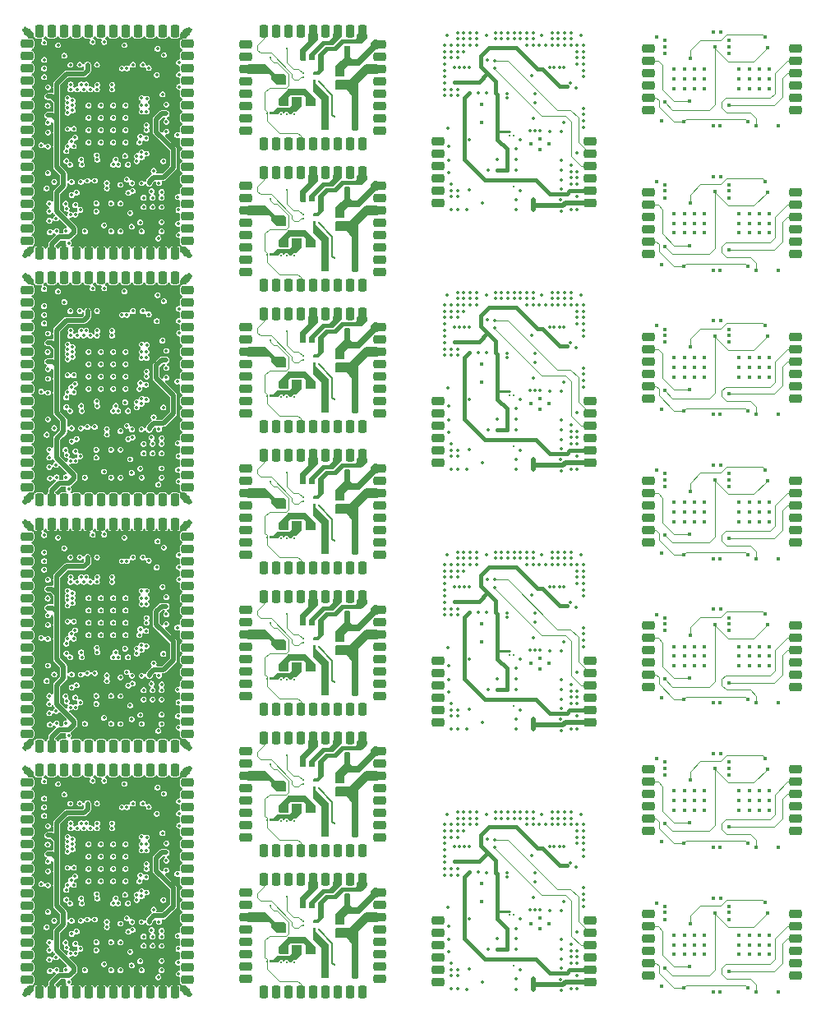
<source format=gbr>
%TF.GenerationSoftware,KiCad,Pcbnew,8.0.4*%
%TF.CreationDate,2024-12-12T16:30:20+01:00*%
%TF.ProjectId,Combined_Module_Panel,436f6d62-696e-4656-945f-4d6f64756c65,rev?*%
%TF.SameCoordinates,Original*%
%TF.FileFunction,Copper,L3,Inr*%
%TF.FilePolarity,Positive*%
%FSLAX46Y46*%
G04 Gerber Fmt 4.6, Leading zero omitted, Abs format (unit mm)*
G04 Created by KiCad (PCBNEW 8.0.4) date 2024-12-12 16:30:20*
%MOMM*%
%LPD*%
G01*
G04 APERTURE LIST*
G04 Aperture macros list*
%AMRoundRect*
0 Rectangle with rounded corners*
0 $1 Rounding radius*
0 $2 $3 $4 $5 $6 $7 $8 $9 X,Y pos of 4 corners*
0 Add a 4 corners polygon primitive as box body*
4,1,4,$2,$3,$4,$5,$6,$7,$8,$9,$2,$3,0*
0 Add four circle primitives for the rounded corners*
1,1,$1+$1,$2,$3*
1,1,$1+$1,$4,$5*
1,1,$1+$1,$6,$7*
1,1,$1+$1,$8,$9*
0 Add four rect primitives between the rounded corners*
20,1,$1+$1,$2,$3,$4,$5,0*
20,1,$1+$1,$4,$5,$6,$7,0*
20,1,$1+$1,$6,$7,$8,$9,0*
20,1,$1+$1,$8,$9,$2,$3,0*%
G04 Aperture macros list end*
%TA.AperFunction,CastellatedPad*%
%ADD10RoundRect,0.225000X-0.415000X0.225000X-0.415000X-0.225000X0.415000X-0.225000X0.415000X0.225000X0*%
%TD*%
%TA.AperFunction,CastellatedPad*%
%ADD11RoundRect,0.225000X0.415000X-0.225000X0.415000X0.225000X-0.415000X0.225000X-0.415000X-0.225000X0*%
%TD*%
%TA.AperFunction,CastellatedPad*%
%ADD12RoundRect,0.225000X0.225000X0.415000X-0.225000X0.415000X-0.225000X-0.415000X0.225000X-0.415000X0*%
%TD*%
%TA.AperFunction,CastellatedPad*%
%ADD13RoundRect,0.225000X-0.225000X-0.415000X0.225000X-0.415000X0.225000X0.415000X-0.225000X0.415000X0*%
%TD*%
%TA.AperFunction,HeatsinkPad*%
%ADD14C,0.400000*%
%TD*%
%TA.AperFunction,ViaPad*%
%ADD15C,0.400000*%
%TD*%
%TA.AperFunction,ViaPad*%
%ADD16C,0.350000*%
%TD*%
%TA.AperFunction,ViaPad*%
%ADD17C,0.250000*%
%TD*%
%TA.AperFunction,Conductor*%
%ADD18C,0.500000*%
%TD*%
%TA.AperFunction,Conductor*%
%ADD19C,0.120000*%
%TD*%
%TA.AperFunction,Conductor*%
%ADD20C,0.400000*%
%TD*%
%TA.AperFunction,Conductor*%
%ADD21C,0.150000*%
%TD*%
%TA.AperFunction,Conductor*%
%ADD22C,0.250000*%
%TD*%
G04 APERTURE END LIST*
D10*
%TO.N,N/C*%
%TO.C,J8*%
X172254162Y-69025833D03*
X172254162Y-67755833D03*
X172254162Y-66485833D03*
X172254162Y-65215833D03*
X172254162Y-63945833D03*
X172254162Y-62675833D03*
X157054162Y-62675833D03*
X157054162Y-63945833D03*
X157054162Y-65215833D03*
X157054162Y-66485833D03*
X157054162Y-67755833D03*
X157054162Y-69025833D03*
%TD*%
%TO.N,N/C*%
%TO.C,J1*%
X93065000Y-72735000D03*
X93065000Y-74005000D03*
X93065000Y-75275000D03*
X93065000Y-76545000D03*
X93065000Y-77815000D03*
X93065000Y-79085000D03*
X93065000Y-80355000D03*
X93065000Y-81625000D03*
D11*
X93065000Y-82895000D03*
X93065000Y-84165000D03*
X93065000Y-85435000D03*
X93065000Y-86705000D03*
X93065000Y-87975000D03*
X93065000Y-89245000D03*
X93065000Y-90515000D03*
X93065000Y-91785000D03*
X93065000Y-93055000D03*
D12*
X94335000Y-94325000D03*
X95605000Y-94325000D03*
X96875000Y-94325000D03*
X98145000Y-94325000D03*
X99415000Y-94325000D03*
X100685000Y-94325000D03*
D13*
X101955000Y-94325000D03*
X103225000Y-94325000D03*
X104495000Y-94325000D03*
X105765000Y-94325000D03*
X107035000Y-94325000D03*
X108305000Y-94325000D03*
D10*
X109575000Y-93055000D03*
X109575000Y-91785000D03*
X109575000Y-90515000D03*
X109575000Y-89245000D03*
X109575000Y-87975000D03*
X109575000Y-86705000D03*
X109575000Y-85435000D03*
X109575000Y-84165000D03*
X109575000Y-82895000D03*
X109575000Y-81625000D03*
X109575000Y-80355000D03*
X109575000Y-79085000D03*
D11*
X109575000Y-77815000D03*
X109575000Y-76545000D03*
X109575000Y-75275000D03*
X109575000Y-74005000D03*
X109575000Y-72735000D03*
D13*
X108305000Y-71465000D03*
X107035000Y-71465000D03*
X105765000Y-71465000D03*
X104495000Y-71465000D03*
X103225000Y-71465000D03*
D12*
X101955000Y-71465000D03*
X100685000Y-71465000D03*
X99415000Y-71465000D03*
X98145000Y-71465000D03*
X96875000Y-71465000D03*
X95605000Y-71465000D03*
X94335000Y-71465000D03*
%TD*%
D14*
%TO.N,N/C*%
%TO.C,U11*%
X145901303Y-58277361D03*
X144951303Y-57702361D03*
X146851303Y-57702361D03*
X145901303Y-57127361D03*
%TD*%
D10*
%TO.N,N/C*%
%TO.C,J8*%
X172254162Y-98755499D03*
X172254162Y-97485499D03*
X172254162Y-96215499D03*
X172254162Y-94945499D03*
X172254162Y-93675499D03*
X172254162Y-92405499D03*
X157054162Y-92405499D03*
X157054162Y-93675499D03*
X157054162Y-94945499D03*
X157054162Y-96215499D03*
X157054162Y-97485499D03*
X157054162Y-98755499D03*
%TD*%
%TO.N,N/C*%
%TO.C,J8*%
X172254162Y-83890666D03*
X172254162Y-82620666D03*
X172254162Y-81350666D03*
X172254162Y-80080666D03*
X172254162Y-78810666D03*
X172254162Y-77540666D03*
X157054162Y-77540666D03*
X157054162Y-78810666D03*
X157054162Y-80080666D03*
X157054162Y-81350666D03*
X157054162Y-82620666D03*
X157054162Y-83890666D03*
%TD*%
%TO.N,N/C*%
%TO.C,J2*%
X115585500Y-47441000D03*
X115585500Y-48711000D03*
X115585500Y-49981000D03*
X115585500Y-51251000D03*
X115585500Y-52521000D03*
X115585500Y-53791000D03*
X115585500Y-55061000D03*
X115585500Y-56331000D03*
D12*
X117430500Y-57686000D03*
X118700500Y-57686000D03*
X119970500Y-57686000D03*
X121240500Y-57686000D03*
X122510500Y-57686000D03*
X123780500Y-57686000D03*
X125050500Y-57686000D03*
X126320500Y-57686000D03*
X127590500Y-57686000D03*
D10*
X129435500Y-56331000D03*
X129435500Y-55061000D03*
X129435500Y-53791000D03*
X129435500Y-52521000D03*
X129435500Y-51251000D03*
X129435500Y-49981000D03*
X129435500Y-48711000D03*
X129435500Y-47441000D03*
D12*
X127590500Y-46086000D03*
X126320500Y-46086000D03*
X125050500Y-46086000D03*
X123780500Y-46086000D03*
X122510500Y-46086000D03*
X121240500Y-46086000D03*
X119970500Y-46086000D03*
X118700500Y-46086000D03*
X117430500Y-46086000D03*
%TD*%
D10*
%TO.N,N/C*%
%TO.C,J1*%
X93065000Y-123477000D03*
X93065000Y-124747000D03*
X93065000Y-126017000D03*
X93065000Y-127287000D03*
X93065000Y-128557000D03*
X93065000Y-129827000D03*
X93065000Y-131097000D03*
X93065000Y-132367000D03*
D11*
X93065000Y-133637000D03*
X93065000Y-134907000D03*
X93065000Y-136177000D03*
X93065000Y-137447000D03*
X93065000Y-138717000D03*
X93065000Y-139987000D03*
X93065000Y-141257000D03*
X93065000Y-142527000D03*
X93065000Y-143797000D03*
D12*
X94335000Y-145067000D03*
X95605000Y-145067000D03*
X96875000Y-145067000D03*
X98145000Y-145067000D03*
X99415000Y-145067000D03*
X100685000Y-145067000D03*
D13*
X101955000Y-145067000D03*
X103225000Y-145067000D03*
X104495000Y-145067000D03*
X105765000Y-145067000D03*
X107035000Y-145067000D03*
X108305000Y-145067000D03*
D10*
X109575000Y-143797000D03*
X109575000Y-142527000D03*
X109575000Y-141257000D03*
X109575000Y-139987000D03*
X109575000Y-138717000D03*
X109575000Y-137447000D03*
X109575000Y-136177000D03*
X109575000Y-134907000D03*
X109575000Y-133637000D03*
X109575000Y-132367000D03*
X109575000Y-131097000D03*
X109575000Y-129827000D03*
D11*
X109575000Y-128557000D03*
X109575000Y-127287000D03*
X109575000Y-126017000D03*
X109575000Y-124747000D03*
X109575000Y-123477000D03*
D13*
X108305000Y-122207000D03*
X107035000Y-122207000D03*
X105765000Y-122207000D03*
X104495000Y-122207000D03*
X103225000Y-122207000D03*
D12*
X101955000Y-122207000D03*
X100685000Y-122207000D03*
X99415000Y-122207000D03*
X98145000Y-122207000D03*
X96875000Y-122207000D03*
X95605000Y-122207000D03*
X94335000Y-122207000D03*
%TD*%
D14*
%TO.N,N/C*%
%TO.C,U11*%
X145901303Y-85030661D03*
X144951303Y-84455661D03*
X146851303Y-84455661D03*
X145901303Y-83880661D03*
%TD*%
D11*
%TO.N,N/C*%
%TO.C,J7*%
X135446000Y-84173622D03*
X135446000Y-85443622D03*
X135446000Y-86713622D03*
X135446000Y-87983622D03*
X135446000Y-89253622D03*
X135446000Y-90523622D03*
X151054162Y-90523622D03*
X151054162Y-89253622D03*
X151054162Y-87983622D03*
X151054162Y-86713622D03*
X151054162Y-85443622D03*
X151054162Y-84173622D03*
%TD*%
D10*
%TO.N,N/C*%
%TO.C,J8*%
X172254162Y-54161000D03*
X172254162Y-52891000D03*
X172254162Y-51621000D03*
X172254162Y-50351000D03*
X172254162Y-49081000D03*
X172254162Y-47811000D03*
X157054162Y-47811000D03*
X157054162Y-49081000D03*
X157054162Y-50351000D03*
X157054162Y-51621000D03*
X157054162Y-52891000D03*
X157054162Y-54161000D03*
%TD*%
%TO.N,N/C*%
%TO.C,J8*%
X172254162Y-113620332D03*
X172254162Y-112350332D03*
X172254162Y-111080332D03*
X172254162Y-109810332D03*
X172254162Y-108540332D03*
X172254162Y-107270332D03*
X157054162Y-107270332D03*
X157054162Y-108540332D03*
X157054162Y-109810332D03*
X157054162Y-111080332D03*
X157054162Y-112350332D03*
X157054162Y-113620332D03*
%TD*%
%TO.N,N/C*%
%TO.C,J2*%
X115585500Y-105689400D03*
X115585500Y-106959400D03*
X115585500Y-108229400D03*
X115585500Y-109499400D03*
X115585500Y-110769400D03*
X115585500Y-112039400D03*
X115585500Y-113309400D03*
X115585500Y-114579400D03*
D12*
X117430500Y-115934400D03*
X118700500Y-115934400D03*
X119970500Y-115934400D03*
X121240500Y-115934400D03*
X122510500Y-115934400D03*
X123780500Y-115934400D03*
X125050500Y-115934400D03*
X126320500Y-115934400D03*
X127590500Y-115934400D03*
D10*
X129435500Y-114579400D03*
X129435500Y-113309400D03*
X129435500Y-112039400D03*
X129435500Y-110769400D03*
X129435500Y-109499400D03*
X129435500Y-108229400D03*
X129435500Y-106959400D03*
X129435500Y-105689400D03*
D12*
X127590500Y-104334400D03*
X126320500Y-104334400D03*
X125050500Y-104334400D03*
X123780500Y-104334400D03*
X122510500Y-104334400D03*
X121240500Y-104334400D03*
X119970500Y-104334400D03*
X118700500Y-104334400D03*
X117430500Y-104334400D03*
%TD*%
D11*
%TO.N,N/C*%
%TO.C,J7*%
X135446000Y-57420322D03*
X135446000Y-58690322D03*
X135446000Y-59960322D03*
X135446000Y-61230322D03*
X135446000Y-62500322D03*
X135446000Y-63770322D03*
X151054162Y-63770322D03*
X151054162Y-62500322D03*
X151054162Y-61230322D03*
X151054162Y-59960322D03*
X151054162Y-58690322D03*
X151054162Y-57420322D03*
%TD*%
D10*
%TO.N,N/C*%
%TO.C,J1*%
X93065000Y-47364000D03*
X93065000Y-48634000D03*
X93065000Y-49904000D03*
X93065000Y-51174000D03*
X93065000Y-52444000D03*
X93065000Y-53714000D03*
X93065000Y-54984000D03*
X93065000Y-56254000D03*
D11*
X93065000Y-57524000D03*
X93065000Y-58794000D03*
X93065000Y-60064000D03*
X93065000Y-61334000D03*
X93065000Y-62604000D03*
X93065000Y-63874000D03*
X93065000Y-65144000D03*
X93065000Y-66414000D03*
X93065000Y-67684000D03*
D12*
X94335000Y-68954000D03*
X95605000Y-68954000D03*
X96875000Y-68954000D03*
X98145000Y-68954000D03*
X99415000Y-68954000D03*
X100685000Y-68954000D03*
D13*
X101955000Y-68954000D03*
X103225000Y-68954000D03*
X104495000Y-68954000D03*
X105765000Y-68954000D03*
X107035000Y-68954000D03*
X108305000Y-68954000D03*
D10*
X109575000Y-67684000D03*
X109575000Y-66414000D03*
X109575000Y-65144000D03*
X109575000Y-63874000D03*
X109575000Y-62604000D03*
X109575000Y-61334000D03*
X109575000Y-60064000D03*
X109575000Y-58794000D03*
X109575000Y-57524000D03*
X109575000Y-56254000D03*
X109575000Y-54984000D03*
X109575000Y-53714000D03*
D11*
X109575000Y-52444000D03*
X109575000Y-51174000D03*
X109575000Y-49904000D03*
X109575000Y-48634000D03*
X109575000Y-47364000D03*
D13*
X108305000Y-46094000D03*
X107035000Y-46094000D03*
X105765000Y-46094000D03*
X104495000Y-46094000D03*
X103225000Y-46094000D03*
D12*
X101955000Y-46094000D03*
X100685000Y-46094000D03*
X99415000Y-46094000D03*
X98145000Y-46094000D03*
X96875000Y-46094000D03*
X95605000Y-46094000D03*
X94335000Y-46094000D03*
%TD*%
D10*
%TO.N,N/C*%
%TO.C,J2*%
X115585500Y-120251500D03*
X115585500Y-121521500D03*
X115585500Y-122791500D03*
X115585500Y-124061500D03*
X115585500Y-125331500D03*
X115585500Y-126601500D03*
X115585500Y-127871500D03*
X115585500Y-129141500D03*
D12*
X117430500Y-130496500D03*
X118700500Y-130496500D03*
X119970500Y-130496500D03*
X121240500Y-130496500D03*
X122510500Y-130496500D03*
X123780500Y-130496500D03*
X125050500Y-130496500D03*
X126320500Y-130496500D03*
X127590500Y-130496500D03*
D10*
X129435500Y-129141500D03*
X129435500Y-127871500D03*
X129435500Y-126601500D03*
X129435500Y-125331500D03*
X129435500Y-124061500D03*
X129435500Y-122791500D03*
X129435500Y-121521500D03*
X129435500Y-120251500D03*
D12*
X127590500Y-118896500D03*
X126320500Y-118896500D03*
X125050500Y-118896500D03*
X123780500Y-118896500D03*
X122510500Y-118896500D03*
X121240500Y-118896500D03*
X119970500Y-118896500D03*
X118700500Y-118896500D03*
X117430500Y-118896500D03*
%TD*%
D11*
%TO.N,N/C*%
%TO.C,J7*%
X135446000Y-137696703D03*
X135446000Y-138966703D03*
X135446000Y-140236703D03*
X135446000Y-141506703D03*
X135446000Y-142776703D03*
X135446000Y-144046703D03*
X151054162Y-144046703D03*
X151054162Y-142776703D03*
X151054162Y-141506703D03*
X151054162Y-140236703D03*
X151054162Y-138966703D03*
X151054162Y-137696703D03*
%TD*%
D10*
%TO.N,N/C*%
%TO.C,J8*%
X172254162Y-143349998D03*
X172254162Y-142079998D03*
X172254162Y-140809998D03*
X172254162Y-139539998D03*
X172254162Y-138269998D03*
X172254162Y-136999998D03*
X157054162Y-136999998D03*
X157054162Y-138269998D03*
X157054162Y-139539998D03*
X157054162Y-140809998D03*
X157054162Y-142079998D03*
X157054162Y-143349998D03*
%TD*%
%TO.N,N/C*%
%TO.C,J2*%
X115585500Y-76565200D03*
X115585500Y-77835200D03*
X115585500Y-79105200D03*
X115585500Y-80375200D03*
X115585500Y-81645200D03*
X115585500Y-82915200D03*
X115585500Y-84185200D03*
X115585500Y-85455200D03*
D12*
X117430500Y-86810200D03*
X118700500Y-86810200D03*
X119970500Y-86810200D03*
X121240500Y-86810200D03*
X122510500Y-86810200D03*
X123780500Y-86810200D03*
X125050500Y-86810200D03*
X126320500Y-86810200D03*
X127590500Y-86810200D03*
D10*
X129435500Y-85455200D03*
X129435500Y-84185200D03*
X129435500Y-82915200D03*
X129435500Y-81645200D03*
X129435500Y-80375200D03*
X129435500Y-79105200D03*
X129435500Y-77835200D03*
X129435500Y-76565200D03*
D12*
X127590500Y-75210200D03*
X126320500Y-75210200D03*
X125050500Y-75210200D03*
X123780500Y-75210200D03*
X122510500Y-75210200D03*
X121240500Y-75210200D03*
X119970500Y-75210200D03*
X118700500Y-75210200D03*
X117430500Y-75210200D03*
%TD*%
D10*
%TO.N,N/C*%
%TO.C,J8*%
X172254162Y-128485165D03*
X172254162Y-127215165D03*
X172254162Y-125945165D03*
X172254162Y-124675165D03*
X172254162Y-123405165D03*
X172254162Y-122135165D03*
X157054162Y-122135165D03*
X157054162Y-123405165D03*
X157054162Y-124675165D03*
X157054162Y-125945165D03*
X157054162Y-127215165D03*
X157054162Y-128485165D03*
%TD*%
%TO.N,N/C*%
%TO.C,J1*%
X93065000Y-98106000D03*
X93065000Y-99376000D03*
X93065000Y-100646000D03*
X93065000Y-101916000D03*
X93065000Y-103186000D03*
X93065000Y-104456000D03*
X93065000Y-105726000D03*
X93065000Y-106996000D03*
D11*
X93065000Y-108266000D03*
X93065000Y-109536000D03*
X93065000Y-110806000D03*
X93065000Y-112076000D03*
X93065000Y-113346000D03*
X93065000Y-114616000D03*
X93065000Y-115886000D03*
X93065000Y-117156000D03*
X93065000Y-118426000D03*
D12*
X94335000Y-119696000D03*
X95605000Y-119696000D03*
X96875000Y-119696000D03*
X98145000Y-119696000D03*
X99415000Y-119696000D03*
X100685000Y-119696000D03*
D13*
X101955000Y-119696000D03*
X103225000Y-119696000D03*
X104495000Y-119696000D03*
X105765000Y-119696000D03*
X107035000Y-119696000D03*
X108305000Y-119696000D03*
D10*
X109575000Y-118426000D03*
X109575000Y-117156000D03*
X109575000Y-115886000D03*
X109575000Y-114616000D03*
X109575000Y-113346000D03*
X109575000Y-112076000D03*
X109575000Y-110806000D03*
X109575000Y-109536000D03*
X109575000Y-108266000D03*
X109575000Y-106996000D03*
X109575000Y-105726000D03*
X109575000Y-104456000D03*
D11*
X109575000Y-103186000D03*
X109575000Y-101916000D03*
X109575000Y-100646000D03*
X109575000Y-99376000D03*
X109575000Y-98106000D03*
D13*
X108305000Y-96836000D03*
X107035000Y-96836000D03*
X105765000Y-96836000D03*
X104495000Y-96836000D03*
X103225000Y-96836000D03*
D12*
X101955000Y-96836000D03*
X100685000Y-96836000D03*
X99415000Y-96836000D03*
X98145000Y-96836000D03*
X96875000Y-96836000D03*
X95605000Y-96836000D03*
X94335000Y-96836000D03*
%TD*%
D10*
%TO.N,N/C*%
%TO.C,J2*%
X115585500Y-62003100D03*
X115585500Y-63273100D03*
X115585500Y-64543100D03*
X115585500Y-65813100D03*
X115585500Y-67083100D03*
X115585500Y-68353100D03*
X115585500Y-69623100D03*
X115585500Y-70893100D03*
D12*
X117430500Y-72248100D03*
X118700500Y-72248100D03*
X119970500Y-72248100D03*
X121240500Y-72248100D03*
X122510500Y-72248100D03*
X123780500Y-72248100D03*
X125050500Y-72248100D03*
X126320500Y-72248100D03*
X127590500Y-72248100D03*
D10*
X129435500Y-70893100D03*
X129435500Y-69623100D03*
X129435500Y-68353100D03*
X129435500Y-67083100D03*
X129435500Y-65813100D03*
X129435500Y-64543100D03*
X129435500Y-63273100D03*
X129435500Y-62003100D03*
D12*
X127590500Y-60648100D03*
X126320500Y-60648100D03*
X125050500Y-60648100D03*
X123780500Y-60648100D03*
X122510500Y-60648100D03*
X121240500Y-60648100D03*
X119970500Y-60648100D03*
X118700500Y-60648100D03*
X117430500Y-60648100D03*
%TD*%
D14*
%TO.N,N/C*%
%TO.C,U11*%
X145901303Y-138553742D03*
X144951303Y-137978742D03*
X146851303Y-137978742D03*
X145901303Y-137403742D03*
%TD*%
D10*
%TO.N,N/C*%
%TO.C,J2*%
X115585500Y-134813600D03*
X115585500Y-136083600D03*
X115585500Y-137353600D03*
X115585500Y-138623600D03*
X115585500Y-139893600D03*
X115585500Y-141163600D03*
X115585500Y-142433600D03*
X115585500Y-143703600D03*
D12*
X117430500Y-145058600D03*
X118700500Y-145058600D03*
X119970500Y-145058600D03*
X121240500Y-145058600D03*
X122510500Y-145058600D03*
X123780500Y-145058600D03*
X125050500Y-145058600D03*
X126320500Y-145058600D03*
X127590500Y-145058600D03*
D10*
X129435500Y-143703600D03*
X129435500Y-142433600D03*
X129435500Y-141163600D03*
X129435500Y-139893600D03*
X129435500Y-138623600D03*
X129435500Y-137353600D03*
X129435500Y-136083600D03*
X129435500Y-134813600D03*
D12*
X127590500Y-133458600D03*
X126320500Y-133458600D03*
X125050500Y-133458600D03*
X123780500Y-133458600D03*
X122510500Y-133458600D03*
X121240500Y-133458600D03*
X119970500Y-133458600D03*
X118700500Y-133458600D03*
X117430500Y-133458600D03*
%TD*%
D11*
%TO.N,N/C*%
%TO.C,J7*%
X135446000Y-110926922D03*
X135446000Y-112196922D03*
X135446000Y-113466922D03*
X135446000Y-114736922D03*
X135446000Y-116006922D03*
X135446000Y-117276922D03*
X151054162Y-117276922D03*
X151054162Y-116006922D03*
X151054162Y-114736922D03*
X151054162Y-113466922D03*
X151054162Y-112196922D03*
X151054162Y-110926922D03*
%TD*%
D14*
%TO.N,N/C*%
%TO.C,U11*%
X145901303Y-111783961D03*
X144951303Y-111208961D03*
X146851303Y-111208961D03*
X145901303Y-110633961D03*
%TD*%
D10*
%TO.N,N/C*%
%TO.C,J2*%
X115585500Y-91127300D03*
X115585500Y-92397300D03*
X115585500Y-93667300D03*
X115585500Y-94937300D03*
X115585500Y-96207300D03*
X115585500Y-97477300D03*
X115585500Y-98747300D03*
X115585500Y-100017300D03*
D12*
X117430500Y-101372300D03*
X118700500Y-101372300D03*
X119970500Y-101372300D03*
X121240500Y-101372300D03*
X122510500Y-101372300D03*
X123780500Y-101372300D03*
X125050500Y-101372300D03*
X126320500Y-101372300D03*
X127590500Y-101372300D03*
D10*
X129435500Y-100017300D03*
X129435500Y-98747300D03*
X129435500Y-97477300D03*
X129435500Y-96207300D03*
X129435500Y-94937300D03*
X129435500Y-93667300D03*
X129435500Y-92397300D03*
X129435500Y-91127300D03*
D12*
X127590500Y-89772300D03*
X126320500Y-89772300D03*
X125050500Y-89772300D03*
X123780500Y-89772300D03*
X122510500Y-89772300D03*
X121240500Y-89772300D03*
X119970500Y-89772300D03*
X118700500Y-89772300D03*
X117430500Y-89772300D03*
%TD*%
D14*
%TO.N,N/C*%
%TO.C,U8*%
X139915581Y-135761103D03*
X139915581Y-133861103D03*
%TD*%
%TO.N,N/C*%
%TO.C,U8*%
X139915581Y-108991322D03*
X139915581Y-107091322D03*
%TD*%
%TO.N,N/C*%
%TO.C,U8*%
X139915581Y-82238022D03*
X139915581Y-80338022D03*
%TD*%
%TO.N,N/C*%
%TO.C,U8*%
X139915581Y-55484722D03*
X139915581Y-53584722D03*
%TD*%
D15*
%TO.N,*%
X160787495Y-111445332D03*
D16*
X143906000Y-115966650D03*
X148104503Y-109877600D03*
X100304000Y-102297000D03*
X148104503Y-115821322D03*
X98912500Y-52048250D03*
X138706000Y-126486431D03*
D15*
X163804162Y-55813500D03*
D17*
X142770581Y-83587261D03*
D16*
X139356000Y-46860050D03*
D17*
X121148000Y-67610600D03*
D16*
X149017665Y-51431829D03*
X95224000Y-78168000D03*
X149106000Y-140786431D03*
X95101000Y-138377000D03*
X100685000Y-105726000D03*
X104876000Y-117421000D03*
X140495581Y-129311103D03*
X97129000Y-135542000D03*
X104876000Y-58540000D03*
D15*
X160704162Y-129737665D03*
D17*
X123673000Y-98434800D03*
X122023000Y-67610600D03*
D16*
X97256000Y-134018000D03*
X138604907Y-49763707D03*
X96911000Y-73965000D03*
X95363000Y-139925000D03*
D15*
X169154162Y-91257999D03*
D16*
X146111581Y-126790703D03*
X97764000Y-79085000D03*
X94843000Y-49015000D03*
X95441000Y-142877000D03*
D15*
X161820828Y-81715666D03*
D16*
X138635581Y-89162900D03*
X143906000Y-46210050D03*
X103225000Y-106996000D03*
D17*
X121683000Y-136306100D03*
D16*
X96041000Y-65364000D03*
X98231750Y-102806000D03*
D15*
X161820828Y-141174998D03*
D17*
X119248000Y-126359000D03*
X122573000Y-67610600D03*
D16*
X103501000Y-113471000D03*
X136106000Y-51410050D03*
X100212000Y-140743000D03*
X145206000Y-47510050D03*
X147374907Y-130040088D03*
X143450581Y-139552981D03*
D15*
X158754162Y-142552498D03*
D16*
X105087000Y-63221000D03*
X138706000Y-127136431D03*
D15*
X161354162Y-68128333D03*
D16*
X103225000Y-104456000D03*
X146506000Y-47510050D03*
X97764000Y-129319000D03*
X99028000Y-92050000D03*
D17*
X118148000Y-136151100D03*
D16*
X99593250Y-52053500D03*
D17*
X122573000Y-111296900D03*
D15*
X164554162Y-61028333D03*
D16*
X108671000Y-140587000D03*
D17*
X122698000Y-124009000D03*
D15*
X167304162Y-55413500D03*
D16*
X150406000Y-128436431D03*
D15*
X163954162Y-62578333D03*
D17*
X127058000Y-56133500D03*
D16*
X137130958Y-131561103D03*
D15*
X165354162Y-136852498D03*
D16*
X148104503Y-60345000D03*
X104876000Y-105091000D03*
X150406000Y-49460050D03*
X146900958Y-130040088D03*
D15*
X167470829Y-110445332D03*
D17*
X120598000Y-82172700D03*
D16*
X94843000Y-47237000D03*
X149756000Y-101016650D03*
D17*
X122023000Y-82672700D03*
X119585500Y-50836000D03*
D16*
X99415000Y-133637000D03*
D17*
X120598000Y-54648500D03*
D16*
X138706000Y-127786431D03*
X99415000Y-105726000D03*
X148104503Y-56371000D03*
X140380581Y-132731103D03*
X144556000Y-100366650D03*
X143450581Y-84961500D03*
D17*
X123623000Y-55948500D03*
D15*
X159754162Y-81715666D03*
D16*
X136756000Y-129086431D03*
D15*
X158754162Y-97957999D03*
D16*
X148385581Y-82228022D03*
X149106000Y-117916650D03*
D17*
X120598000Y-140421100D03*
D16*
X103176000Y-84300000D03*
X136756000Y-115316650D03*
X140006000Y-63760050D03*
D15*
X158754162Y-106497829D03*
D16*
X150406000Y-55310050D03*
X103225000Y-79085000D03*
X104751000Y-133037000D03*
D15*
X168504162Y-79715666D03*
D17*
X125023000Y-93609800D03*
X122023000Y-82172700D03*
D16*
X105384000Y-130462000D03*
X95224000Y-134046000D03*
D17*
X121323000Y-63185600D03*
D16*
X104368000Y-109663000D03*
D17*
X122248000Y-121434000D03*
D16*
X150406000Y-129086431D03*
D17*
X123098000Y-94884800D03*
X122573000Y-111796900D03*
D16*
X141306000Y-126486431D03*
X99841000Y-72555000D03*
D15*
X159754162Y-66850833D03*
X165354162Y-78093166D03*
D16*
X148104503Y-114872200D03*
X148385581Y-135751103D03*
D17*
X121498000Y-50798500D03*
X119798000Y-111296900D03*
D16*
X147806000Y-47510050D03*
X98625000Y-137701000D03*
D15*
X158754162Y-47038497D03*
D16*
X149756000Y-140786431D03*
X149640005Y-105424435D03*
D17*
X142770581Y-56833961D03*
X121148000Y-111296900D03*
D16*
X106937000Y-139334000D03*
D17*
X117798000Y-54523500D03*
D16*
X95877000Y-86959000D03*
X103225000Y-131097000D03*
X140388581Y-100020922D03*
X103225000Y-81625000D03*
D15*
X162854162Y-51986000D03*
X158754162Y-47663500D03*
D16*
X145856000Y-127786431D03*
D15*
X160787495Y-81715666D03*
D16*
X142500581Y-132741103D03*
X95363000Y-63812000D03*
D17*
X125023000Y-137846100D03*
D16*
X103851000Y-66204000D03*
D17*
X125523000Y-50473500D03*
D16*
X137130958Y-76517007D03*
X141306000Y-99716650D03*
X141500581Y-139552981D03*
X98498000Y-125636000D03*
X101828000Y-51555000D03*
X138056000Y-73613350D03*
X146900958Y-76517007D03*
X97553000Y-141080000D03*
X150406000Y-76863350D03*
X136106000Y-52710050D03*
X144556000Y-46210050D03*
X148104503Y-142591103D03*
X141225581Y-49074722D03*
X142606000Y-46210050D03*
X107416000Y-56381000D03*
D15*
X159754162Y-94580499D03*
D17*
X125023000Y-139246100D03*
D16*
X143256000Y-99716650D03*
X141956000Y-126486431D03*
X145206000Y-127786431D03*
X149756000Y-128436431D03*
X142490581Y-87098300D03*
X148104503Y-140621381D03*
X97256000Y-81498000D03*
D17*
X120598000Y-98334800D03*
D16*
X99841000Y-97926000D03*
D17*
X126223000Y-77097700D03*
D16*
X137406000Y-116616650D03*
X104876000Y-134653000D03*
X148104503Y-113851600D03*
D17*
X123623000Y-70510600D03*
D16*
X97891000Y-106869000D03*
X97256000Y-79847000D03*
D15*
X169154162Y-61528333D03*
D17*
X126698000Y-99509800D03*
D16*
X95363000Y-89183000D03*
D17*
X125523000Y-123284000D03*
D16*
X136106000Y-102966650D03*
X99841000Y-47184000D03*
X141500581Y-80744622D03*
X103501000Y-88100000D03*
D17*
X119085500Y-65398100D03*
D16*
X139590581Y-52444722D03*
X104726000Y-116496000D03*
X104876000Y-109282000D03*
D15*
X165354162Y-121987665D03*
X163754162Y-75893166D03*
D16*
X141225581Y-130151103D03*
X142606000Y-127136431D03*
X96261000Y-72865000D03*
X106121000Y-60464000D03*
D17*
X123923000Y-55348500D03*
D16*
X105384000Y-81625000D03*
D17*
X119798000Y-54648500D03*
X126223000Y-62535600D03*
X125523000Y-137296100D03*
X125023000Y-51323500D03*
D15*
X162854162Y-66850833D03*
D16*
X95224000Y-105472000D03*
X150406000Y-101666650D03*
D15*
X161404162Y-123187665D03*
D16*
X97164000Y-64348000D03*
X97256000Y-78831000D03*
X105384000Y-105091000D03*
X102463000Y-59810000D03*
X103352000Y-100646000D03*
X143906000Y-62460050D03*
X102844000Y-49904000D03*
D15*
X159754162Y-49986000D03*
D16*
X102701000Y-87250000D03*
D15*
X165404162Y-113172832D03*
D16*
X100304000Y-84673000D03*
D15*
X162854162Y-111445332D03*
D16*
X108691000Y-143167000D03*
X106441000Y-75935000D03*
X98720000Y-59810000D03*
X150406000Y-127786431D03*
X136106000Y-132986431D03*
X96911000Y-124707000D03*
D17*
X122573000Y-140921100D03*
D16*
X108741000Y-127917000D03*
D15*
X166437496Y-110445332D03*
D17*
X125523000Y-80997700D03*
D16*
X104651000Y-133637000D03*
X106937000Y-141832000D03*
X100304000Y-76926000D03*
X138056000Y-46210050D03*
D17*
X122573000Y-97234800D03*
X121148000Y-53548500D03*
D16*
X148456000Y-74263350D03*
X105003000Y-49523000D03*
D15*
X160704162Y-85143166D03*
D16*
X142495581Y-79678022D03*
D17*
X125523000Y-80447700D03*
D16*
X148670380Y-78509198D03*
X149017665Y-78185129D03*
D15*
X166437496Y-109445332D03*
D16*
X143906000Y-142736431D03*
X96118000Y-117396000D03*
X99415000Y-104456000D03*
X96261000Y-123607000D03*
X149756000Y-114016650D03*
X141225581Y-103381322D03*
D17*
X125523000Y-51323500D03*
D16*
X103479000Y-110552000D03*
X137406000Y-63110050D03*
X142606000Y-73613350D03*
D17*
X121498000Y-79522700D03*
D16*
X104876000Y-79085000D03*
X97256000Y-53935003D03*
X98053000Y-90338000D03*
D17*
X121323000Y-135996100D03*
D16*
X148104503Y-62314722D03*
D15*
X168504162Y-126310165D03*
D16*
X100274000Y-52043000D03*
X139356000Y-127786431D03*
D17*
X125023000Y-65035600D03*
D16*
X95363000Y-115372000D03*
X136106000Y-131036431D03*
X101955000Y-129827000D03*
X100051000Y-137567000D03*
X97256000Y-105218000D03*
X143450581Y-59276600D03*
X104368000Y-84292000D03*
X94843000Y-126017000D03*
D15*
X169537496Y-141174998D03*
D17*
X119798000Y-53048500D03*
D16*
X146506000Y-101016650D03*
X142606000Y-99716650D03*
D15*
X167470829Y-95580499D03*
D16*
X95101000Y-87635000D03*
X96118000Y-66654000D03*
X146900958Y-49763707D03*
D17*
X123528000Y-63495600D03*
D16*
X97256000Y-103694000D03*
X104651000Y-108266000D03*
X147905581Y-49754722D03*
D17*
X125023000Y-95009800D03*
D16*
X97256000Y-104677003D03*
D15*
X169537496Y-49986000D03*
D16*
X96041000Y-90735000D03*
X149756000Y-142086431D03*
X145075581Y-50674722D03*
X144556000Y-127786431D03*
X145671632Y-76708022D03*
D15*
X162854162Y-64850833D03*
D16*
X150406000Y-48810050D03*
X146901303Y-136651103D03*
X97571000Y-51554000D03*
X141306000Y-72963350D03*
X97637000Y-133510000D03*
X136106000Y-52060050D03*
D17*
X119248000Y-142021100D03*
D16*
X95200261Y-129861888D03*
X141956000Y-100366650D03*
D17*
X122573000Y-125859000D03*
D15*
X161820828Y-65850833D03*
D16*
X141956000Y-72963350D03*
D15*
X161820828Y-79715666D03*
D16*
X148379530Y-49754722D03*
X138370581Y-91223300D03*
X100685000Y-82895000D03*
X149640005Y-78671135D03*
X98018000Y-107758000D03*
X98912500Y-128161250D03*
X106012000Y-89552000D03*
D17*
X121148000Y-68110600D03*
D15*
X165404162Y-68578333D03*
X160787495Y-94580499D03*
D16*
X103225000Y-80355000D03*
X105666000Y-112457000D03*
X148063781Y-63457722D03*
D17*
X118148000Y-107026900D03*
D15*
X168504162Y-109445332D03*
D16*
X106441000Y-126677000D03*
X141340581Y-132731103D03*
X103098000Y-98233000D03*
D17*
X127058000Y-128944000D03*
D16*
X145671632Y-130231103D03*
X95224000Y-102579000D03*
X142495581Y-52924722D03*
X138056000Y-72963350D03*
X137406000Y-127786431D03*
X149106000Y-74263350D03*
X104876000Y-135161000D03*
X103176000Y-109671000D03*
D15*
X157954162Y-91282999D03*
D17*
X124723000Y-83992700D03*
D16*
X142490581Y-138484581D03*
D15*
X164554162Y-90757999D03*
D16*
X103951000Y-87900000D03*
X136756000Y-79463350D03*
X147374907Y-49763707D03*
X100251000Y-58829000D03*
D15*
X170504162Y-70678333D03*
D16*
X147806000Y-126486431D03*
X97764000Y-78577000D03*
D15*
X158454162Y-144452498D03*
X168504162Y-110445332D03*
X169537496Y-140174998D03*
D16*
X149756000Y-102966650D03*
D17*
X121498000Y-138171100D03*
D16*
X106937000Y-116461000D03*
X107121000Y-59464000D03*
X106937000Y-114923000D03*
X97891000Y-134018000D03*
D17*
X122573000Y-53048500D03*
X119248000Y-69210600D03*
D15*
X160704162Y-144602498D03*
D17*
X121498000Y-64960600D03*
D16*
X143906000Y-100366650D03*
D15*
X165354162Y-47663500D03*
D16*
X103352000Y-126017000D03*
X107416000Y-129728000D03*
X100251000Y-84200000D03*
D15*
X163754162Y-90757999D03*
D16*
X149106000Y-61810050D03*
D15*
X161820828Y-109445332D03*
D16*
X147374907Y-76517007D03*
X148379530Y-103261322D03*
X144556000Y-73613350D03*
D15*
X164554162Y-120487665D03*
D16*
X149106000Y-47510050D03*
X101731669Y-66679000D03*
D17*
X119585500Y-109084400D03*
D16*
X99316000Y-74894000D03*
X105621000Y-75235000D03*
D17*
X121683000Y-78057700D03*
D16*
X103098000Y-123604000D03*
X145206000Y-46860050D03*
X100274000Y-102785000D03*
X108601000Y-113886000D03*
X106654000Y-87086000D03*
D15*
X158754162Y-122687665D03*
D16*
X100685000Y-132367000D03*
D15*
X161820828Y-110445332D03*
D16*
X108741000Y-51804000D03*
X97037000Y-114582000D03*
X99161000Y-76926000D03*
D17*
X119798000Y-69210600D03*
D15*
X158754162Y-77393166D03*
D16*
X104368000Y-135034000D03*
D15*
X165404162Y-98307999D03*
D16*
X97164000Y-89719000D03*
X143256000Y-46860050D03*
X149106000Y-46210050D03*
X100304000Y-135415000D03*
X141225581Y-75828022D03*
X106937000Y-140294000D03*
D17*
X119848000Y-106066900D03*
D16*
X146111581Y-100020922D03*
D17*
X125023000Y-79597700D03*
X119248000Y-111796900D03*
D16*
X102463000Y-110552000D03*
D15*
X158454162Y-70128333D03*
D17*
X123098000Y-138571100D03*
D16*
X149756000Y-127786431D03*
D17*
X123673000Y-112996900D03*
D16*
X108601000Y-63144000D03*
X149106000Y-113366650D03*
D17*
X124723000Y-98554800D03*
X127058000Y-143506100D03*
D16*
X149756000Y-129736431D03*
X97665000Y-137701000D03*
D15*
X158454162Y-114722832D03*
D16*
X102691669Y-66679000D03*
D15*
X166437496Y-66850833D03*
D16*
X145206000Y-127136431D03*
X150406000Y-108816650D03*
X95224000Y-51837000D03*
X97256000Y-130048003D03*
X137604907Y-103270307D03*
X105384000Y-109409000D03*
X97361000Y-93255000D03*
X147806000Y-46210050D03*
X148063781Y-143734103D03*
X142495581Y-133201103D03*
X140495581Y-49034722D03*
D15*
X168504162Y-125310165D03*
D17*
X121148000Y-125859000D03*
D16*
X98912500Y-77419250D03*
X137130958Y-78038022D03*
X145856000Y-74263350D03*
X94843000Y-125128000D03*
X137406000Y-101016650D03*
X104368000Y-84814226D03*
D17*
X123528000Y-121744000D03*
D15*
X159754162Y-80715666D03*
D16*
X144556000Y-46860050D03*
X103951000Y-138642000D03*
D15*
X167470829Y-141174998D03*
D16*
X149756000Y-58560050D03*
D15*
X165354162Y-122687665D03*
D16*
X99415000Y-82895000D03*
X147156000Y-100366650D03*
D17*
X119248000Y-83772700D03*
D16*
X97256000Y-129573000D03*
X149756000Y-141436431D03*
D17*
X121323000Y-48623500D03*
X119248000Y-53048500D03*
D16*
X150406000Y-48160050D03*
D15*
X167470829Y-109445332D03*
D16*
X106601000Y-118146000D03*
X140006000Y-144036431D03*
X149106000Y-126486431D03*
X136525581Y-60654722D03*
X140540581Y-113851600D03*
X149106000Y-60510050D03*
X145401303Y-83055661D03*
X106012000Y-88592000D03*
X137130958Y-104791322D03*
D15*
X161404162Y-138052498D03*
D17*
X119798000Y-127459000D03*
D16*
X108641000Y-91255000D03*
X97129000Y-83784000D03*
D15*
X169354162Y-136952498D03*
D16*
X107416000Y-107123000D03*
D15*
X158454162Y-99857999D03*
D16*
X99028000Y-142792000D03*
X105409400Y-78373800D03*
X97037000Y-139953000D03*
D17*
X119798000Y-126359000D03*
D16*
X140388581Y-73267622D03*
X149106000Y-87913350D03*
D17*
X126698000Y-84947700D03*
D16*
X148104503Y-88118900D03*
X108691000Y-117796000D03*
X100212000Y-90001000D03*
X108741000Y-77175000D03*
D17*
X122608000Y-107181900D03*
D16*
X100212000Y-115372000D03*
X107416000Y-130688000D03*
D17*
X119085500Y-80510200D03*
D16*
X103851000Y-91575000D03*
X142606000Y-72963350D03*
X95224000Y-127950000D03*
X99593250Y-77424500D03*
X101301000Y-138367000D03*
D15*
X169537496Y-79715666D03*
D17*
X125863000Y-47663500D03*
D16*
X97129000Y-110171000D03*
X143460581Y-64470000D03*
D17*
X119248000Y-98334800D03*
D16*
X97256000Y-53460000D03*
X148104503Y-61365600D03*
X105087000Y-113963000D03*
X97665000Y-86959000D03*
X105087000Y-140294000D03*
D17*
X122248000Y-63185600D03*
D16*
X138056000Y-128436431D03*
X97764000Y-129827000D03*
X138635581Y-110718600D03*
X99415000Y-132367000D03*
X136106000Y-74913350D03*
D17*
X122608000Y-78057700D03*
X121683000Y-121744000D03*
D15*
X161820828Y-80715666D03*
D16*
X144556000Y-47510050D03*
X108731000Y-125407000D03*
X104876000Y-137828000D03*
X95224000Y-52797000D03*
X142606000Y-46860050D03*
X103501000Y-62729000D03*
X148063781Y-116964322D03*
X136106000Y-48810050D03*
X106012000Y-114923000D03*
D15*
X167470829Y-124310165D03*
D16*
X147905581Y-130031103D03*
D15*
X165354162Y-92957999D03*
D16*
X100685000Y-108266000D03*
D17*
X119085500Y-95072300D03*
D15*
X163804162Y-145002498D03*
X160704162Y-70278333D03*
D16*
X140388581Y-46514322D03*
X99161000Y-102297000D03*
X99841000Y-123297000D03*
X106941000Y-138737000D03*
X139356000Y-99716650D03*
X95224000Y-128910000D03*
X138635581Y-115916200D03*
X103225000Y-82895000D03*
X149106000Y-88563350D03*
X97551000Y-77429750D03*
X138370581Y-144746381D03*
X95224000Y-83304000D03*
X96261000Y-98236000D03*
X139356000Y-100366650D03*
D15*
X160787495Y-96580499D03*
D16*
X145901303Y-56302361D03*
X144556000Y-127136431D03*
X149106000Y-72963350D03*
D15*
X165354162Y-107822832D03*
D17*
X119585500Y-138208600D03*
X122023000Y-126359000D03*
D16*
X96261000Y-47494000D03*
X95441000Y-92135000D03*
X100685000Y-133637000D03*
X97764000Y-104964000D03*
D15*
X169537496Y-95580499D03*
X170504162Y-85543166D03*
D16*
X136525581Y-87408022D03*
D15*
X163954162Y-136902498D03*
D16*
X108641000Y-65884000D03*
X98625000Y-112330000D03*
X138130958Y-103270307D03*
D17*
X123528000Y-92619800D03*
D15*
X165354162Y-61903330D03*
D16*
X139356000Y-72963350D03*
X138370581Y-117976600D03*
X98655634Y-127661762D03*
X136106000Y-131686431D03*
X106441000Y-101306000D03*
X103851000Y-142317000D03*
X100685000Y-131097000D03*
X96118000Y-92025000D03*
D15*
X169354162Y-77493166D03*
D16*
X100304000Y-51555000D03*
D15*
X160787495Y-95580499D03*
D16*
X138630581Y-52444722D03*
X108731000Y-101286000D03*
X105337613Y-133215879D03*
X99288000Y-86832000D03*
D17*
X126223000Y-91659800D03*
D16*
X150406000Y-82713350D03*
D17*
X123528000Y-78057700D03*
D15*
X163954162Y-47713500D03*
X163954162Y-92307999D03*
X169537496Y-110445332D03*
D16*
X97256000Y-130589000D03*
X100276000Y-49523000D03*
X143450581Y-87098300D03*
D15*
X160787495Y-139174998D03*
D16*
X99028000Y-117421000D03*
X148456000Y-46210050D03*
X97520000Y-135933000D03*
X102691669Y-89183500D03*
X143906000Y-127136431D03*
D15*
X162854162Y-81715666D03*
D16*
X150406000Y-109466650D03*
D17*
X119798000Y-82672700D03*
D16*
X98653000Y-135415000D03*
X138706000Y-73613350D03*
X138635581Y-83965300D03*
X150161581Y-126790703D03*
X103176000Y-58929000D03*
D17*
X125863000Y-105911900D03*
D16*
X149640005Y-51917835D03*
X105384000Y-56254000D03*
X107121000Y-84835000D03*
X100685000Y-57524000D03*
X94843000Y-100646000D03*
X97672000Y-62951000D03*
X136756000Y-127786431D03*
D15*
X166437496Y-141174998D03*
D16*
X137406000Y-102316650D03*
X99316000Y-125636000D03*
X98561000Y-115217000D03*
D17*
X123923000Y-84472700D03*
D16*
X137406000Y-75563350D03*
D17*
X120598000Y-140921100D03*
D16*
X95224000Y-111413000D03*
X100274000Y-77414000D03*
X136756000Y-115966650D03*
X97764000Y-53714000D03*
X145380581Y-106911322D03*
X106937000Y-64181000D03*
D17*
X120598000Y-82672700D03*
D15*
X164454162Y-85543166D03*
D16*
X95224000Y-131605000D03*
D15*
X158754162Y-121362662D03*
D16*
X145901303Y-83055661D03*
X139356000Y-74263350D03*
X141340581Y-105961322D03*
X103225000Y-132367000D03*
X99415000Y-131097000D03*
X138630581Y-79198022D03*
X105901000Y-113286000D03*
X98180000Y-88068000D03*
D17*
X125523000Y-66435600D03*
X123098000Y-109446900D03*
X125023000Y-123284000D03*
D16*
X145856000Y-47510050D03*
D17*
X123098000Y-65760600D03*
D16*
X141500581Y-53991322D03*
D15*
X160787495Y-50986000D03*
D16*
X136525581Y-138231103D03*
X100212000Y-114546000D03*
X149106000Y-140136431D03*
D15*
X167470829Y-94580499D03*
D17*
X118148000Y-48778500D03*
D16*
X101955000Y-133637000D03*
X149756000Y-48810050D03*
X149756000Y-87913350D03*
X150406000Y-136236431D03*
X141500581Y-60345000D03*
D17*
X123923000Y-69910600D03*
X123098000Y-51198500D03*
D16*
X102691669Y-142792000D03*
X97891000Y-57905000D03*
X106654000Y-61715000D03*
D15*
X166437496Y-96580499D03*
D16*
X101301000Y-137817000D03*
D15*
X161820828Y-51986000D03*
D16*
X145207503Y-90184700D03*
D15*
X163754162Y-120487665D03*
D16*
X101301000Y-61704000D03*
X98053000Y-141080000D03*
X96118000Y-142767000D03*
X106012000Y-64181000D03*
X149756000Y-74913350D03*
X142490581Y-113851600D03*
X147156000Y-99716650D03*
X141956000Y-99716650D03*
X149756000Y-89863350D03*
X149756000Y-49460050D03*
D17*
X122698000Y-94884800D03*
X119248000Y-54648500D03*
D15*
X158454162Y-129587665D03*
X159754162Y-79715666D03*
D16*
X149756000Y-144686431D03*
D15*
X169537496Y-51986000D03*
D16*
X103701000Y-115521000D03*
X106012000Y-63221000D03*
X141306000Y-73613350D03*
D17*
X119248000Y-112896900D03*
X125023000Y-122734000D03*
D16*
X105003000Y-74894000D03*
D15*
X158754162Y-91632996D03*
D16*
X136425581Y-136331103D03*
X148385581Y-108981322D03*
X150406000Y-134936431D03*
X105384000Y-55746000D03*
X97129000Y-84800000D03*
X106012000Y-139334000D03*
D17*
X125023000Y-108171900D03*
D16*
X149756000Y-74263350D03*
X137604907Y-104791322D03*
X105621000Y-100606000D03*
D17*
X122608000Y-63495600D03*
X120598000Y-96734800D03*
D16*
X142490581Y-111714800D03*
X101828000Y-102297000D03*
D17*
X122698000Y-79522700D03*
D16*
X145856000Y-101016650D03*
X98180000Y-113439000D03*
X101828000Y-77434000D03*
X138056000Y-101016650D03*
X150406000Y-77513350D03*
X95363000Y-140743000D03*
X136756000Y-102316650D03*
X99161000Y-51555000D03*
X149106000Y-59860050D03*
D17*
X126223000Y-106221900D03*
D16*
X101031000Y-123287000D03*
X148670380Y-51755898D03*
D15*
X170504162Y-55813500D03*
D16*
X97520000Y-110562000D03*
X104876000Y-61715000D03*
X136756000Y-106216650D03*
D15*
X162854162Y-79715666D03*
D16*
X149106000Y-46860050D03*
X94843000Y-126906000D03*
X103098000Y-47491000D03*
X136756000Y-89863350D03*
D17*
X120598000Y-126359000D03*
X119085500Y-50836000D03*
D16*
X95363000Y-64630000D03*
X136106000Y-50760050D03*
X104726000Y-91125000D03*
X105621000Y-49864000D03*
X97553000Y-64967000D03*
X136338581Y-126790703D03*
D15*
X158754162Y-83093166D03*
D16*
X103225000Y-54984000D03*
X136756000Y-132986431D03*
X137406000Y-106216650D03*
D15*
X169154162Y-76393166D03*
D16*
X97553000Y-90338000D03*
D15*
X168504162Y-51986000D03*
D17*
X143170581Y-142364581D03*
X118198000Y-69085600D03*
D16*
X148104503Y-89068022D03*
X148456000Y-100366650D03*
X138706000Y-74263350D03*
X99415000Y-56254000D03*
D15*
X158754162Y-137552498D03*
D16*
X95441000Y-117506000D03*
D15*
X166437496Y-80715666D03*
D16*
X95200261Y-79119888D03*
X150406000Y-82063350D03*
D15*
X162854162Y-141174998D03*
D16*
X136106000Y-127786431D03*
D15*
X166437496Y-126310165D03*
D16*
X138370581Y-64470000D03*
D15*
X169537496Y-109445332D03*
D17*
X125023000Y-49923500D03*
D16*
X104876000Y-129827000D03*
X104876000Y-142792000D03*
X150406000Y-129736431D03*
X95224000Y-54730000D03*
D15*
X168154162Y-70678333D03*
D16*
X149756000Y-87263350D03*
D15*
X168504162Y-141174998D03*
D16*
X104726000Y-65754000D03*
X104876000Y-59048000D03*
D17*
X119085500Y-138758600D03*
D16*
X105384000Y-81117000D03*
D15*
X166437496Y-94580499D03*
D16*
X149106000Y-141436431D03*
X100276000Y-74894000D03*
D17*
X143170581Y-115594800D03*
D16*
X103225000Y-129827000D03*
D15*
X158454162Y-84993166D03*
D17*
X122698000Y-138571100D03*
D16*
X149756000Y-61810050D03*
X145206000Y-99716650D03*
D17*
X120598000Y-111296900D03*
D15*
X166437496Y-139174998D03*
D16*
X149756000Y-88563350D03*
X145206000Y-72963350D03*
X147156000Y-127136431D03*
X100212000Y-139917000D03*
D17*
X118198000Y-83647700D03*
D16*
X149756000Y-143386431D03*
X102209000Y-135415000D03*
D17*
X119585500Y-65398100D03*
X119798000Y-98334800D03*
D16*
X94531000Y-108566000D03*
X101955000Y-85181000D03*
X102209000Y-84673000D03*
D15*
X159754162Y-125310165D03*
X169354162Y-62628333D03*
D16*
X97672000Y-88322000D03*
X150406000Y-135586431D03*
X100051000Y-112196000D03*
D17*
X125023000Y-50473500D03*
D16*
X108691000Y-67054000D03*
X100251000Y-109571000D03*
D17*
X125523000Y-124684000D03*
X119798000Y-96734800D03*
D15*
X169154162Y-135852498D03*
X168504162Y-96580499D03*
D16*
X101955000Y-132367000D03*
X100685000Y-80355000D03*
X142490581Y-86029900D03*
X95224000Y-77208000D03*
X97672000Y-113693000D03*
X103987000Y-100265000D03*
D15*
X168154162Y-145002498D03*
D17*
X122573000Y-96734800D03*
D16*
X101955000Y-131097000D03*
D17*
X123528000Y-136306100D03*
D16*
X105901000Y-87915000D03*
D15*
X161354162Y-82993166D03*
D16*
X143256000Y-73613350D03*
X138056000Y-100366650D03*
D15*
X161354162Y-142452498D03*
D16*
X105384000Y-53714000D03*
X136106000Y-101016650D03*
X146900958Y-103270307D03*
X147156000Y-72963350D03*
X108559000Y-132875000D03*
X104368000Y-59443226D03*
D15*
X164454162Y-70678333D03*
D16*
X95877000Y-112330000D03*
X150406000Y-76213350D03*
X137604907Y-78038022D03*
X104876000Y-129065000D03*
X138056000Y-74913350D03*
X137130958Y-130040088D03*
X148379530Y-76508022D03*
D15*
X168504162Y-124310165D03*
D17*
X119085500Y-51386000D03*
X123673000Y-127559000D03*
D16*
X105337613Y-82473879D03*
X137604907Y-131561103D03*
D17*
X125523000Y-94159800D03*
D16*
X108731000Y-74665000D03*
X148379530Y-130031103D03*
X108671000Y-89845000D03*
X141306000Y-46860050D03*
X149756000Y-102316650D03*
X101955000Y-56254000D03*
D15*
X166437496Y-49986000D03*
D16*
X104368000Y-110185226D03*
X150406000Y-74913350D03*
X141225581Y-49874722D03*
X149106000Y-127786431D03*
X136106000Y-76213350D03*
X137604907Y-76517007D03*
D15*
X160787495Y-124310165D03*
D17*
X125523000Y-110121900D03*
D16*
X104876000Y-54349000D03*
D17*
X125023000Y-95559800D03*
D16*
X145401303Y-56302361D03*
D15*
X158754162Y-76768163D03*
D16*
X95363000Y-116332000D03*
D17*
X122023000Y-140421100D03*
D16*
X142606000Y-126486431D03*
D17*
X123623000Y-143321100D03*
D16*
X105087000Y-89552000D03*
X108559000Y-82133000D03*
D17*
X142770581Y-109940561D03*
X125023000Y-124134000D03*
D16*
X94531000Y-83195000D03*
D15*
X160787495Y-79715666D03*
D16*
X100685000Y-106996000D03*
D15*
X159754162Y-140174998D03*
D16*
X144901303Y-83055661D03*
X143450581Y-140621381D03*
X145207503Y-91223300D03*
X143450581Y-63431400D03*
D17*
X122573000Y-126359000D03*
D16*
X140495581Y-75788022D03*
D17*
X123673000Y-83872700D03*
D16*
X137604907Y-51284722D03*
X140380581Y-105961322D03*
X98625000Y-86959000D03*
D15*
X167470829Y-79715666D03*
D16*
X145206000Y-101016650D03*
X148114581Y-91354022D03*
D15*
X160787495Y-110445332D03*
D16*
X94843000Y-99757000D03*
D17*
X121683000Y-63495600D03*
D15*
X163804162Y-85543166D03*
D16*
X149756000Y-91163350D03*
X94843000Y-76164000D03*
X105409400Y-53002800D03*
X107416000Y-54575000D03*
D17*
X122248000Y-106871900D03*
D16*
X107416000Y-79946000D03*
X137130958Y-103270307D03*
X102844000Y-75275000D03*
X136756000Y-88563350D03*
D15*
X164454162Y-55813500D03*
D16*
X103888000Y-137828000D03*
X104876000Y-103694000D03*
X136756000Y-91163350D03*
X148104503Y-86079700D03*
X148063781Y-90211022D03*
X149106000Y-115316650D03*
X108731000Y-126657000D03*
X95363000Y-65590000D03*
X101301000Y-87625000D03*
D17*
X118148000Y-63340600D03*
X122698000Y-108646900D03*
D16*
X138056000Y-46860050D03*
D17*
X121323000Y-106871900D03*
D16*
X139356000Y-126486431D03*
X149106000Y-114666650D03*
X104368000Y-135556226D03*
D15*
X167470829Y-66850833D03*
D16*
X143256000Y-46210050D03*
X142490581Y-59276600D03*
X101955000Y-108266000D03*
X105384000Y-54349000D03*
X95224000Y-57933000D03*
X136106000Y-48160050D03*
X103352000Y-75275000D03*
X103352000Y-86705000D03*
D15*
X157954162Y-106147832D03*
D17*
X125523000Y-79047700D03*
D16*
X138056000Y-74263350D03*
X136756000Y-89213350D03*
X150161581Y-73267622D03*
X99415000Y-57524000D03*
D15*
X158754162Y-121987665D03*
X160787495Y-125310165D03*
D17*
X119798000Y-53548500D03*
D16*
X145075581Y-77428022D03*
D15*
X164554162Y-75893166D03*
D16*
X103888000Y-61715000D03*
D15*
X159754162Y-95580499D03*
D16*
X141306000Y-100366650D03*
X97037000Y-89211000D03*
D17*
X125523000Y-49923500D03*
D16*
X136525581Y-57954722D03*
X106012000Y-113963000D03*
D15*
X158754162Y-63228333D03*
D16*
X136106000Y-128436431D03*
X97129000Y-134526000D03*
D15*
X169537496Y-66850833D03*
D16*
X137406000Y-144686431D03*
D17*
X125863000Y-62225600D03*
D16*
X101001000Y-142167000D03*
X94843000Y-101535000D03*
D17*
X119248000Y-140421100D03*
D16*
X143450581Y-86029900D03*
D17*
X120598000Y-53548500D03*
D16*
X145380581Y-52484722D03*
X136525581Y-139631103D03*
X103987000Y-49523000D03*
X136756000Y-52710050D03*
D15*
X158754162Y-53363500D03*
D17*
X118198000Y-98209800D03*
D16*
X136425581Y-82808022D03*
X150406000Y-134286431D03*
X107162000Y-73878000D03*
X150161581Y-46514322D03*
X103851000Y-116946000D03*
X108731000Y-50544000D03*
X149106000Y-114016650D03*
D17*
X120598000Y-97234800D03*
X121498000Y-123609000D03*
D16*
X108601000Y-88515000D03*
D17*
X122608000Y-121744000D03*
D16*
X148104503Y-59326400D03*
X97571000Y-102296000D03*
X97256000Y-108647000D03*
D15*
X167470829Y-51986000D03*
D16*
X148104503Y-83124300D03*
D17*
X122573000Y-82172700D03*
D16*
X138130958Y-130040088D03*
X143450581Y-58208200D03*
X137406000Y-105566650D03*
X98653000Y-110044000D03*
X136106000Y-101666650D03*
X148456000Y-73613350D03*
D17*
X120598000Y-53048500D03*
D16*
X97764000Y-130335000D03*
X106527000Y-73243000D03*
D17*
X119848000Y-120629000D03*
X125023000Y-138696100D03*
X123623000Y-85072700D03*
D16*
X100276000Y-125636000D03*
X100304000Y-110044000D03*
X106937000Y-65719000D03*
X149017665Y-104938429D03*
D15*
X160787495Y-126310165D03*
D16*
X100051000Y-86825000D03*
D15*
X157954162Y-46688500D03*
D16*
X143906000Y-46860050D03*
X106601000Y-143517000D03*
X101001000Y-91425000D03*
X101031000Y-97916000D03*
X101731669Y-92050000D03*
X101731669Y-117421000D03*
X107416000Y-78986000D03*
X100685000Y-79085000D03*
D15*
X157954162Y-61553333D03*
X161820828Y-139174998D03*
D16*
X104751000Y-82295000D03*
X101955000Y-81625000D03*
X144901303Y-136578742D03*
X99161000Y-127668000D03*
X150406000Y-80763350D03*
X102691669Y-117421000D03*
X97256000Y-54476000D03*
X148456000Y-99716650D03*
D15*
X165354162Y-76768163D03*
D16*
X98720000Y-110552000D03*
D15*
X166437496Y-81715666D03*
D16*
X136756000Y-142086431D03*
X145207503Y-117976600D03*
D15*
X167470829Y-140174998D03*
X158454162Y-55263500D03*
X169537496Y-64850833D03*
X161404162Y-78593166D03*
D16*
X141956000Y-73613350D03*
X95363000Y-90001000D03*
D17*
X120598000Y-67610600D03*
D16*
X99288000Y-61461000D03*
D15*
X168504162Y-64850833D03*
D16*
X137406000Y-78813350D03*
X149106000Y-64410050D03*
D15*
X160704162Y-100007999D03*
D16*
X105666000Y-87086000D03*
D15*
X169537496Y-96580499D03*
D17*
X123923000Y-142721100D03*
D16*
X149756000Y-61160050D03*
D17*
X122698000Y-94084800D03*
D16*
X148456000Y-101016650D03*
X105384000Y-106488000D03*
X107121000Y-135577000D03*
D17*
X121148000Y-140921100D03*
D16*
X98561000Y-140588000D03*
D15*
X167470829Y-96580499D03*
D16*
X138056000Y-126486431D03*
D15*
X167470829Y-49986000D03*
D16*
X149106000Y-142086431D03*
X148385581Y-55474722D03*
D17*
X125523000Y-124134000D03*
D16*
X137406000Y-64410050D03*
D17*
X123673000Y-54748500D03*
D16*
X98655634Y-51548762D03*
X150406000Y-47510050D03*
X96837000Y-137701000D03*
X106654000Y-112457000D03*
D17*
X123168000Y-106871900D03*
D16*
X143256000Y-127136431D03*
X136425581Y-109561322D03*
X97891000Y-83276000D03*
X147156000Y-73613350D03*
X105337613Y-107844879D03*
D15*
X166437496Y-51986000D03*
D16*
X136756000Y-132336431D03*
D17*
X122023000Y-125859000D03*
D15*
X160704162Y-55413500D03*
D16*
X137406000Y-132986431D03*
X94531000Y-57824000D03*
X97129000Y-109155000D03*
X150406000Y-81413350D03*
X147156000Y-46210050D03*
D15*
X168504162Y-50986000D03*
X161354162Y-53263500D03*
D16*
X100251000Y-134942000D03*
D17*
X125523000Y-65885600D03*
D16*
X100212000Y-89175000D03*
D17*
X122698000Y-50398500D03*
D16*
X104876000Y-87086000D03*
X149106000Y-73613350D03*
X137604907Y-49763707D03*
X103176000Y-135042000D03*
X95224000Y-86042000D03*
X95101000Y-113006000D03*
X99028000Y-66679000D03*
X101828000Y-127668000D03*
X146111581Y-46514322D03*
D17*
X119585500Y-109634400D03*
D15*
X163804162Y-130137665D03*
D16*
X108731000Y-100036000D03*
D15*
X162854162Y-94580499D03*
D16*
X105087000Y-64181000D03*
D15*
X167470829Y-50986000D03*
D17*
X122023000Y-111796900D03*
D16*
X147806000Y-99716650D03*
X106601000Y-67404000D03*
D17*
X119798000Y-112896900D03*
D15*
X167470829Y-64850833D03*
D16*
X100685000Y-81625000D03*
D15*
X159754162Y-109445332D03*
X162854162Y-109445332D03*
D17*
X125523000Y-139246100D03*
D16*
X102844000Y-126017000D03*
X106527000Y-47872000D03*
D15*
X163954162Y-122037665D03*
D17*
X125523000Y-137846100D03*
D15*
X166437496Y-140174998D03*
D16*
X139356000Y-101016650D03*
X101301000Y-87075000D03*
X143906000Y-73613350D03*
X97256000Y-79306003D03*
D17*
X122698000Y-137771100D03*
D16*
X136756000Y-101666650D03*
X97520000Y-85191000D03*
X94843000Y-123350000D03*
D15*
X167304162Y-70278333D03*
X169537496Y-125310165D03*
X167304162Y-100007999D03*
D16*
X108731000Y-75915000D03*
X148104503Y-139602781D03*
X145671632Y-49954722D03*
X147905581Y-76508022D03*
X101955000Y-135923000D03*
X136525581Y-112861322D03*
X94843000Y-50793000D03*
X103225000Y-57524000D03*
X145206000Y-46210050D03*
D17*
X119798000Y-125859000D03*
D16*
X149756000Y-75563350D03*
X149756000Y-47510050D03*
X102691669Y-92050000D03*
X148670380Y-105262498D03*
X94843000Y-97979000D03*
X95363000Y-141703000D03*
D17*
X125023000Y-109571900D03*
D15*
X166437496Y-79715666D03*
D16*
X95224000Y-81851000D03*
X145206000Y-126486431D03*
X144556000Y-126486431D03*
X100304000Y-127668000D03*
X102209000Y-59302000D03*
X148104503Y-136647381D03*
D17*
X118198000Y-112771900D03*
D16*
X103951000Y-62529000D03*
X103951000Y-113271000D03*
X99593250Y-102795500D03*
D15*
X159754162Y-141174998D03*
D16*
X145206000Y-74263350D03*
D17*
X143170581Y-137110342D03*
D15*
X169354162Y-47763500D03*
D16*
X105384000Y-79085000D03*
X136106000Y-106216650D03*
X140495581Y-102541322D03*
X102463000Y-85181000D03*
D15*
X163804162Y-115272832D03*
D16*
X106121000Y-85835000D03*
D15*
X159754162Y-51986000D03*
D16*
X145901303Y-109808961D03*
D15*
X168154162Y-130137665D03*
X161404162Y-108322832D03*
D16*
X101301000Y-112446000D03*
X137130958Y-49763707D03*
X97538000Y-125636000D03*
X137406000Y-52710050D03*
X148456000Y-127136431D03*
D15*
X162854162Y-110445332D03*
D17*
X119085500Y-79960200D03*
X121323000Y-77747700D03*
X122573000Y-82672700D03*
D16*
X144901303Y-56302361D03*
X101828000Y-102805000D03*
D17*
X121498000Y-109046900D03*
X125023000Y-80447700D03*
D16*
X142490581Y-140621381D03*
D15*
X165354162Y-121362662D03*
D16*
X138635581Y-57212000D03*
D15*
X169537496Y-80715666D03*
X160787495Y-49986000D03*
D16*
X137406000Y-89213350D03*
X104876000Y-79720000D03*
X98018000Y-57016000D03*
D17*
X122248000Y-135996100D03*
X127058000Y-99819800D03*
X122608000Y-92619800D03*
D16*
X106527000Y-98614000D03*
D15*
X169537496Y-124310165D03*
D16*
X105901000Y-62544000D03*
D15*
X163754162Y-46163500D03*
D17*
X125023000Y-124684000D03*
X143170581Y-110340561D03*
D16*
X137406000Y-73613350D03*
D15*
X160787495Y-141174998D03*
D16*
X104751000Y-107666000D03*
D17*
X119248000Y-127459000D03*
D16*
X149756000Y-114666650D03*
D15*
X162854162Y-50986000D03*
D16*
X101955000Y-106996000D03*
D17*
X125523000Y-79597700D03*
D15*
X170504162Y-130137665D03*
D16*
X102701000Y-112621000D03*
D17*
X125023000Y-110121900D03*
D16*
X106012000Y-140294000D03*
X146506000Y-127786431D03*
D15*
X162854162Y-96580499D03*
D16*
X97037000Y-63840000D03*
X136525581Y-114161322D03*
X143906000Y-137536431D03*
X143450581Y-90184700D03*
X138706000Y-47510050D03*
X101955000Y-104456000D03*
X136106000Y-75563350D03*
D15*
X165354162Y-63228333D03*
D16*
X138706000Y-100366650D03*
D17*
X142770581Y-136710342D03*
D16*
X136756000Y-47510050D03*
D17*
X143170581Y-83587261D03*
D16*
X145380581Y-80158022D03*
X149756000Y-48160050D03*
X148114581Y-64600722D03*
D17*
X120598000Y-69210600D03*
D15*
X163804162Y-70678333D03*
D16*
X137406000Y-62460050D03*
D15*
X166437496Y-124310165D03*
D16*
X103352000Y-61334000D03*
X105901000Y-138657000D03*
D17*
X125523000Y-122734000D03*
D16*
X145380581Y-133681103D03*
X106941000Y-113366000D03*
X143460581Y-91223300D03*
X95224000Y-136784000D03*
X107416000Y-106135000D03*
D17*
X120598000Y-112896900D03*
D16*
X141500581Y-87098300D03*
D15*
X159754162Y-64850833D03*
D17*
X122573000Y-68110600D03*
X123528000Y-107181900D03*
D16*
X137406000Y-74913350D03*
X143450581Y-60345000D03*
X106121000Y-136577000D03*
D17*
X126698000Y-128634000D03*
D16*
X150406000Y-107516650D03*
X138706000Y-99716650D03*
X150406000Y-102316650D03*
D15*
X169154162Y-46663500D03*
D16*
X136106000Y-76863350D03*
D15*
X165354162Y-137552498D03*
D16*
X136756000Y-48810050D03*
D15*
X164454162Y-130137665D03*
D16*
X142500581Y-105971322D03*
X108671000Y-115216000D03*
X136106000Y-130386431D03*
D17*
X119248000Y-82672700D03*
D15*
X164554162Y-135352498D03*
D16*
X137406000Y-132336431D03*
D15*
X165354162Y-106497829D03*
D16*
X98053000Y-114709000D03*
D17*
X142770581Y-137110342D03*
D16*
X150161581Y-100020922D03*
X98053000Y-89338000D03*
X96837000Y-112330000D03*
X141225581Y-102581322D03*
D17*
X125023000Y-137296100D03*
D15*
X164554162Y-46163500D03*
X161820828Y-49986000D03*
D16*
X99415000Y-106996000D03*
D15*
X163754162Y-105622832D03*
D16*
X108641000Y-141997000D03*
D15*
X169354162Y-92357999D03*
D16*
X98655634Y-102290762D03*
X148104503Y-141641981D03*
X143256000Y-72963350D03*
D15*
X158754162Y-62528333D03*
D16*
X142490581Y-139552981D03*
D17*
X119085500Y-65948100D03*
D16*
X149640005Y-132194216D03*
D15*
X168154162Y-55813500D03*
D17*
X119248000Y-67610600D03*
D16*
X136106000Y-77513350D03*
D17*
X121498000Y-94084800D03*
D16*
X95224000Y-80863000D03*
D15*
X167470829Y-139174998D03*
D16*
X137406000Y-127136431D03*
X136756000Y-116616650D03*
X147156000Y-74263350D03*
X104876000Y-104456000D03*
X145206000Y-100366650D03*
X98498000Y-49523000D03*
X143450581Y-138484581D03*
X97891000Y-81498000D03*
X139356000Y-46210050D03*
D15*
X165404162Y-128037665D03*
D16*
X138130958Y-76517007D03*
D15*
X165354162Y-136227495D03*
D16*
X146145581Y-76708022D03*
X136106000Y-74263350D03*
D15*
X162854162Y-140174998D03*
D16*
X136756000Y-105566650D03*
X146901303Y-109881322D03*
D15*
X165404162Y-83443166D03*
D16*
X105384000Y-106996000D03*
D15*
X160787495Y-64850833D03*
D16*
X149756000Y-117916650D03*
D15*
X161820828Y-94580499D03*
X159754162Y-126310165D03*
D16*
X99415000Y-80355000D03*
D17*
X117798000Y-83647700D03*
D16*
X136106000Y-50110050D03*
X106527000Y-123985000D03*
X100212000Y-64630000D03*
D17*
X122608000Y-48933500D03*
D16*
X136106000Y-103616650D03*
D17*
X121683000Y-48933500D03*
D16*
X100276000Y-100265000D03*
X105409400Y-103744800D03*
X95200261Y-104490888D03*
X145207503Y-81813022D03*
D15*
X168504162Y-65850833D03*
D16*
X150406000Y-50760050D03*
D15*
X170504162Y-145002498D03*
D16*
X107035000Y-103313000D03*
X101955000Y-80355000D03*
D15*
X159754162Y-65850833D03*
X169537496Y-111445332D03*
D16*
X149106000Y-127136431D03*
D17*
X122248000Y-48623500D03*
X119585500Y-138758600D03*
D16*
X145207503Y-143707781D03*
X97571000Y-127667000D03*
X142606000Y-100366650D03*
X105384000Y-134780000D03*
D15*
X160787495Y-109445332D03*
D16*
X98053000Y-63967000D03*
X98231750Y-52064000D03*
X136756000Y-48160050D03*
D17*
X121683000Y-107181900D03*
D16*
X100685000Y-129827000D03*
X103701000Y-140892000D03*
X149106000Y-99716650D03*
X146145581Y-103461322D03*
D15*
X164454162Y-145002498D03*
D16*
X98561000Y-89846000D03*
D17*
X119248000Y-82172700D03*
X125523000Y-109571900D03*
D16*
X136525581Y-111461322D03*
D15*
X169537496Y-65850833D03*
X158754162Y-127687665D03*
D16*
X136525581Y-140931103D03*
X149756000Y-138836431D03*
D17*
X126223000Y-47973500D03*
D16*
X97665000Y-112330000D03*
X145207503Y-55059722D03*
X106941000Y-62624000D03*
X105337613Y-57102879D03*
D15*
X166437496Y-95580499D03*
D17*
X119848000Y-47818500D03*
D16*
X102701000Y-137992000D03*
X136756000Y-143386431D03*
X138604907Y-130040088D03*
X106937000Y-113963000D03*
D17*
X117798000Y-141896100D03*
D16*
X138604907Y-76517007D03*
X107416000Y-105317000D03*
D15*
X159754162Y-110445332D03*
D16*
X140540581Y-140621381D03*
X140380581Y-79208022D03*
X147156000Y-101016650D03*
X137406000Y-117916650D03*
X98498000Y-74894000D03*
X142490581Y-84961500D03*
D17*
X142770581Y-56433961D03*
X122023000Y-97234800D03*
D16*
X138056000Y-101666650D03*
X141956000Y-46860050D03*
D17*
X119848000Y-91504800D03*
X125523000Y-95009800D03*
D16*
X138706000Y-101016650D03*
X137406000Y-101666650D03*
D17*
X119848000Y-76942700D03*
D16*
X105087000Y-88592000D03*
X147156000Y-46860050D03*
X99415000Y-53714000D03*
X145075581Y-104181322D03*
X107035000Y-52571000D03*
X136338581Y-73267622D03*
D17*
X123168000Y-121434000D03*
D16*
X136106000Y-49460050D03*
X106937000Y-142792000D03*
D17*
X118198000Y-54523500D03*
D15*
X161820828Y-64850833D03*
D16*
X99415000Y-79085000D03*
X97078000Y-92025000D03*
D15*
X169537496Y-126310165D03*
X167304162Y-129737665D03*
D16*
X150406000Y-54010050D03*
X100304000Y-59302000D03*
D17*
X122023000Y-53548500D03*
X119585500Y-124196500D03*
D16*
X101955000Y-57524000D03*
D17*
X122023000Y-96734800D03*
D16*
X101955000Y-59810000D03*
D17*
X119585500Y-95072300D03*
D16*
X101955000Y-54984000D03*
X136106000Y-105566650D03*
X101031000Y-47174000D03*
X104751000Y-56924000D03*
D17*
X123168000Y-77747700D03*
X121498000Y-65360600D03*
D16*
X138130958Y-49763707D03*
X106937000Y-92050000D03*
D17*
X126698000Y-70385600D03*
D16*
X147905581Y-103261322D03*
D15*
X165404162Y-142902498D03*
D16*
X101828000Y-52063000D03*
D17*
X124723000Y-54868500D03*
D16*
X101301000Y-112996000D03*
X102844000Y-100646000D03*
X145075581Y-130951103D03*
X95224000Y-132593000D03*
X97571000Y-76925000D03*
X144556000Y-101016650D03*
X147806000Y-72963350D03*
D15*
X161354162Y-112722832D03*
D16*
X137406000Y-48810050D03*
X97891000Y-132240000D03*
X147806000Y-100366650D03*
D17*
X123168000Y-135996100D03*
D16*
X100051000Y-61454000D03*
X136756000Y-63110050D03*
D15*
X167470829Y-80715666D03*
D17*
X119248000Y-68110600D03*
D16*
X149106000Y-100366650D03*
X101731669Y-63812500D03*
D15*
X168504162Y-111445332D03*
D16*
X102691669Y-139925500D03*
X105621000Y-125977000D03*
X97129000Y-58413000D03*
X98912500Y-102790250D03*
X143450581Y-112783200D03*
X99316000Y-49523000D03*
D17*
X119085500Y-109084400D03*
D16*
X106941000Y-87995000D03*
X145401303Y-136578742D03*
D17*
X126698000Y-55823500D03*
D15*
X166437496Y-65850833D03*
X163804162Y-100407999D03*
D17*
X123168000Y-63185600D03*
X125523000Y-108171900D03*
X119585500Y-123646500D03*
D16*
X97256000Y-129065000D03*
D15*
X166437496Y-64850833D03*
D16*
X150406000Y-50110050D03*
D17*
X125863000Y-135036100D03*
D15*
X158754162Y-136852498D03*
D16*
X97129000Y-59429000D03*
X94843000Y-75275000D03*
X102701000Y-61879000D03*
X143906000Y-110766650D03*
X98053000Y-115709000D03*
X138630581Y-105951322D03*
D15*
X161404162Y-93457999D03*
D17*
X123168000Y-92309800D03*
D16*
X141340581Y-52454722D03*
X143906000Y-99716650D03*
X104651000Y-82895000D03*
X141500581Y-113851600D03*
D17*
X121683000Y-92619800D03*
D16*
X143906000Y-72963350D03*
X97672000Y-139064000D03*
X99288000Y-137574000D03*
D15*
X158754162Y-92257999D03*
X169154162Y-106122832D03*
D16*
X98231750Y-77435000D03*
D17*
X121148000Y-111796900D03*
D16*
X101001000Y-116796000D03*
X138706000Y-46860050D03*
X96837000Y-61588000D03*
X104876000Y-112457000D03*
X145380581Y-53404722D03*
X142500581Y-79218022D03*
D17*
X119248000Y-96734800D03*
D16*
X137604907Y-130040088D03*
X107416000Y-53615000D03*
X136106000Y-78163350D03*
X143450581Y-116938000D03*
X143450581Y-113851600D03*
X104876000Y-92050000D03*
X97637000Y-82768000D03*
X103701000Y-64779000D03*
X136756000Y-128436431D03*
X101731669Y-142792000D03*
X145901303Y-136578742D03*
D15*
X165354162Y-47038497D03*
D16*
X103225000Y-105726000D03*
X144901303Y-109808961D03*
D17*
X119085500Y-138208600D03*
X119798000Y-140921100D03*
D16*
X97164000Y-140461000D03*
X147806000Y-127136431D03*
X143256000Y-126486431D03*
D15*
X161820828Y-126310165D03*
D16*
X105409400Y-129115800D03*
D17*
X122698000Y-80322700D03*
X122023000Y-140921100D03*
D16*
X106121000Y-111206000D03*
X137406000Y-115966650D03*
X137406000Y-72963350D03*
X97361000Y-67884000D03*
X107416000Y-80764000D03*
D17*
X121148000Y-140421100D03*
D16*
X107162000Y-124620000D03*
D17*
X122573000Y-53548500D03*
D16*
X138706000Y-46210050D03*
X105666000Y-61715000D03*
X104876000Y-78323000D03*
X106937000Y-91090000D03*
X141225581Y-76628022D03*
D15*
X159754162Y-96580499D03*
D17*
X119798000Y-111796900D03*
X123623000Y-128759000D03*
D16*
X95224000Y-130843000D03*
D17*
X119848000Y-135191100D03*
D16*
X105384000Y-131859000D03*
X146145581Y-130231103D03*
X97764000Y-53206000D03*
X97891000Y-56127000D03*
X147374907Y-103270307D03*
X150406000Y-101016650D03*
X95224000Y-103539000D03*
X137406000Y-89863350D03*
X101031000Y-72545000D03*
X149756000Y-85313350D03*
X150406000Y-54660050D03*
D17*
X118148000Y-92464800D03*
X123098000Y-124009000D03*
D16*
X103888000Y-112457000D03*
X104876000Y-53714000D03*
X136106000Y-79463350D03*
D17*
X119798000Y-97234800D03*
D16*
X105087000Y-114923000D03*
X149106000Y-91163350D03*
X103225000Y-56254000D03*
D17*
X143170581Y-56833961D03*
D16*
X145671632Y-103461322D03*
X101828000Y-128176000D03*
D17*
X142770581Y-83187261D03*
D16*
X97538000Y-49523000D03*
D15*
X159754162Y-50986000D03*
D16*
X107416000Y-131506000D03*
X136106000Y-102316650D03*
X140540581Y-87098300D03*
D17*
X121148000Y-53048500D03*
D16*
X141500581Y-134267703D03*
X147156000Y-126486431D03*
D17*
X123673000Y-69310600D03*
D16*
X149756000Y-116616650D03*
X104876000Y-109790000D03*
D15*
X162854162Y-80715666D03*
X165354162Y-107122832D03*
D16*
X143450581Y-111714800D03*
X104726000Y-141867000D03*
D15*
X158754162Y-107822832D03*
D17*
X125863000Y-76787700D03*
D15*
X168154162Y-100407999D03*
D16*
X143450581Y-143707781D03*
X102691669Y-114554500D03*
X136756000Y-144686431D03*
X141306000Y-127136431D03*
D15*
X158754162Y-112822832D03*
X168504162Y-49986000D03*
D16*
X137406000Y-128436431D03*
D17*
X119585500Y-80510200D03*
D15*
X165354162Y-48363500D03*
D17*
X120598000Y-125859000D03*
D16*
X97551000Y-128171750D03*
D15*
X165354162Y-62528333D03*
D16*
X150406000Y-102966650D03*
X103888000Y-87086000D03*
D17*
X118148000Y-77902700D03*
D16*
X99316000Y-100265000D03*
D17*
X125023000Y-108721900D03*
D16*
X95224000Y-108675000D03*
X149017665Y-131708210D03*
X97361000Y-143997000D03*
X104368000Y-58921000D03*
X106441000Y-50564000D03*
X136338581Y-100020922D03*
D15*
X167304162Y-85143166D03*
D16*
X136106000Y-104916650D03*
D15*
X158754162Y-68228333D03*
X165404162Y-53713500D03*
D16*
X144556000Y-74263350D03*
D17*
X119585500Y-65948100D03*
D15*
X163754162Y-61028333D03*
D16*
X97764000Y-103948000D03*
X94843000Y-72608000D03*
X98653000Y-59302000D03*
D15*
X161820828Y-124310165D03*
D16*
X143906000Y-126486431D03*
D15*
X169537496Y-81715666D03*
D16*
X97256000Y-132240000D03*
X100685000Y-54984000D03*
X97256000Y-83276000D03*
X142490581Y-60345000D03*
X99415000Y-108266000D03*
D17*
X125023000Y-80997700D03*
D16*
X138635581Y-137488381D03*
X108559000Y-107504000D03*
X98655634Y-76919762D03*
D17*
X118198000Y-141896100D03*
D16*
X136756000Y-64410050D03*
X142500581Y-52464722D03*
X149106000Y-87263350D03*
X149756000Y-112066650D03*
X147156000Y-47510050D03*
D15*
X163954162Y-107172832D03*
X158754162Y-48363500D03*
D16*
X101828000Y-76926000D03*
X150406000Y-108166650D03*
X96911000Y-99336000D03*
X99415000Y-129827000D03*
X147806000Y-127786431D03*
D17*
X124723000Y-142241100D03*
X119248000Y-140921100D03*
D15*
X169537496Y-139174998D03*
D16*
X104876000Y-52952000D03*
X141956000Y-46210050D03*
X97256000Y-56127000D03*
D15*
X164454162Y-115272832D03*
D16*
X136106000Y-129736431D03*
X98720000Y-85181000D03*
X100685000Y-53714000D03*
D15*
X158754162Y-107122832D03*
D16*
X106937000Y-88592000D03*
X150406000Y-75563350D03*
X108641000Y-116626000D03*
D17*
X121148000Y-126359000D03*
X120598000Y-83772700D03*
D16*
X142490581Y-58208200D03*
X142495581Y-106431322D03*
D17*
X119585500Y-94522300D03*
D15*
X158754162Y-92957999D03*
D16*
X107162000Y-99249000D03*
X100685000Y-56254000D03*
D17*
X121498000Y-137771100D03*
D16*
X103479000Y-85181000D03*
X145380581Y-105991322D03*
X97078000Y-117396000D03*
D15*
X167470829Y-111445332D03*
D16*
X105384000Y-104456000D03*
X96041000Y-116106000D03*
D15*
X168504162Y-140174998D03*
D17*
X125523000Y-108721900D03*
D16*
X136756000Y-142736431D03*
X97551000Y-52058750D03*
X107121000Y-110206000D03*
X95224000Y-60671000D03*
D17*
X121148000Y-82672700D03*
D16*
X97538000Y-74894000D03*
X136338581Y-46514322D03*
X103225000Y-108266000D03*
X104876000Y-66679000D03*
X147806000Y-73613350D03*
X141306000Y-46210050D03*
X136106000Y-47510050D03*
X97637000Y-108139000D03*
X101001000Y-66054000D03*
X140388581Y-126790703D03*
X105666000Y-137828000D03*
X149756000Y-115316650D03*
D17*
X121148000Y-97234800D03*
D16*
X95363000Y-90961000D03*
X107035000Y-128684000D03*
X97891000Y-108647000D03*
X96041000Y-141477000D03*
X95441000Y-66764000D03*
X149106000Y-61160050D03*
D17*
X122023000Y-53048500D03*
D16*
X143460581Y-117976600D03*
D17*
X121323000Y-121434000D03*
D16*
X148114581Y-144877103D03*
X139356000Y-47510050D03*
X102691669Y-63812500D03*
D15*
X162854162Y-126310165D03*
D16*
X98053000Y-64967000D03*
X96911000Y-48594000D03*
X100274000Y-128156000D03*
X97361000Y-118626000D03*
X136525581Y-86108022D03*
D15*
X160787495Y-66850833D03*
D17*
X123168000Y-48623500D03*
D16*
X98053000Y-140080000D03*
D17*
X117798000Y-127334000D03*
X125023000Y-79047700D03*
D16*
X108601000Y-139257000D03*
X103987000Y-74894000D03*
X102463000Y-135923000D03*
D15*
X161404162Y-48863500D03*
D16*
X143906000Y-57260050D03*
X106654000Y-137828000D03*
X136756000Y-78813350D03*
X148456000Y-47510050D03*
X104876000Y-130462000D03*
D15*
X168154162Y-85543166D03*
D16*
X138635581Y-142685981D03*
D17*
X125523000Y-51873500D03*
X119798000Y-142021100D03*
D16*
X139590581Y-79198022D03*
D17*
X123923000Y-113596900D03*
D16*
X137406000Y-100366650D03*
X148456000Y-127786431D03*
D15*
X169537496Y-50986000D03*
X167470829Y-125310165D03*
X160787495Y-51986000D03*
D16*
X101955000Y-53714000D03*
X139356000Y-73613350D03*
D15*
X160787495Y-80715666D03*
D16*
X95224000Y-106234000D03*
D15*
X166437496Y-50986000D03*
D16*
X108731000Y-49294000D03*
D17*
X124723000Y-69430600D03*
D16*
X103225000Y-53714000D03*
X141500581Y-112783200D03*
X148456000Y-46860050D03*
X141225581Y-129351103D03*
X102209000Y-110044000D03*
X137406000Y-91163350D03*
D15*
X162854162Y-124310165D03*
D17*
X121323000Y-92309800D03*
D16*
X149756000Y-101666650D03*
X146506000Y-74263350D03*
D15*
X169354162Y-122087665D03*
D17*
X125023000Y-66435600D03*
X119248000Y-111296900D03*
D16*
X138056000Y-127786431D03*
X95877000Y-61588000D03*
D17*
X127058000Y-70695600D03*
D16*
X137406000Y-47510050D03*
D15*
X168154162Y-115272832D03*
D17*
X125023000Y-94159800D03*
D16*
X106937000Y-66679000D03*
X104876000Y-84419000D03*
D17*
X118198000Y-127334000D03*
D16*
X108691000Y-92425000D03*
X101955000Y-105726000D03*
D17*
X119248000Y-97234800D03*
D16*
X97256000Y-57905000D03*
D15*
X157954162Y-135877498D03*
D16*
X145401303Y-109808961D03*
D15*
X163754162Y-135352498D03*
D17*
X142770581Y-110340561D03*
D16*
X97256000Y-78323000D03*
X136525581Y-59354722D03*
X145207503Y-135336103D03*
X105384000Y-129827000D03*
X95224000Y-80101000D03*
D15*
X169354162Y-107222832D03*
D16*
X150406000Y-131036431D03*
D17*
X125523000Y-65035600D03*
D15*
X167304162Y-114872832D03*
X157954162Y-76418166D03*
D16*
X101731669Y-139925500D03*
X95877000Y-137701000D03*
X97764000Y-79593000D03*
D17*
X119798000Y-82172700D03*
D16*
X136756000Y-62460050D03*
D17*
X127058000Y-114381900D03*
X123923000Y-128159000D03*
X119248000Y-53548500D03*
X120598000Y-68110600D03*
D16*
X97637000Y-57397000D03*
X99288000Y-112203000D03*
D17*
X122698000Y-65760600D03*
D16*
X136756000Y-101016650D03*
D17*
X124723000Y-127679000D03*
D16*
X98180000Y-138810000D03*
X105384000Y-58667000D03*
X97764000Y-104456000D03*
D17*
X125023000Y-64485600D03*
D15*
X161820828Y-140174998D03*
X165354162Y-77393166D03*
X166437496Y-111445332D03*
D16*
X94843000Y-49904000D03*
X141500581Y-140621381D03*
X144556000Y-99716650D03*
X140006000Y-90513350D03*
D17*
X123923000Y-99034800D03*
D16*
X98231750Y-128177000D03*
X137406000Y-129086431D03*
D17*
X119585500Y-51386000D03*
X119085500Y-109634400D03*
X119085500Y-123646500D03*
X120598000Y-127459000D03*
D16*
X99593250Y-128166500D03*
D17*
X117798000Y-69085600D03*
D16*
X97256000Y-106869000D03*
D17*
X118148000Y-121589000D03*
D16*
X97520000Y-59820000D03*
X143256000Y-100366650D03*
X147806000Y-101016650D03*
D15*
X170504162Y-115272832D03*
D16*
X147156000Y-127786431D03*
D17*
X124723000Y-113116900D03*
X125863000Y-120474000D03*
D15*
X167470829Y-81715666D03*
D17*
X121498000Y-123209000D03*
D16*
X145207503Y-144746381D03*
D15*
X157954162Y-121012665D03*
X169154162Y-120987665D03*
D16*
X95224000Y-56480000D03*
X98180000Y-62697000D03*
D15*
X158754162Y-61903330D03*
D16*
X149756000Y-60510050D03*
X136756000Y-52060050D03*
D17*
X119248000Y-125859000D03*
D15*
X161820828Y-96580499D03*
D16*
X107416000Y-55393000D03*
X103987000Y-125636000D03*
X107035000Y-77942000D03*
X105003000Y-125636000D03*
X143460581Y-144746381D03*
D17*
X126698000Y-143196100D03*
D16*
X106601000Y-92775000D03*
X138056000Y-127136431D03*
X108671000Y-64474000D03*
X106937000Y-89552000D03*
X137406000Y-46210050D03*
D15*
X162854162Y-139174998D03*
D16*
X150406000Y-104266650D03*
X137406000Y-99716650D03*
X97551000Y-102800750D03*
D17*
X125023000Y-51873500D03*
D16*
X103479000Y-59810000D03*
D15*
X165354162Y-92257999D03*
D16*
X137406000Y-52060050D03*
D17*
X122248000Y-77747700D03*
X121498000Y-50398500D03*
D16*
X95101000Y-62264000D03*
D15*
X161354162Y-127587665D03*
D16*
X105384000Y-132367000D03*
X107416000Y-104357000D03*
X150406000Y-130386431D03*
X97256000Y-104202000D03*
X101731669Y-89183500D03*
X149106000Y-144686431D03*
X95363000Y-114554000D03*
X145380581Y-132761103D03*
D17*
X125863000Y-91349800D03*
D16*
X136425581Y-56054722D03*
X137130958Y-51284722D03*
D15*
X161404162Y-63728333D03*
X158754162Y-136227495D03*
D16*
X108559000Y-56762000D03*
D15*
X167304162Y-144602498D03*
D16*
X101301000Y-62254000D03*
D15*
X168504162Y-66850833D03*
D16*
X105384000Y-79720000D03*
D17*
X143170581Y-62088200D03*
D15*
X162854162Y-65850833D03*
D16*
X97538000Y-100265000D03*
X138056000Y-99716650D03*
D17*
X121498000Y-108646900D03*
D16*
X94843000Y-74386000D03*
X97553000Y-115709000D03*
D15*
X166437496Y-125310165D03*
D16*
X148104503Y-112833000D03*
D17*
X117798000Y-98209800D03*
D15*
X160787495Y-65850833D03*
D16*
X136756000Y-74913350D03*
D17*
X123673000Y-142121100D03*
D16*
X146111581Y-73267622D03*
X147806000Y-46860050D03*
D17*
X119085500Y-124196500D03*
D16*
X100212000Y-63804000D03*
D15*
X165354162Y-91632996D03*
D16*
X98018000Y-133129000D03*
X97764000Y-54222000D03*
D17*
X122698000Y-51198500D03*
X121148000Y-82172700D03*
D16*
X103225000Y-133637000D03*
X138056000Y-48160050D03*
D17*
X119085500Y-94522300D03*
D16*
X143906000Y-84013350D03*
X101955000Y-110552000D03*
X103352000Y-137447000D03*
X98018000Y-82387000D03*
D15*
X161820828Y-50986000D03*
D16*
X145207503Y-116938000D03*
X149756000Y-76213350D03*
D15*
X167470829Y-126310165D03*
D16*
X141500581Y-107497922D03*
X138630581Y-132721103D03*
D17*
X122023000Y-68110600D03*
D16*
X103352000Y-49904000D03*
X149756000Y-63110050D03*
X139356000Y-127136431D03*
D15*
X163954162Y-77443166D03*
D17*
X117798000Y-112771900D03*
X119798000Y-83772700D03*
D16*
X136106000Y-104266650D03*
X143906000Y-89213350D03*
D17*
X125523000Y-93609800D03*
D16*
X95224000Y-107222000D03*
X138635581Y-62409600D03*
D15*
X159754162Y-139174998D03*
D16*
X101731669Y-114554500D03*
X137406000Y-79463350D03*
X104876000Y-83911000D03*
X136106000Y-132336431D03*
X137406000Y-126486431D03*
X149756000Y-64410050D03*
X107416000Y-132494000D03*
X108741000Y-102546000D03*
X150406000Y-103616650D03*
D17*
X122698000Y-123209000D03*
D16*
X98653000Y-84673000D03*
X138706000Y-72963350D03*
D15*
X167470829Y-65850833D03*
D16*
X107416000Y-81752000D03*
D17*
X123623000Y-99634800D03*
D16*
X148456000Y-72963350D03*
X97164000Y-115090000D03*
D17*
X126698000Y-114071900D03*
D16*
X136525581Y-84708022D03*
X101955000Y-79085000D03*
X139590581Y-105951322D03*
X97078000Y-66654000D03*
X136756000Y-74263350D03*
D15*
X162854162Y-125310165D03*
D16*
X97665000Y-61588000D03*
X137406000Y-143386431D03*
X95224000Y-55492000D03*
D17*
X122608000Y-136306100D03*
D16*
X97078000Y-142767000D03*
X145206000Y-73613350D03*
X103352000Y-112076000D03*
D15*
X161354162Y-97857999D03*
D17*
X122023000Y-111296900D03*
D16*
X145207503Y-108566322D03*
D15*
X168504162Y-94580499D03*
D17*
X126223000Y-120784000D03*
D16*
X148670380Y-132032279D03*
D17*
X143170581Y-88841500D03*
D16*
X149106000Y-101016650D03*
D17*
X119798000Y-67610600D03*
D16*
X147806000Y-74263350D03*
X98625000Y-61588000D03*
X138056000Y-47510050D03*
X101955000Y-82895000D03*
D17*
X119798000Y-140421100D03*
D16*
X140540581Y-60345000D03*
X141500581Y-86029900D03*
X148114581Y-118107322D03*
X103479000Y-135923000D03*
X105003000Y-100265000D03*
D17*
X120598000Y-142021100D03*
D15*
X161820828Y-66850833D03*
D16*
X150406000Y-74263350D03*
X145380581Y-79238022D03*
D17*
X119585500Y-79960200D03*
D15*
X161820828Y-95580499D03*
X168504162Y-139174998D03*
D16*
X148104503Y-87098300D03*
X105384000Y-84038000D03*
D17*
X125523000Y-138696100D03*
D15*
X159754162Y-124310165D03*
X168504162Y-80715666D03*
D16*
X138604907Y-103270307D03*
X136106000Y-78813350D03*
D15*
X169537496Y-94580499D03*
X162854162Y-49986000D03*
D16*
X137406000Y-74263350D03*
X103098000Y-72862000D03*
X145207503Y-63431400D03*
D17*
X125523000Y-95559800D03*
D16*
X137406000Y-48160050D03*
X141340581Y-79208022D03*
D17*
X123528000Y-48933500D03*
D15*
X164454162Y-100407999D03*
D16*
X141500581Y-59276600D03*
D17*
X121148000Y-96734800D03*
D15*
X162854162Y-95580499D03*
X168504162Y-81715666D03*
X168504162Y-95580499D03*
D16*
X142490581Y-112783200D03*
D15*
X158754162Y-78093166D03*
D16*
X99415000Y-81625000D03*
D17*
X122698000Y-109446900D03*
D16*
X140006000Y-117266650D03*
X105087000Y-139334000D03*
D17*
X119798000Y-68110600D03*
D16*
X146145581Y-49954722D03*
X139590581Y-132721103D03*
D17*
X121498000Y-79922700D03*
D16*
X137406000Y-46860050D03*
D15*
X161820828Y-125310165D03*
D16*
X106937000Y-117421000D03*
D17*
X121498000Y-94484800D03*
X123623000Y-114196900D03*
D16*
X99415000Y-54984000D03*
D15*
X164554162Y-105622832D03*
D16*
X141956000Y-127136431D03*
D17*
X125023000Y-65885600D03*
X119848000Y-62380600D03*
D16*
X136106000Y-129086431D03*
X94531000Y-133937000D03*
D15*
X170504162Y-100407999D03*
D16*
X136756000Y-75563350D03*
D17*
X122573000Y-140421100D03*
D16*
X100685000Y-104456000D03*
X95200261Y-53748888D03*
X103701000Y-90150000D03*
X98498000Y-100265000D03*
X150406000Y-55960050D03*
X98720000Y-135923000D03*
X97256000Y-52952000D03*
D17*
X127058000Y-85257700D03*
X122698000Y-64960600D03*
D16*
X144556000Y-72963350D03*
D17*
X122248000Y-92309800D03*
D15*
X159754162Y-111445332D03*
D16*
X107162000Y-48507000D03*
D17*
X123098000Y-80322700D03*
D16*
X136756000Y-117916650D03*
X103501000Y-138842000D03*
D15*
X160704162Y-114872832D03*
D16*
X137406000Y-142736431D03*
X104651000Y-57524000D03*
D17*
X120598000Y-111796900D03*
D16*
X106937000Y-63221000D03*
X145207503Y-64470000D03*
X146901303Y-56374722D03*
X149756000Y-129086431D03*
D15*
X161820828Y-111445332D03*
D16*
X136756000Y-61810050D03*
X149106000Y-86613350D03*
D17*
X125523000Y-64485600D03*
X126223000Y-135346100D03*
D16*
X98561000Y-64475000D03*
X148456000Y-126486431D03*
X96837000Y-86959000D03*
X140380581Y-52454722D03*
X146901303Y-83128022D03*
D15*
X160787495Y-140174998D03*
%TD*%
D18*
%TO.N,*%
X145207503Y-63431400D02*
X145207503Y-63965722D01*
D19*
X118496762Y-78397700D02*
X118798000Y-78397700D01*
X167954162Y-64028333D02*
X165304162Y-64028333D01*
X121240500Y-129651500D02*
X121240500Y-130496500D01*
D20*
X147946757Y-105262498D02*
X146145581Y-103461322D01*
D19*
X120338000Y-94473562D02*
X120338000Y-94124800D01*
X160704162Y-144602498D02*
X160954162Y-144352498D01*
D20*
X145525581Y-61374722D02*
X140235581Y-61374722D01*
D19*
X169154162Y-120987665D02*
X168854162Y-120687665D01*
D18*
X97891000Y-117526000D02*
X97411000Y-118006000D01*
D19*
X118148000Y-48778500D02*
X118148000Y-48924738D01*
X165304162Y-49163500D02*
X163954162Y-47813500D01*
X164654162Y-83693166D02*
X165154162Y-84193166D01*
D20*
X138135581Y-52939722D02*
X138630581Y-52444722D01*
D19*
X163954162Y-127887665D02*
X163954162Y-122037665D01*
X170154162Y-50363500D02*
X170154162Y-52463500D01*
D18*
X106400000Y-107205000D02*
X108126000Y-108931000D01*
X99316000Y-126227000D02*
X99316000Y-125636000D01*
D19*
X158154162Y-142352498D02*
X158154162Y-143052498D01*
X118148000Y-77902700D02*
X118148000Y-78048938D01*
X121240500Y-115089400D02*
X121240500Y-115934400D01*
D20*
X151054162Y-89253622D02*
X148997210Y-89253622D01*
D19*
X118208000Y-91994800D02*
X117133000Y-91994800D01*
X171366662Y-65215833D02*
X170854162Y-65728333D01*
D18*
X105666000Y-86910000D02*
X105666000Y-87086000D01*
D19*
X167054162Y-84893166D02*
X167304162Y-85143166D01*
D21*
X124523000Y-96334800D02*
X123098000Y-94909800D01*
D19*
X117798000Y-127134000D02*
X117798000Y-127334000D01*
X159554162Y-69028333D02*
X163354162Y-69028333D01*
X165304162Y-78893166D02*
X163954162Y-77543166D01*
X118496762Y-136646100D02*
X118798000Y-136646100D01*
D20*
X141500581Y-56484722D02*
X141500581Y-53991322D01*
X142490581Y-60345000D02*
X142490581Y-58208200D01*
D19*
X158754162Y-127687665D02*
X159554162Y-128487665D01*
X164654162Y-97957999D02*
X164654162Y-98557999D01*
X121019238Y-138446100D02*
X120624238Y-138446100D01*
X158154162Y-68728333D02*
X159704162Y-70278333D01*
X165054162Y-82693166D02*
X164654162Y-83093166D01*
X161404162Y-137202498D02*
X161404162Y-138052498D01*
D20*
X141500581Y-136761103D02*
X141500581Y-134267703D01*
D19*
X160704162Y-129737665D02*
X160954162Y-129487665D01*
D18*
X145207503Y-116938000D02*
X145207503Y-117472322D01*
D19*
X169654162Y-142152498D02*
X165054162Y-142152498D01*
D18*
X95732000Y-130843000D02*
X96113000Y-131224000D01*
D19*
X150111181Y-113466922D02*
X149125581Y-112481322D01*
X119848000Y-136619862D02*
X119848000Y-135191100D01*
D20*
X148682810Y-116321322D02*
X146965581Y-116321322D01*
D18*
X106936000Y-130688000D02*
X106400000Y-131224000D01*
D19*
X159554162Y-143352498D02*
X163354162Y-143352498D01*
X165154162Y-84193166D02*
X167554162Y-84193166D01*
X118798000Y-136646100D02*
X119973000Y-137821100D01*
X170854162Y-82593166D02*
X170004162Y-83443166D01*
D18*
X148563981Y-117276922D02*
X151054162Y-117276922D01*
X107134000Y-86467000D02*
X106109000Y-86467000D01*
D19*
X172254162Y-123405165D02*
X171436662Y-123405165D01*
D21*
X124723000Y-113116900D02*
X124523000Y-112916900D01*
D19*
X119723000Y-51898500D02*
X118023000Y-51898500D01*
X164654162Y-83093166D02*
X164654162Y-83693166D01*
X171436662Y-49081000D02*
X170154162Y-50363500D01*
X157054162Y-82620666D02*
X157881662Y-82620666D01*
X119848000Y-122057762D02*
X119848000Y-120629000D01*
X120948000Y-114796900D02*
X121240500Y-115089400D01*
X120338000Y-65000600D02*
X118208000Y-62870600D01*
D18*
X96113000Y-88063000D02*
X96113000Y-89997000D01*
X145207503Y-63965722D02*
X145283703Y-64041922D01*
D20*
X145671632Y-76708022D02*
X146145581Y-76708022D01*
D19*
X119073000Y-143921100D02*
X120948000Y-143921100D01*
X158554162Y-96657999D02*
X159754162Y-97857999D01*
D20*
X147946757Y-132032279D02*
X146145581Y-130231103D01*
X140093290Y-103469031D02*
X141340581Y-104716322D01*
D19*
X120948000Y-129359000D02*
X121240500Y-129651500D01*
D20*
X140235581Y-88128022D02*
X138135581Y-86028022D01*
D19*
X163354162Y-69028333D02*
X163954162Y-68428333D01*
D21*
X124523000Y-127479000D02*
X124523000Y-125459000D01*
D20*
X137130958Y-131561103D02*
X137604907Y-131561103D01*
D19*
X118148000Y-78048938D02*
X118496762Y-78397700D01*
X170154162Y-94957999D02*
X170154162Y-97057999D01*
D21*
X124723000Y-142241100D02*
X124523000Y-142041100D01*
D18*
X96846500Y-86120500D02*
X96846500Y-87329500D01*
D19*
X121498000Y-108646900D02*
X121048000Y-108196900D01*
X142595581Y-102581322D02*
X147695581Y-107681322D01*
X120624238Y-65635600D02*
X120338000Y-65349362D01*
X141225581Y-49074722D02*
X142595581Y-49074722D01*
X164554162Y-106422832D02*
X162454162Y-106422832D01*
X158071662Y-138269998D02*
X158554162Y-138752498D01*
D18*
X105666000Y-61539000D02*
X105666000Y-61715000D01*
D19*
X116798000Y-120784000D02*
X116798000Y-120284000D01*
D18*
X97891000Y-142517000D02*
X97891000Y-142897000D01*
D19*
X121498000Y-50798500D02*
X121294238Y-50798500D01*
D18*
X145283703Y-90795222D02*
X148292381Y-90795222D01*
D19*
X149075581Y-54174722D02*
X149875581Y-54974722D01*
X170854162Y-125187665D02*
X170854162Y-127187665D01*
X117573000Y-139721100D02*
X117573000Y-141471100D01*
X116798000Y-47473500D02*
X117430500Y-46841000D01*
X118208000Y-48308500D02*
X117133000Y-48308500D01*
X151054162Y-59960322D02*
X150111181Y-59960322D01*
X116798000Y-91659800D02*
X116798000Y-91159800D01*
D18*
X106400000Y-56463000D02*
X108126000Y-58189000D01*
D19*
X169654162Y-112422832D02*
X165054162Y-112422832D01*
X117430500Y-75965200D02*
X117430500Y-75210200D01*
D18*
X145283703Y-144318303D02*
X148292381Y-144318303D01*
X95605000Y-118767000D02*
X95605000Y-119246000D01*
D19*
X121498000Y-94484800D02*
X121294238Y-94484800D01*
D20*
X142490581Y-138484581D02*
X141500581Y-137494581D01*
D19*
X146105581Y-81568022D02*
X141225581Y-76688022D01*
X158754162Y-53363500D02*
X159554162Y-54163500D01*
X120549238Y-49948500D02*
X119848000Y-49247262D01*
X160954162Y-70028333D02*
X167054162Y-70028333D01*
X119073000Y-85672700D02*
X120948000Y-85672700D01*
D20*
X140525581Y-50424722D02*
X139665581Y-51284722D01*
D19*
X158154162Y-83593166D02*
X159704162Y-85143166D01*
D20*
X145665581Y-130231103D02*
X143465581Y-128031103D01*
D19*
X168854162Y-90957999D02*
X165154162Y-90957999D01*
D18*
X145207503Y-90719022D02*
X145207503Y-91223300D01*
X96113000Y-60016000D02*
X96846500Y-60749500D01*
D19*
X164554162Y-136152498D02*
X162454162Y-136152498D01*
X117798000Y-83647700D02*
X117798000Y-84397700D01*
X117573000Y-83222700D02*
X117798000Y-83447700D01*
X157054162Y-97485499D02*
X157881662Y-97485499D01*
X117430500Y-46841000D02*
X117430500Y-46086000D01*
X159754162Y-53263500D02*
X161354162Y-53263500D01*
D20*
X146965581Y-116321322D02*
X145525581Y-114881322D01*
D21*
X124723000Y-69430600D02*
X124523000Y-69230600D01*
D19*
X120338000Y-79911462D02*
X120338000Y-79562700D01*
X165304162Y-108622832D02*
X163954162Y-107272832D01*
D18*
X148292381Y-144318303D02*
X148563981Y-144046703D01*
D20*
X141340581Y-131486103D02*
X141340581Y-132731103D01*
D19*
X164654162Y-112822832D02*
X164654162Y-113422832D01*
D20*
X140665581Y-128031103D02*
X139805581Y-128891103D01*
D19*
X157054162Y-112350332D02*
X157881662Y-112350332D01*
D18*
X96113000Y-53291000D02*
X95619000Y-52797000D01*
D19*
X163354162Y-54163500D02*
X163954162Y-53563500D01*
X121294238Y-79922700D02*
X121019238Y-80197700D01*
X118148000Y-121735238D02*
X118496762Y-122084000D01*
D21*
X124523000Y-98354800D02*
X124523000Y-96334800D01*
D18*
X96846500Y-138071500D02*
X96113000Y-138805000D01*
D19*
X118148000Y-121589000D02*
X118148000Y-121735238D01*
D20*
X145671632Y-49954722D02*
X146145581Y-49954722D01*
D19*
X162454162Y-76693166D02*
X161404162Y-77743166D01*
D20*
X140525581Y-77148022D02*
X140525581Y-77178022D01*
D19*
X165154162Y-120687665D02*
X164554162Y-121287665D01*
D18*
X96366000Y-143377000D02*
X95605000Y-144138000D01*
D20*
X138135581Y-112781322D02*
X138135581Y-106446322D01*
D18*
X96113000Y-85387000D02*
X96846500Y-86120500D01*
D19*
X165304162Y-64028333D02*
X163954162Y-62678333D01*
D20*
X140093290Y-103469031D02*
X140525581Y-103901322D01*
D19*
X117133000Y-62870600D02*
X116798000Y-62535600D01*
X158154162Y-97757999D02*
X158154162Y-98457999D01*
X170154162Y-124687665D02*
X170154162Y-126787665D01*
D21*
X124523000Y-83792700D02*
X124523000Y-81772700D01*
D19*
X117798000Y-54323500D02*
X117798000Y-54523500D01*
X117133000Y-48308500D02*
X116798000Y-47973500D01*
D18*
X148563981Y-144046703D02*
X151054162Y-144046703D01*
D19*
X169154162Y-61528333D02*
X168854162Y-61228333D01*
D21*
X123098000Y-80347700D02*
X123098000Y-80322700D01*
D18*
X97126000Y-75850000D02*
X98951000Y-75850000D01*
D20*
X140525581Y-130671103D02*
X140525581Y-130701103D01*
X143465581Y-128031103D02*
X140665581Y-128031103D01*
D19*
X117798000Y-55273500D02*
X119073000Y-56548500D01*
X169154162Y-91257999D02*
X168854162Y-90957999D01*
X169154162Y-135852498D02*
X168854162Y-135552498D01*
D18*
X99316000Y-50114000D02*
X99316000Y-49523000D01*
D19*
X119973000Y-80772700D02*
X119723000Y-81022700D01*
X118148000Y-107026900D02*
X118148000Y-107173138D01*
X118208000Y-106556900D02*
X117133000Y-106556900D01*
D18*
X97891000Y-91775000D02*
X97891000Y-92155000D01*
D21*
X124723000Y-127679000D02*
X124523000Y-127479000D01*
D19*
X157054162Y-93675499D02*
X158071662Y-93675499D01*
D18*
X145207503Y-63965722D02*
X145207503Y-64470000D01*
D20*
X141500581Y-140621381D02*
X142490581Y-140621381D01*
D21*
X124523000Y-112916900D02*
X124523000Y-110896900D01*
D20*
X141500581Y-110724800D02*
X141500581Y-109991322D01*
D19*
X121498000Y-79522700D02*
X121048000Y-79072700D01*
X168154162Y-69928333D02*
X168154162Y-70678333D01*
X172254162Y-108540332D02*
X171436662Y-108540332D01*
X121240500Y-100527300D02*
X121240500Y-101372300D01*
X117573000Y-52348500D02*
X117573000Y-54098500D01*
X120624238Y-109321900D02*
X120338000Y-109035662D01*
D21*
X124523000Y-81772700D02*
X123098000Y-80347700D01*
D19*
X148535581Y-135091103D02*
X146105581Y-135091103D01*
X117430500Y-119651500D02*
X117430500Y-118896500D01*
D20*
X142490581Y-84961500D02*
X141500581Y-83971500D01*
D18*
X145207503Y-144242103D02*
X145283703Y-144318303D01*
D20*
X139665581Y-78038022D02*
X137604907Y-78038022D01*
D19*
X170854162Y-142052498D02*
X170004162Y-142902498D01*
D18*
X95224000Y-105472000D02*
X95732000Y-105472000D01*
D19*
X159704162Y-55413500D02*
X160704162Y-55413500D01*
X172254162Y-109810332D02*
X171366662Y-109810332D01*
X170154162Y-126787665D02*
X169654162Y-127287665D01*
X118798000Y-49273500D02*
X119973000Y-50448500D01*
D18*
X96113000Y-55111000D02*
X96113000Y-53291000D01*
D19*
X119723000Y-66460600D02*
X118023000Y-66460600D01*
X157881662Y-67755833D02*
X158154162Y-68028333D01*
D18*
X148292381Y-90795222D02*
X148563981Y-90523622D01*
X96113000Y-127605000D02*
X97126000Y-126592000D01*
D20*
X140665581Y-47754722D02*
X139805581Y-48614722D01*
D19*
X170004162Y-98307999D02*
X165404162Y-98307999D01*
X167554162Y-113922832D02*
X168154162Y-114522832D01*
X163954162Y-68428333D02*
X163954162Y-62578333D01*
X119848000Y-78371462D02*
X119848000Y-76942700D01*
X158154162Y-53863500D02*
X159704162Y-55413500D01*
X167954162Y-93757999D02*
X165304162Y-93757999D01*
X119973000Y-79572700D02*
X119973000Y-80772700D01*
D20*
X141500581Y-57218200D02*
X141500581Y-56484722D01*
D19*
X120948000Y-85672700D02*
X121240500Y-85965200D01*
X120624238Y-51073500D02*
X120338000Y-50787262D01*
D20*
X137130958Y-51284722D02*
X137604907Y-51284722D01*
D19*
X161404162Y-62878333D02*
X161404162Y-63728333D01*
D18*
X97891000Y-66784000D02*
X97411000Y-67264000D01*
D19*
X158754162Y-112822832D02*
X159554162Y-113622832D01*
X117573000Y-141471100D02*
X117798000Y-141696100D01*
D20*
X148682810Y-143091103D02*
X146965581Y-143091103D01*
D19*
X162454162Y-106422832D02*
X161404162Y-107472832D01*
X158071662Y-93675499D02*
X158554162Y-94157999D01*
D21*
X123098000Y-138596100D02*
X123098000Y-138571100D01*
D18*
X107134000Y-61096000D02*
X106109000Y-61096000D01*
D19*
X167054162Y-144352498D02*
X167304162Y-144602498D01*
X151054162Y-113466922D02*
X150111181Y-113466922D01*
X147695581Y-134451103D02*
X149075581Y-134451103D01*
D18*
X108126000Y-110846000D02*
X107134000Y-111838000D01*
D19*
X170854162Y-110322832D02*
X170854162Y-112322832D01*
D21*
X124523000Y-125459000D02*
X123098000Y-124034000D01*
D19*
X117798000Y-98959800D02*
X119073000Y-100234800D01*
X120948000Y-56548500D02*
X121240500Y-56841000D01*
X119073000Y-129359000D02*
X120948000Y-129359000D01*
X164554162Y-76693166D02*
X162454162Y-76693166D01*
D18*
X96846500Y-61958500D02*
X96113000Y-62692000D01*
X96846500Y-111491500D02*
X96846500Y-112700500D01*
D20*
X140525581Y-77178022D02*
X139665581Y-78038022D01*
D18*
X96113000Y-129404000D02*
X96113000Y-127605000D01*
D19*
X158554162Y-52063500D02*
X159754162Y-53263500D01*
X121019238Y-65635600D02*
X120624238Y-65635600D01*
X170854162Y-95457999D02*
X170854162Y-97457999D01*
D20*
X145525581Y-141651103D02*
X140235581Y-141651103D01*
D18*
X145207503Y-90719022D02*
X145283703Y-90795222D01*
D19*
X170854162Y-65728333D02*
X170854162Y-67728333D01*
X121294238Y-109046900D02*
X121019238Y-109321900D01*
X149875581Y-108481322D02*
X149875581Y-111018341D01*
D18*
X105666000Y-137652000D02*
X105666000Y-137828000D01*
D19*
X117573000Y-54098500D02*
X117798000Y-54323500D01*
X164554162Y-46963500D02*
X162454162Y-46963500D01*
X149875581Y-57511741D02*
X151054162Y-58690322D01*
X161404162Y-92607999D02*
X161404162Y-93457999D01*
X170154162Y-82193166D02*
X169654162Y-82693166D01*
D20*
X141500581Y-109991322D02*
X141500581Y-107497922D01*
D19*
X121294238Y-94484800D02*
X121019238Y-94759800D01*
X121498000Y-94084800D02*
X121048000Y-93634800D01*
D18*
X96113000Y-138805000D02*
X96113000Y-140739000D01*
D19*
X158071662Y-123405165D02*
X158554162Y-123887665D01*
X119973000Y-123259000D02*
X119973000Y-124459000D01*
X160954162Y-129487665D02*
X167054162Y-129487665D01*
D21*
X124523000Y-142041100D02*
X124523000Y-140021100D01*
D19*
X142595581Y-75828022D02*
X147695581Y-80928022D01*
X121048000Y-137321100D02*
X120549238Y-137321100D01*
X172254162Y-93675499D02*
X171436662Y-93675499D01*
D18*
X95619000Y-52797000D02*
X95224000Y-52797000D01*
D19*
X147695581Y-80928022D02*
X149075581Y-80928022D01*
X170154162Y-97057999D02*
X169654162Y-97557999D01*
D18*
X96113000Y-105853000D02*
X96113000Y-110758000D01*
X106400000Y-105853000D02*
X106400000Y-107205000D01*
D19*
X117573000Y-97784800D02*
X117798000Y-98009800D01*
D21*
X124523000Y-54668500D02*
X124523000Y-52648500D01*
D22*
X141551342Y-83187261D02*
X141500581Y-83238022D01*
D20*
X139805581Y-75368022D02*
X139805581Y-76428022D01*
D19*
X159704162Y-70278333D02*
X160704162Y-70278333D01*
X165154162Y-54463500D02*
X167554162Y-54463500D01*
D20*
X145671632Y-130231103D02*
X146145581Y-130231103D01*
D19*
X149125581Y-58974722D02*
X149125581Y-55404722D01*
X172254162Y-78810666D02*
X171436662Y-78810666D01*
D18*
X148563981Y-63770322D02*
X151054162Y-63770322D01*
D19*
X169354162Y-77493166D02*
X167954162Y-78893166D01*
D20*
X138135581Y-139551103D02*
X138135581Y-133216103D01*
D18*
X98951000Y-75850000D02*
X99316000Y-75485000D01*
D20*
X141500581Y-83238022D02*
X141500581Y-80744622D01*
D21*
X124723000Y-98554800D02*
X124523000Y-98354800D01*
D19*
X169354162Y-107222832D02*
X167954162Y-108622832D01*
X167054162Y-55163500D02*
X167304162Y-55413500D01*
D18*
X145207503Y-117472322D02*
X145283703Y-117548522D01*
D19*
X169154162Y-46663500D02*
X168854162Y-46363500D01*
D20*
X139805581Y-76428022D02*
X140093290Y-76715731D01*
D19*
X168854162Y-120687665D02*
X165154162Y-120687665D01*
D18*
X106400000Y-132576000D02*
X108126000Y-134302000D01*
X106400000Y-80482000D02*
X106400000Y-81834000D01*
D22*
X141551342Y-136710342D02*
X141500581Y-136761103D01*
D19*
X167954162Y-78893166D02*
X165304162Y-78893166D01*
X141225581Y-75828022D02*
X142595581Y-75828022D01*
D20*
X141500581Y-60345000D02*
X142490581Y-60345000D01*
D22*
X142770581Y-56433961D02*
X141551342Y-56433961D01*
D20*
X141340581Y-104716322D02*
X141340581Y-105961322D01*
D19*
X118148000Y-63340600D02*
X118148000Y-63486838D01*
X158554162Y-81793166D02*
X159754162Y-82993166D01*
X170154162Y-111922832D02*
X169654162Y-112422832D01*
D18*
X95605000Y-93396000D02*
X95605000Y-93875000D01*
D20*
X141500581Y-106121322D02*
X141340581Y-105961322D01*
D18*
X95605000Y-144138000D02*
X95605000Y-144617000D01*
D19*
X141225581Y-130211103D02*
X141225581Y-130151103D01*
X119973000Y-94134800D02*
X119973000Y-95334800D01*
X168154162Y-99657999D02*
X168154162Y-100407999D01*
X142595581Y-129351103D02*
X147695581Y-134451103D01*
D18*
X96113000Y-55111000D02*
X96113000Y-60016000D01*
X96113000Y-53291000D02*
X96113000Y-51492000D01*
D19*
X163954162Y-62678333D02*
X163954162Y-62578333D01*
X118496762Y-122084000D02*
X118798000Y-122084000D01*
D18*
X97126000Y-101221000D02*
X98951000Y-101221000D01*
D19*
X157881662Y-112350332D02*
X158154162Y-112622832D01*
X161404162Y-77743166D02*
X161404162Y-78593166D01*
D18*
X98951000Y-50479000D02*
X99316000Y-50114000D01*
D19*
X149125581Y-139251103D02*
X149125581Y-135681103D01*
X170154162Y-141652498D02*
X169654162Y-142152498D01*
X119973000Y-139021100D02*
X119723000Y-139271100D01*
X163954162Y-92407999D02*
X163954162Y-92307999D01*
X171436662Y-78810666D02*
X170154162Y-80093166D01*
X121019238Y-80197700D02*
X120624238Y-80197700D01*
D20*
X140235581Y-141651103D02*
X138135581Y-139551103D01*
X146965581Y-62814722D02*
X145525581Y-61374722D01*
D19*
X162454162Y-46963500D02*
X161404162Y-48013500D01*
D18*
X97891000Y-66404000D02*
X97891000Y-66784000D01*
D19*
X169654162Y-67828333D02*
X165054162Y-67828333D01*
X121240500Y-144213600D02*
X121240500Y-145058600D01*
X158071662Y-49081000D02*
X158554162Y-49563500D01*
D18*
X145207503Y-90184700D02*
X145207503Y-90719022D01*
X96113000Y-80482000D02*
X96113000Y-78662000D01*
D19*
X164654162Y-142552498D02*
X164654162Y-143152498D01*
X170854162Y-52863500D02*
X170004162Y-53713500D01*
X167054162Y-99757999D02*
X167304162Y-100007999D01*
X157054162Y-108540332D02*
X158071662Y-108540332D01*
X120338000Y-50438500D02*
X118208000Y-48308500D01*
X165154162Y-99057999D02*
X167554162Y-99057999D01*
X119848000Y-92933562D02*
X119848000Y-91504800D01*
X157054162Y-49081000D02*
X158071662Y-49081000D01*
X146105581Y-135091103D02*
X141225581Y-130211103D01*
D20*
X139665581Y-104791322D02*
X137604907Y-104791322D01*
D19*
X149875581Y-84265041D02*
X151054162Y-85443622D01*
X169354162Y-136952498D02*
X167954162Y-138352498D01*
X118148000Y-136151100D02*
X118148000Y-136297338D01*
X170154162Y-67328333D02*
X169654162Y-67828333D01*
X165154162Y-113922832D02*
X167554162Y-113922832D01*
X150111181Y-59960322D02*
X149125581Y-58974722D01*
X160954162Y-55163500D02*
X167054162Y-55163500D01*
D18*
X106936000Y-79946000D02*
X106400000Y-80482000D01*
D19*
X119973000Y-50448500D02*
X119973000Y-51648500D01*
D18*
X106109000Y-61096000D02*
X105666000Y-61539000D01*
D19*
X121498000Y-109046900D02*
X121294238Y-109046900D01*
X164654162Y-68828333D02*
X165154162Y-69328333D01*
D21*
X123098000Y-65785600D02*
X123098000Y-65760600D01*
D19*
X157054162Y-78810666D02*
X158071662Y-78810666D01*
X148535581Y-81568022D02*
X146105581Y-81568022D01*
X158154162Y-128187665D02*
X159704162Y-129737665D01*
X149075581Y-107681322D02*
X149875581Y-108481322D01*
X120549238Y-137321100D02*
X119848000Y-136619862D01*
D18*
X106109000Y-86467000D02*
X105666000Y-86910000D01*
D19*
X159554162Y-113622832D02*
X163354162Y-113622832D01*
X157054162Y-63945833D02*
X158071662Y-63945833D01*
D20*
X146965581Y-89568022D02*
X145525581Y-88128022D01*
D19*
X120624238Y-94759800D02*
X120338000Y-94473562D01*
D20*
X138135581Y-86028022D02*
X138135581Y-79693022D01*
D18*
X107416000Y-79946000D02*
X106936000Y-79946000D01*
D19*
X117798000Y-141696100D02*
X117798000Y-141896100D01*
X158154162Y-113322832D02*
X159704162Y-114872832D01*
X169354162Y-62628333D02*
X167954162Y-64028333D01*
X117430500Y-61403100D02*
X117430500Y-60648100D01*
D20*
X143465581Y-47754722D02*
X140665581Y-47754722D01*
X141500581Y-79368022D02*
X141340581Y-79208022D01*
D19*
X149875581Y-111018341D02*
X151054162Y-112196922D01*
X119073000Y-71110600D02*
X120948000Y-71110600D01*
X163354162Y-83893166D02*
X163954162Y-83293166D01*
D18*
X145283703Y-117548522D02*
X148292381Y-117548522D01*
D19*
X118148000Y-92611038D02*
X118496762Y-92959800D01*
D20*
X139805581Y-129951103D02*
X140093290Y-130238812D01*
D19*
X118798000Y-107521900D02*
X119973000Y-108696900D01*
X119723000Y-95584800D02*
X118023000Y-95584800D01*
D20*
X140093290Y-49962431D02*
X140525581Y-50394722D01*
D19*
X150111181Y-86713622D02*
X149125581Y-85728022D01*
D20*
X141340581Y-51209722D02*
X141340581Y-52454722D01*
D19*
X172254162Y-138269998D02*
X171436662Y-138269998D01*
D20*
X151054162Y-142776703D02*
X148997210Y-142776703D01*
D19*
X172254162Y-139539998D02*
X171366662Y-139539998D01*
X160704162Y-85143166D02*
X160954162Y-84893166D01*
D22*
X141551342Y-109940561D02*
X141500581Y-109991322D01*
D20*
X140525581Y-103901322D02*
X140525581Y-103931322D01*
D19*
X165154162Y-46363500D02*
X164554162Y-46963500D01*
X159554162Y-54163500D02*
X163354162Y-54163500D01*
D22*
X142770581Y-136710342D02*
X141551342Y-136710342D01*
D19*
X167554162Y-143652498D02*
X168154162Y-144252498D01*
X118148000Y-92464800D02*
X118148000Y-92611038D01*
X158554162Y-109022832D02*
X158554162Y-111522832D01*
X162454162Y-121287665D02*
X161404162Y-122337665D01*
D20*
X140093290Y-76715731D02*
X141340581Y-77963022D01*
D19*
X151054162Y-86713622D02*
X150111181Y-86713622D01*
D18*
X96846500Y-112700500D02*
X96113000Y-113434000D01*
D19*
X119848000Y-49247262D02*
X119848000Y-47818500D01*
X163954162Y-122137665D02*
X163954162Y-122037665D01*
X117798000Y-112571900D02*
X117798000Y-112771900D01*
X157881662Y-97485499D02*
X158154162Y-97757999D01*
D20*
X138135581Y-133216103D02*
X138630581Y-132721103D01*
D18*
X96113000Y-102234000D02*
X97126000Y-101221000D01*
D19*
X118496762Y-92959800D02*
X118798000Y-92959800D01*
X170854162Y-80593166D02*
X170854162Y-82593166D01*
X116798000Y-77097700D02*
X116798000Y-76597700D01*
X159754162Y-127587665D02*
X161354162Y-127587665D01*
X165054162Y-127287665D02*
X164654162Y-127687665D01*
D18*
X96113000Y-136129000D02*
X96846500Y-136862500D01*
D19*
X121294238Y-138171100D02*
X121019238Y-138446100D01*
X120338000Y-94124800D02*
X118208000Y-91994800D01*
D20*
X138135581Y-79693022D02*
X138630581Y-79198022D01*
D19*
X170154162Y-65228333D02*
X170154162Y-67328333D01*
X169354162Y-47763500D02*
X167954162Y-49163500D01*
X120624238Y-123884000D02*
X120338000Y-123597762D01*
D18*
X145207503Y-144242103D02*
X145207503Y-144746381D01*
D19*
X117133000Y-106556900D02*
X116798000Y-106221900D01*
X170004162Y-142902498D02*
X165404162Y-142902498D01*
D20*
X142490581Y-140621381D02*
X142490581Y-138484581D01*
D19*
X157054162Y-138269998D02*
X158071662Y-138269998D01*
D20*
X146965581Y-143091103D02*
X145525581Y-141651103D01*
D21*
X124523000Y-140021100D02*
X123098000Y-138596100D01*
D19*
X159754162Y-112722832D02*
X161354162Y-112722832D01*
D20*
X139665581Y-51284722D02*
X137604907Y-51284722D01*
D19*
X158154162Y-143052498D02*
X159704162Y-144602498D01*
D18*
X97891000Y-92155000D02*
X97411000Y-92635000D01*
D19*
X149075581Y-80928022D02*
X149875581Y-81728022D01*
X163954162Y-83293166D02*
X163954162Y-77443166D01*
X158154162Y-82893166D02*
X158154162Y-83593166D01*
X118148000Y-136297338D02*
X118496762Y-136646100D01*
X158754162Y-142552498D02*
X159554162Y-143352498D01*
D18*
X145283703Y-64041922D02*
X148292381Y-64041922D01*
D19*
X170854162Y-127187665D02*
X170004162Y-128037665D01*
D18*
X98951000Y-101221000D02*
X99316000Y-100856000D01*
D19*
X147695581Y-107681322D02*
X149075581Y-107681322D01*
X121240500Y-85965200D02*
X121240500Y-86810200D01*
X164654162Y-113422832D02*
X165154162Y-113922832D01*
X117798000Y-69835600D02*
X119073000Y-71110600D01*
X158754162Y-68228333D02*
X159554162Y-69028333D01*
D20*
X141500581Y-53991322D02*
X141500581Y-52614722D01*
D19*
X121498000Y-64960600D02*
X121048000Y-64510600D01*
D20*
X140093290Y-130238812D02*
X140525581Y-130671103D01*
D19*
X167554162Y-84193166D02*
X168154162Y-84793166D01*
D20*
X139805581Y-128891103D02*
X139805581Y-129951103D01*
D19*
X170154162Y-80093166D02*
X170154162Y-82193166D01*
X118023000Y-81022700D02*
X117573000Y-81472700D01*
X119973000Y-109896900D02*
X119723000Y-110146900D01*
X159554162Y-128487665D02*
X163354162Y-128487665D01*
X159754162Y-142452498D02*
X161354162Y-142452498D01*
D18*
X97126000Y-126592000D02*
X98951000Y-126592000D01*
D19*
X117573000Y-96034800D02*
X117573000Y-97784800D01*
X165054162Y-52963500D02*
X164654162Y-53363500D01*
D18*
X95732000Y-54730000D02*
X96113000Y-55111000D01*
D19*
X170154162Y-52463500D02*
X169654162Y-52963500D01*
X167954162Y-138352498D02*
X165304162Y-138352498D01*
X117133000Y-135681100D02*
X116798000Y-135346100D01*
X170854162Y-50863500D02*
X170854162Y-52863500D01*
X119073000Y-100234800D02*
X120948000Y-100234800D01*
X116798000Y-120284000D02*
X117430500Y-119651500D01*
D18*
X148563981Y-90523622D02*
X151054162Y-90523622D01*
X97411000Y-118006000D02*
X96366000Y-118006000D01*
D19*
X160704162Y-100007999D02*
X160954162Y-99757999D01*
D20*
X141500581Y-83971500D02*
X141500581Y-83238022D01*
D19*
X158071662Y-63945833D02*
X158554162Y-64428333D01*
X165304162Y-93757999D02*
X163954162Y-92407999D01*
X167954162Y-123487665D02*
X165304162Y-123487665D01*
D20*
X142490581Y-87098300D02*
X142490581Y-84961500D01*
D18*
X108126000Y-136217000D02*
X107134000Y-137209000D01*
D21*
X124523000Y-67210600D02*
X123098000Y-65785600D01*
D19*
X157881662Y-52891000D02*
X158154162Y-53163500D01*
X158754162Y-97957999D02*
X159554162Y-98757999D01*
X171436662Y-93675499D02*
X170154162Y-94957999D01*
D20*
X139805581Y-49674722D02*
X140093290Y-49962431D01*
D21*
X124723000Y-54868500D02*
X124523000Y-54668500D01*
D19*
X118148000Y-48924738D02*
X118496762Y-49273500D01*
X116798000Y-134846100D02*
X117430500Y-134213600D01*
D20*
X137130958Y-78038022D02*
X137604907Y-78038022D01*
D19*
X148535581Y-54814722D02*
X146105581Y-54814722D01*
X118798000Y-122084000D02*
X119973000Y-123259000D01*
X172254162Y-124675165D02*
X171366662Y-124675165D01*
D18*
X96113000Y-105853000D02*
X96113000Y-104033000D01*
D19*
X116798000Y-62535600D02*
X116798000Y-62035600D01*
D20*
X142490581Y-113851600D02*
X142490581Y-111714800D01*
D18*
X106400000Y-55111000D02*
X106400000Y-56463000D01*
D19*
X163954162Y-53563500D02*
X163954162Y-47713500D01*
D18*
X96846500Y-87329500D02*
X96113000Y-88063000D01*
D19*
X170854162Y-67728333D02*
X170004162Y-68578333D01*
X148535581Y-108321322D02*
X146105581Y-108321322D01*
X158554162Y-123887665D02*
X158554162Y-126387665D01*
X119973000Y-66210600D02*
X119723000Y-66460600D01*
X117798000Y-127334000D02*
X117798000Y-128084000D01*
X121294238Y-123609000D02*
X121019238Y-123884000D01*
X167054162Y-114622832D02*
X167304162Y-114872832D01*
X121048000Y-79072700D02*
X120549238Y-79072700D01*
D20*
X141500581Y-80744622D02*
X141500581Y-79368022D01*
D19*
X157054162Y-142079998D02*
X157881662Y-142079998D01*
X117798000Y-141896100D02*
X117798000Y-142646100D01*
X117573000Y-125159000D02*
X117573000Y-126909000D01*
X158554162Y-94157999D02*
X158554162Y-96657999D01*
D20*
X148997210Y-89253622D02*
X148682810Y-89568022D01*
D19*
X172254162Y-49081000D02*
X171436662Y-49081000D01*
X121048000Y-122759000D02*
X120549238Y-122759000D01*
X163954162Y-98157999D02*
X163954162Y-92307999D01*
X161404162Y-122337665D02*
X161404162Y-123187665D01*
X117430500Y-105089400D02*
X117430500Y-104334400D01*
D20*
X141340581Y-77963022D02*
X141340581Y-79208022D01*
D18*
X107134000Y-111838000D02*
X106109000Y-111838000D01*
D20*
X141500581Y-113851600D02*
X142490581Y-113851600D01*
D18*
X106400000Y-81834000D02*
X108126000Y-83560000D01*
D19*
X170004162Y-53713500D02*
X165404162Y-53713500D01*
X165154162Y-61228333D02*
X164554162Y-61828333D01*
D18*
X99316000Y-75485000D02*
X99316000Y-74894000D01*
D19*
X169654162Y-97557999D02*
X165054162Y-97557999D01*
X164554162Y-91557999D02*
X162454162Y-91557999D01*
X158554162Y-126387665D02*
X159754162Y-127587665D01*
D22*
X142770581Y-83187261D02*
X141551342Y-83187261D01*
D19*
X117798000Y-98009800D02*
X117798000Y-98209800D01*
X117430500Y-90527300D02*
X117430500Y-89772300D01*
X116798000Y-135346100D02*
X116798000Y-134846100D01*
X167954162Y-49163500D02*
X165304162Y-49163500D01*
X165154162Y-76093166D02*
X164554162Y-76693166D01*
X165154162Y-69328333D02*
X167554162Y-69328333D01*
X117798000Y-54523500D02*
X117798000Y-55273500D01*
X121048000Y-93634800D02*
X120549238Y-93634800D01*
X164554162Y-61828333D02*
X162454162Y-61828333D01*
X164654162Y-143152498D02*
X165154162Y-143652498D01*
D20*
X145665581Y-103461322D02*
X143465581Y-101261322D01*
D19*
X149875581Y-135251103D02*
X149875581Y-137788122D01*
X159704162Y-100007999D02*
X160704162Y-100007999D01*
X171366662Y-80080666D02*
X170854162Y-80593166D01*
X165054162Y-67828333D02*
X164654162Y-68228333D01*
X158154162Y-53163500D02*
X158154162Y-53863500D01*
D20*
X148997210Y-142776703D02*
X148682810Y-143091103D01*
D18*
X96113000Y-51492000D02*
X97126000Y-50479000D01*
D19*
X120338000Y-108686900D02*
X118208000Y-106556900D01*
X169154162Y-76393166D02*
X168854162Y-76093166D01*
X171366662Y-139539998D02*
X170854162Y-140052498D01*
D22*
X142770581Y-109940561D02*
X141551342Y-109940561D01*
D20*
X145671632Y-103461322D02*
X146145581Y-103461322D01*
D19*
X121498000Y-123209000D02*
X121048000Y-122759000D01*
X117798000Y-98209800D02*
X117798000Y-98959800D01*
X163954162Y-47813500D02*
X163954162Y-47713500D01*
D18*
X96113000Y-110758000D02*
X96846500Y-111491500D01*
D19*
X157054162Y-123405165D02*
X158071662Y-123405165D01*
X159704162Y-144602498D02*
X160704162Y-144602498D01*
D18*
X96113000Y-113434000D02*
X96113000Y-115368000D01*
D19*
X167554162Y-128787665D02*
X168154162Y-129387665D01*
X158554162Y-141252498D02*
X159754162Y-142452498D01*
D18*
X96846500Y-136862500D02*
X96846500Y-138071500D01*
D19*
X162454162Y-91557999D02*
X161404162Y-92607999D01*
X149125581Y-82158022D02*
X148535581Y-81568022D01*
X158754162Y-83093166D02*
X159554162Y-83893166D01*
D18*
X96113000Y-78662000D02*
X96113000Y-76863000D01*
D19*
X119723000Y-110146900D02*
X118023000Y-110146900D01*
X118148000Y-63486838D02*
X118496762Y-63835600D01*
X168154162Y-114522832D02*
X168154162Y-115272832D01*
X118496762Y-107521900D02*
X118798000Y-107521900D01*
D18*
X96366000Y-92635000D02*
X95605000Y-93396000D01*
D19*
X167554162Y-99057999D02*
X168154162Y-99657999D01*
D20*
X148997210Y-62500322D02*
X148682810Y-62814722D01*
D21*
X124523000Y-69230600D02*
X124523000Y-67210600D01*
D18*
X96113000Y-129404000D02*
X95619000Y-128910000D01*
D19*
X117798000Y-69085600D02*
X117798000Y-69835600D01*
D18*
X108126000Y-134302000D02*
X108126000Y-136217000D01*
D19*
X163954162Y-77543166D02*
X163954162Y-77443166D01*
X165154162Y-90957999D02*
X164554162Y-91557999D01*
X168854162Y-135552498D02*
X165154162Y-135552498D01*
D21*
X124523000Y-52648500D02*
X123098000Y-51223500D01*
D19*
X118023000Y-110146900D02*
X117573000Y-110596900D01*
X170854162Y-97457999D02*
X170004162Y-98307999D01*
D20*
X145665581Y-76708022D02*
X143465581Y-74508022D01*
D19*
X157881662Y-82620666D02*
X158154162Y-82893166D01*
X162454162Y-136152498D02*
X161404162Y-137202498D01*
D20*
X140235581Y-61374722D02*
X138135581Y-59274722D01*
D19*
X120948000Y-100234800D02*
X121240500Y-100527300D01*
D20*
X148670380Y-105262498D02*
X147946757Y-105262498D01*
D18*
X96366000Y-118006000D02*
X95605000Y-118767000D01*
D20*
X145671632Y-76708022D02*
X145665581Y-76708022D01*
D19*
X120549238Y-108196900D02*
X119848000Y-107495662D01*
X167054162Y-129487665D02*
X167304162Y-129737665D01*
X163954162Y-113022832D02*
X163954162Y-107172832D01*
X120549238Y-122759000D02*
X119848000Y-122057762D01*
X120549238Y-64510600D02*
X119848000Y-63809362D01*
D20*
X145525581Y-114881322D02*
X140235581Y-114881322D01*
X139805581Y-103181322D02*
X140093290Y-103469031D01*
D18*
X108126000Y-108931000D02*
X108126000Y-110846000D01*
D19*
X116798000Y-76597700D02*
X117430500Y-75965200D01*
D20*
X140525581Y-130701103D02*
X139665581Y-131561103D01*
D19*
X158071662Y-78810666D02*
X158554162Y-79293166D01*
D20*
X142490581Y-58208200D02*
X141500581Y-57218200D01*
D18*
X96113000Y-131224000D02*
X96113000Y-136129000D01*
D19*
X157881662Y-142079998D02*
X158154162Y-142352498D01*
D18*
X148292381Y-117548522D02*
X148563981Y-117276922D01*
D19*
X157054162Y-67755833D02*
X157881662Y-67755833D01*
X164654162Y-53363500D02*
X164654162Y-53963500D01*
X116798000Y-62035600D02*
X117430500Y-61403100D01*
X117798000Y-113521900D02*
X119073000Y-114796900D01*
X146105581Y-54814722D02*
X141225581Y-49934722D01*
X117798000Y-112771900D02*
X117798000Y-113521900D01*
D20*
X137130958Y-104791322D02*
X137604907Y-104791322D01*
D19*
X149125581Y-112481322D02*
X149125581Y-108911322D01*
X170154162Y-139552498D02*
X170154162Y-141652498D01*
D18*
X107416000Y-54575000D02*
X106936000Y-54575000D01*
D19*
X169354162Y-92357999D02*
X167954162Y-93757999D01*
D18*
X96113000Y-78662000D02*
X95619000Y-78168000D01*
X108126000Y-58189000D02*
X108126000Y-60104000D01*
D19*
X117430500Y-134213600D02*
X117430500Y-133458600D01*
D20*
X139805581Y-48614722D02*
X139805581Y-49674722D01*
D19*
X163954162Y-107272832D02*
X163954162Y-107172832D01*
X170854162Y-140052498D02*
X170854162Y-142052498D01*
D20*
X138135581Y-106446322D02*
X138630581Y-105951322D01*
D19*
X120338000Y-123597762D02*
X120338000Y-123249000D01*
X117798000Y-128084000D02*
X119073000Y-129359000D01*
X164654162Y-128287665D02*
X165154162Y-128787665D01*
X169654162Y-82693166D02*
X165054162Y-82693166D01*
X158554162Y-64428333D02*
X158554162Y-66928333D01*
X159704162Y-114872832D02*
X160704162Y-114872832D01*
X172254162Y-80080666D02*
X171366662Y-80080666D01*
X121294238Y-50798500D02*
X121019238Y-51073500D01*
X158554162Y-138752498D02*
X158554162Y-141252498D01*
X171366662Y-124675165D02*
X170854162Y-125187665D01*
D20*
X151054162Y-62500322D02*
X148997210Y-62500322D01*
D19*
X168854162Y-76093166D02*
X165154162Y-76093166D01*
X119848000Y-63809362D02*
X119848000Y-62380600D01*
X158554162Y-49563500D02*
X158554162Y-52063500D01*
X141225581Y-102581322D02*
X142595581Y-102581322D01*
X118798000Y-78397700D02*
X119973000Y-79572700D01*
X149125581Y-135681103D02*
X148535581Y-135091103D01*
X165154162Y-135552498D02*
X164554162Y-136152498D01*
X146105581Y-108321322D02*
X141225581Y-103441322D01*
X120338000Y-79562700D02*
X118208000Y-77432700D01*
X160954162Y-99757999D02*
X167054162Y-99757999D01*
X161404162Y-48013500D02*
X161404162Y-48863500D01*
X118023000Y-95584800D02*
X117573000Y-96034800D01*
X118208000Y-62870600D02*
X117133000Y-62870600D01*
D20*
X139665581Y-131561103D02*
X137604907Y-131561103D01*
D19*
X121294238Y-65360600D02*
X121019238Y-65635600D01*
X165054162Y-142152498D02*
X164654162Y-142552498D01*
X160704162Y-114872832D02*
X160954162Y-114622832D01*
D20*
X138135581Y-59274722D02*
X138135581Y-52939722D01*
D18*
X96846500Y-60749500D02*
X96846500Y-61958500D01*
D19*
X149875581Y-54974722D02*
X149875581Y-57511741D01*
X121498000Y-137771100D02*
X121048000Y-137321100D01*
X121019238Y-94759800D02*
X120624238Y-94759800D01*
X159554162Y-83893166D02*
X163354162Y-83893166D01*
D18*
X145207503Y-117472322D02*
X145207503Y-117976600D01*
D20*
X151054162Y-116006922D02*
X148997210Y-116006922D01*
D19*
X170154162Y-109822832D02*
X170154162Y-111922832D01*
X120549238Y-93634800D02*
X119848000Y-92933562D01*
D20*
X143465581Y-101261322D02*
X140665581Y-101261322D01*
D18*
X96113000Y-64626000D02*
X97891000Y-66404000D01*
D19*
X120549238Y-79072700D02*
X119848000Y-78371462D01*
D18*
X96113000Y-131224000D02*
X96113000Y-129404000D01*
D20*
X143465581Y-74508022D02*
X140665581Y-74508022D01*
D19*
X117798000Y-142646100D02*
X119073000Y-143921100D01*
D18*
X96113000Y-140739000D02*
X97891000Y-142517000D01*
D19*
X120948000Y-71110600D02*
X121240500Y-71403100D01*
X168854162Y-105822832D02*
X165154162Y-105822832D01*
X165054162Y-97557999D02*
X164654162Y-97957999D01*
D20*
X142490581Y-111714800D02*
X141500581Y-110724800D01*
D19*
X158554162Y-111522832D02*
X159754162Y-112722832D01*
X120338000Y-50787262D02*
X120338000Y-50438500D01*
D20*
X148670380Y-132032279D02*
X147946757Y-132032279D01*
D18*
X108126000Y-60104000D02*
X107134000Y-61096000D01*
D19*
X163354162Y-128487665D02*
X163954162Y-127887665D01*
X118023000Y-124709000D02*
X117573000Y-125159000D01*
X117133000Y-91994800D02*
X116798000Y-91659800D01*
X121048000Y-108196900D02*
X120549238Y-108196900D01*
X147695581Y-54174722D02*
X149075581Y-54174722D01*
X160954162Y-114622832D02*
X167054162Y-114622832D01*
X119723000Y-139271100D02*
X118023000Y-139271100D01*
X121498000Y-65360600D02*
X121294238Y-65360600D01*
X118496762Y-63835600D02*
X118798000Y-63835600D01*
D20*
X140235581Y-114881322D02*
X138135581Y-112781322D01*
D19*
X119073000Y-114796900D02*
X120948000Y-114796900D01*
X163954162Y-137002498D02*
X163954162Y-136902498D01*
X119073000Y-56548500D02*
X120948000Y-56548500D01*
D20*
X139805581Y-102121322D02*
X139805581Y-103181322D01*
D19*
X119973000Y-51648500D02*
X119723000Y-51898500D01*
D20*
X140525581Y-50394722D02*
X140525581Y-50424722D01*
D19*
X119848000Y-107495662D02*
X119848000Y-106066900D01*
X116798000Y-91159800D02*
X117430500Y-90527300D01*
X167054162Y-70028333D02*
X167304162Y-70278333D01*
D20*
X140665581Y-74508022D02*
X139805581Y-75368022D01*
X145665581Y-49954722D02*
X143465581Y-47754722D01*
D19*
X121498000Y-123609000D02*
X121294238Y-123609000D01*
X121498000Y-138171100D02*
X121294238Y-138171100D01*
D18*
X106400000Y-131224000D02*
X106400000Y-132576000D01*
D19*
X117573000Y-66910600D02*
X117573000Y-68660600D01*
X120338000Y-65349362D02*
X120338000Y-65000600D01*
X163354162Y-143352498D02*
X163954162Y-142752498D01*
X118208000Y-121119000D02*
X117133000Y-121119000D01*
X164654162Y-98557999D02*
X165154162Y-99057999D01*
X163354162Y-98757999D02*
X163954162Y-98157999D01*
X150111181Y-140236703D02*
X149125581Y-139251103D01*
X117573000Y-112346900D02*
X117798000Y-112571900D01*
X169654162Y-52963500D02*
X165054162Y-52963500D01*
X120338000Y-123249000D02*
X118208000Y-121119000D01*
X165154162Y-105822832D02*
X164554162Y-106422832D01*
X120338000Y-138159862D02*
X120338000Y-137811100D01*
X161404162Y-107472832D02*
X161404162Y-108322832D01*
X158154162Y-127487665D02*
X158154162Y-128187665D01*
X149875581Y-137788122D02*
X151054162Y-138966703D01*
D21*
X124723000Y-83992700D02*
X124523000Y-83792700D01*
D19*
X171436662Y-108540332D02*
X170154162Y-109822832D01*
D21*
X123098000Y-109471900D02*
X123098000Y-109446900D01*
D19*
X120338000Y-137811100D02*
X118208000Y-135681100D01*
D18*
X148292381Y-64041922D02*
X148563981Y-63770322D01*
D19*
X170004162Y-113172832D02*
X165404162Y-113172832D01*
X117798000Y-68885600D02*
X117798000Y-69085600D01*
X118798000Y-92959800D02*
X119973000Y-94134800D01*
X171366662Y-50351000D02*
X170854162Y-50863500D01*
X163354162Y-113622832D02*
X163954162Y-113022832D01*
X117133000Y-77432700D02*
X116798000Y-77097700D01*
X169354162Y-122087665D02*
X167954162Y-123487665D01*
X149125581Y-55404722D02*
X148535581Y-54814722D01*
X159754162Y-68128333D02*
X161354162Y-68128333D01*
X120624238Y-138446100D02*
X120338000Y-138159862D01*
D20*
X147946757Y-51755898D02*
X146145581Y-49954722D01*
D19*
X119973000Y-65010600D02*
X119973000Y-66210600D01*
D20*
X141500581Y-134267703D02*
X141500581Y-132891103D01*
D19*
X171436662Y-138269998D02*
X170154162Y-139552498D01*
X118023000Y-139271100D02*
X117573000Y-139721100D01*
X117573000Y-68660600D02*
X117798000Y-68885600D01*
D20*
X147946757Y-78509198D02*
X146145581Y-76708022D01*
D19*
X121240500Y-56841000D02*
X121240500Y-57686000D01*
D18*
X96113000Y-80482000D02*
X96113000Y-85387000D01*
D20*
X140665581Y-101261322D02*
X139805581Y-102121322D01*
X148682810Y-89568022D02*
X146965581Y-89568022D01*
D19*
X159554162Y-98757999D02*
X163354162Y-98757999D01*
X171366662Y-94945499D02*
X170854162Y-95457999D01*
X164654162Y-53963500D02*
X165154162Y-54463500D01*
X157054162Y-127215165D02*
X157881662Y-127215165D01*
X121019238Y-123884000D02*
X120624238Y-123884000D01*
D18*
X95619000Y-103539000D02*
X95224000Y-103539000D01*
X106936000Y-105317000D02*
X106400000Y-105853000D01*
X108126000Y-85475000D02*
X107134000Y-86467000D01*
D19*
X118208000Y-135681100D02*
X117133000Y-135681100D01*
X149125581Y-85728022D02*
X149125581Y-82158022D01*
D20*
X145671632Y-103461322D02*
X145665581Y-103461322D01*
D19*
X118798000Y-63835600D02*
X119973000Y-65010600D01*
X121048000Y-64510600D02*
X120549238Y-64510600D01*
D20*
X148670380Y-78509198D02*
X147946757Y-78509198D01*
D18*
X145207503Y-143707781D02*
X145207503Y-144242103D01*
X106109000Y-111838000D02*
X105666000Y-112281000D01*
D19*
X158154162Y-68028333D02*
X158154162Y-68728333D01*
X121498000Y-79922700D02*
X121294238Y-79922700D01*
X160704162Y-55413500D02*
X160954162Y-55163500D01*
X157881662Y-127215165D02*
X158154162Y-127487665D01*
D22*
X141551342Y-56433961D02*
X141500581Y-56484722D01*
D19*
X119973000Y-124459000D02*
X119723000Y-124709000D01*
D18*
X96113000Y-89997000D02*
X97891000Y-91775000D01*
X98951000Y-126592000D02*
X99316000Y-126227000D01*
D19*
X171436662Y-63945833D02*
X170154162Y-65228333D01*
X170004162Y-68578333D02*
X165404162Y-68578333D01*
D18*
X107134000Y-137209000D02*
X106109000Y-137209000D01*
X105666000Y-112281000D02*
X105666000Y-112457000D01*
D19*
X118023000Y-51898500D02*
X117573000Y-52348500D01*
D18*
X97411000Y-67264000D02*
X96366000Y-67264000D01*
D19*
X121240500Y-71403100D02*
X121240500Y-72248100D01*
D20*
X145525581Y-88128022D02*
X140235581Y-88128022D01*
D19*
X168854162Y-61228333D02*
X165154162Y-61228333D01*
X120624238Y-80197700D02*
X120338000Y-79911462D01*
D21*
X124523000Y-110896900D02*
X123098000Y-109471900D01*
D19*
X169654162Y-127287665D02*
X165054162Y-127287665D01*
X151054162Y-140236703D02*
X150111181Y-140236703D01*
D18*
X96113000Y-115368000D02*
X97891000Y-117146000D01*
D21*
X123098000Y-124034000D02*
X123098000Y-124009000D01*
D18*
X95619000Y-128910000D02*
X95224000Y-128910000D01*
D19*
X160954162Y-84893166D02*
X167054162Y-84893166D01*
D18*
X95224000Y-130843000D02*
X95732000Y-130843000D01*
D19*
X157054162Y-52891000D02*
X157881662Y-52891000D01*
X119723000Y-81022700D02*
X118023000Y-81022700D01*
D18*
X107416000Y-130688000D02*
X106936000Y-130688000D01*
D19*
X121019238Y-51073500D02*
X120624238Y-51073500D01*
D18*
X107416000Y-105317000D02*
X106936000Y-105317000D01*
D19*
X170004162Y-83443166D02*
X165404162Y-83443166D01*
X159704162Y-129737665D02*
X160704162Y-129737665D01*
X160954162Y-144352498D02*
X167054162Y-144352498D01*
D20*
X148997210Y-116006922D02*
X148682810Y-116321322D01*
D19*
X120338000Y-109035662D02*
X120338000Y-108686900D01*
X159754162Y-82993166D02*
X161354162Y-82993166D01*
D20*
X141500581Y-87098300D02*
X142490581Y-87098300D01*
D19*
X142595581Y-49074722D02*
X147695581Y-54174722D01*
X168154162Y-55063500D02*
X168154162Y-55813500D01*
X141225581Y-129351103D02*
X142595581Y-129351103D01*
X171366662Y-109810332D02*
X170854162Y-110322832D01*
X141225581Y-76688022D02*
X141225581Y-76628022D01*
D18*
X97126000Y-50479000D02*
X98951000Y-50479000D01*
D19*
X116798000Y-106221900D02*
X116798000Y-105721900D01*
D20*
X141500581Y-52614722D02*
X141340581Y-52454722D01*
X148682810Y-62814722D02*
X146965581Y-62814722D01*
D18*
X97891000Y-117146000D02*
X97891000Y-117526000D01*
D19*
X158154162Y-112622832D02*
X158154162Y-113322832D01*
X172254162Y-63945833D02*
X171436662Y-63945833D01*
X168854162Y-46363500D02*
X165154162Y-46363500D01*
X118023000Y-66460600D02*
X117573000Y-66910600D01*
X121048000Y-49948500D02*
X120549238Y-49948500D01*
D20*
X141500581Y-137494581D02*
X141500581Y-136761103D01*
D18*
X95732000Y-105472000D02*
X96113000Y-105853000D01*
D19*
X165304162Y-123487665D02*
X163954162Y-122137665D01*
X121498000Y-50398500D02*
X121048000Y-49948500D01*
X160704162Y-70278333D02*
X160954162Y-70028333D01*
X165304162Y-138352498D02*
X163954162Y-137002498D01*
X118496762Y-49273500D02*
X118798000Y-49273500D01*
X118148000Y-107173138D02*
X118496762Y-107521900D01*
D20*
X140093290Y-49962431D02*
X141340581Y-51209722D01*
D18*
X106109000Y-137209000D02*
X105666000Y-137652000D01*
X95224000Y-54730000D02*
X95732000Y-54730000D01*
D20*
X145671632Y-130231103D02*
X145665581Y-130231103D01*
D18*
X95732000Y-80101000D02*
X96113000Y-80482000D01*
D19*
X167554162Y-54463500D02*
X168154162Y-55063500D01*
D21*
X123098000Y-51223500D02*
X123098000Y-51198500D01*
D19*
X141225581Y-49934722D02*
X141225581Y-49874722D01*
D18*
X96113000Y-76863000D02*
X97126000Y-75850000D01*
D19*
X172254162Y-94945499D02*
X171366662Y-94945499D01*
X168154162Y-84793166D02*
X168154162Y-85543166D01*
X163954162Y-142752498D02*
X163954162Y-136902498D01*
X120948000Y-143921100D02*
X121240500Y-144213600D01*
X158554162Y-66928333D02*
X159754162Y-68128333D01*
X169154162Y-106122832D02*
X168854162Y-105822832D01*
X119973000Y-137821100D02*
X119973000Y-139021100D01*
D20*
X140093290Y-76715731D02*
X140525581Y-77148022D01*
D18*
X96113000Y-104033000D02*
X96113000Y-102234000D01*
D19*
X117133000Y-121119000D02*
X116798000Y-120784000D01*
D20*
X141500581Y-107497922D02*
X141500581Y-106121322D01*
D19*
X159754162Y-97857999D02*
X161354162Y-97857999D01*
D18*
X96366000Y-67264000D02*
X95605000Y-68025000D01*
D19*
X167954162Y-108622832D02*
X165304162Y-108622832D01*
X172254162Y-65215833D02*
X171366662Y-65215833D01*
D18*
X95224000Y-80101000D02*
X95732000Y-80101000D01*
X95619000Y-78168000D02*
X95224000Y-78168000D01*
X99316000Y-100856000D02*
X99316000Y-100265000D01*
D19*
X165054162Y-112422832D02*
X164654162Y-112822832D01*
X149075581Y-134451103D02*
X149875581Y-135251103D01*
X159704162Y-85143166D02*
X160704162Y-85143166D01*
X116798000Y-47973500D02*
X116798000Y-47473500D01*
D18*
X97891000Y-142897000D02*
X97411000Y-143377000D01*
D19*
X149125581Y-108911322D02*
X148535581Y-108321322D01*
D20*
X141500581Y-132891103D02*
X141340581Y-132731103D01*
D19*
X168154162Y-129387665D02*
X168154162Y-130137665D01*
X170004162Y-128037665D02*
X165404162Y-128037665D01*
D20*
X145671632Y-49954722D02*
X145665581Y-49954722D01*
D19*
X168154162Y-144252498D02*
X168154162Y-145002498D01*
X165154162Y-143652498D02*
X167554162Y-143652498D01*
D18*
X97411000Y-92635000D02*
X96366000Y-92635000D01*
D19*
X164654162Y-127687665D02*
X164654162Y-128287665D01*
X121019238Y-109321900D02*
X120624238Y-109321900D01*
D18*
X106936000Y-54575000D02*
X106400000Y-55111000D01*
D19*
X162454162Y-61828333D02*
X161404162Y-62878333D01*
X117573000Y-81472700D02*
X117573000Y-83222700D01*
X117798000Y-83447700D02*
X117798000Y-83647700D01*
X164554162Y-121287665D02*
X162454162Y-121287665D01*
X117573000Y-110596900D02*
X117573000Y-112346900D01*
D18*
X97411000Y-143377000D02*
X96366000Y-143377000D01*
D19*
X117573000Y-126909000D02*
X117798000Y-127134000D01*
X164654162Y-68228333D02*
X164654162Y-68828333D01*
X165154162Y-128787665D02*
X167554162Y-128787665D01*
X118208000Y-77432700D02*
X117133000Y-77432700D01*
X158554162Y-79293166D02*
X158554162Y-81793166D01*
X158071662Y-108540332D02*
X158554162Y-109022832D01*
D18*
X95605000Y-68025000D02*
X95605000Y-68504000D01*
D19*
X119973000Y-95334800D02*
X119723000Y-95584800D01*
D20*
X140093290Y-130238812D02*
X141340581Y-131486103D01*
D19*
X149875581Y-81728022D02*
X149875581Y-84265041D01*
X170854162Y-112322832D02*
X170004162Y-113172832D01*
X119973000Y-108696900D02*
X119973000Y-109896900D01*
D20*
X148670380Y-51755898D02*
X147946757Y-51755898D01*
D19*
X117798000Y-84397700D02*
X119073000Y-85672700D01*
X141225581Y-103441322D02*
X141225581Y-103381322D01*
X116798000Y-105721900D02*
X117430500Y-105089400D01*
X172254162Y-50351000D02*
X171366662Y-50351000D01*
D18*
X108126000Y-83560000D02*
X108126000Y-85475000D01*
D20*
X140525581Y-103931322D02*
X139665581Y-104791322D01*
D19*
X158154162Y-98457999D02*
X159704162Y-100007999D01*
X119723000Y-124709000D02*
X118023000Y-124709000D01*
X167554162Y-69328333D02*
X168154162Y-69928333D01*
D18*
X96113000Y-104033000D02*
X95619000Y-103539000D01*
D21*
X123098000Y-94909800D02*
X123098000Y-94884800D01*
D19*
X171436662Y-123405165D02*
X170154162Y-124687665D01*
D18*
X96113000Y-62692000D02*
X96113000Y-64626000D01*
%TD*%
%TA.AperFunction,NonConductor*%
G36*
X128019399Y-133659695D02*
G01*
X128074577Y-133702557D01*
X128097822Y-133768447D01*
X128098000Y-133775085D01*
X128098000Y-134094738D01*
X128078315Y-134161777D01*
X128061681Y-134182419D01*
X127609319Y-134634781D01*
X127547996Y-134668266D01*
X127521638Y-134671100D01*
X125672999Y-134671100D01*
X124909319Y-135434781D01*
X124847996Y-135468266D01*
X124821638Y-135471100D01*
X124122999Y-135471100D01*
X123673000Y-135921099D01*
X123673000Y-137319738D01*
X123653315Y-137386777D01*
X123636681Y-137407419D01*
X123159319Y-137884781D01*
X123097996Y-137918266D01*
X123071638Y-137921100D01*
X122700155Y-137921100D01*
X122633116Y-137901415D01*
X122587361Y-137848611D01*
X122577417Y-137779453D01*
X122578537Y-137772912D01*
X122578686Y-137772160D01*
X122578897Y-137771100D01*
X122573564Y-137744289D01*
X122579792Y-137674699D01*
X122622656Y-137619522D01*
X122688546Y-137596278D01*
X122695182Y-137596100D01*
X122898000Y-137596100D01*
X123023000Y-137471100D01*
X123023000Y-136446100D01*
X123023000Y-135897462D01*
X123042685Y-135830423D01*
X123059319Y-135809781D01*
X123811681Y-135057419D01*
X123873004Y-135023934D01*
X123899362Y-135021100D01*
X124673000Y-135021100D01*
X124673001Y-135021099D01*
X125351904Y-134333010D01*
X125413000Y-134299114D01*
X125440172Y-134296100D01*
X126873000Y-134296100D01*
X127073000Y-134096100D01*
X127073000Y-133783100D01*
X127092685Y-133716061D01*
X127145489Y-133670306D01*
X127197000Y-133659100D01*
X127921495Y-133659100D01*
X127949808Y-133653468D01*
X128019399Y-133659695D01*
G37*
%TD.AperFunction*%
%TA.AperFunction,NonConductor*%
G36*
X117651177Y-64042785D02*
G01*
X117671819Y-64059419D01*
X118145937Y-64533537D01*
X118161358Y-64552327D01*
X118199373Y-64609221D01*
X118199376Y-64609224D01*
X118256273Y-64647241D01*
X118275061Y-64662661D01*
X118610500Y-64998100D01*
X119521638Y-64998100D01*
X119588677Y-65017785D01*
X119609319Y-65034419D01*
X119749181Y-65174281D01*
X119782666Y-65235604D01*
X119785500Y-65261962D01*
X119785500Y-66049100D01*
X119765815Y-66116139D01*
X119713011Y-66161894D01*
X119661500Y-66173100D01*
X118886862Y-66173100D01*
X118819823Y-66153415D01*
X118799181Y-66136781D01*
X118296819Y-65634419D01*
X118263334Y-65573096D01*
X118260500Y-65546738D01*
X118260500Y-65439957D01*
X118262883Y-65415764D01*
X118266397Y-65398099D01*
X118266397Y-65398098D01*
X118262883Y-65380433D01*
X118260500Y-65356242D01*
X118260500Y-65273100D01*
X118035500Y-65048100D01*
X115910000Y-65048100D01*
X115842961Y-65028415D01*
X115797206Y-64975611D01*
X115786000Y-64924100D01*
X115786000Y-64147100D01*
X115805685Y-64080061D01*
X115858489Y-64034306D01*
X115910000Y-64023100D01*
X117584138Y-64023100D01*
X117651177Y-64042785D01*
G37*
%TD.AperFunction*%
%TA.AperFunction,NonConductor*%
G36*
X122966039Y-104554585D02*
G01*
X123011794Y-104607389D01*
X123023000Y-104658900D01*
X123023000Y-105195538D01*
X123003315Y-105262577D01*
X122986681Y-105283219D01*
X121823000Y-106446899D01*
X121823000Y-107197900D01*
X121803315Y-107264939D01*
X121750511Y-107310694D01*
X121699000Y-107321900D01*
X121322000Y-107321900D01*
X121254961Y-107302215D01*
X121209206Y-107249411D01*
X121198000Y-107197900D01*
X121198000Y-106223262D01*
X121217685Y-106156223D01*
X121234319Y-106135581D01*
X121998000Y-105371900D01*
X121998000Y-104658900D01*
X122017685Y-104591861D01*
X122070489Y-104546106D01*
X122122000Y-104534900D01*
X122899000Y-104534900D01*
X122966039Y-104554585D01*
G37*
%TD.AperFunction*%
%TA.AperFunction,NonConductor*%
G36*
X117651177Y-136853285D02*
G01*
X117671819Y-136869919D01*
X118145937Y-137344037D01*
X118161358Y-137362827D01*
X118199373Y-137419721D01*
X118199376Y-137419724D01*
X118256273Y-137457741D01*
X118275061Y-137473161D01*
X118610500Y-137808600D01*
X119521638Y-137808600D01*
X119588677Y-137828285D01*
X119609319Y-137844919D01*
X119749181Y-137984781D01*
X119782666Y-138046104D01*
X119785500Y-138072462D01*
X119785500Y-138859600D01*
X119765815Y-138926639D01*
X119713011Y-138972394D01*
X119661500Y-138983600D01*
X118886862Y-138983600D01*
X118819823Y-138963915D01*
X118799181Y-138947281D01*
X118296819Y-138444919D01*
X118263334Y-138383596D01*
X118260500Y-138357238D01*
X118260500Y-138250457D01*
X118262883Y-138226264D01*
X118266397Y-138208599D01*
X118266397Y-138208598D01*
X118262883Y-138190933D01*
X118260500Y-138166742D01*
X118260500Y-138083600D01*
X118035500Y-137858600D01*
X115910000Y-137858600D01*
X115842961Y-137838915D01*
X115797206Y-137786111D01*
X115786000Y-137734600D01*
X115786000Y-136957600D01*
X115805685Y-136890561D01*
X115858489Y-136844806D01*
X115910000Y-136833600D01*
X117584138Y-136833600D01*
X117651177Y-136853285D01*
G37*
%TD.AperFunction*%
%TA.AperFunction,NonConductor*%
G36*
X128019399Y-60849195D02*
G01*
X128074577Y-60892057D01*
X128097822Y-60957947D01*
X128098000Y-60964585D01*
X128098000Y-61284238D01*
X128078315Y-61351277D01*
X128061681Y-61371919D01*
X127609319Y-61824281D01*
X127547996Y-61857766D01*
X127521638Y-61860600D01*
X125672999Y-61860600D01*
X124909319Y-62624281D01*
X124847996Y-62657766D01*
X124821638Y-62660600D01*
X124122999Y-62660600D01*
X123673000Y-63110599D01*
X123673000Y-64509238D01*
X123653315Y-64576277D01*
X123636681Y-64596919D01*
X123159319Y-65074281D01*
X123097996Y-65107766D01*
X123071638Y-65110600D01*
X122700155Y-65110600D01*
X122633116Y-65090915D01*
X122587361Y-65038111D01*
X122577417Y-64968953D01*
X122578537Y-64962412D01*
X122578686Y-64961660D01*
X122578897Y-64960600D01*
X122573564Y-64933789D01*
X122579792Y-64864199D01*
X122622656Y-64809022D01*
X122688546Y-64785778D01*
X122695182Y-64785600D01*
X122898000Y-64785600D01*
X123023000Y-64660600D01*
X123023000Y-63635600D01*
X123023000Y-63086962D01*
X123042685Y-63019923D01*
X123059319Y-62999281D01*
X123811681Y-62246919D01*
X123873004Y-62213434D01*
X123899362Y-62210600D01*
X124673000Y-62210600D01*
X124673001Y-62210599D01*
X125351904Y-61522510D01*
X125413000Y-61488614D01*
X125440172Y-61485600D01*
X126873000Y-61485600D01*
X127073000Y-61285600D01*
X127073000Y-60972600D01*
X127092685Y-60905561D01*
X127145489Y-60859806D01*
X127197000Y-60848600D01*
X127921495Y-60848600D01*
X127949808Y-60842968D01*
X128019399Y-60849195D01*
G37*
%TD.AperFunction*%
%TA.AperFunction,NonConductor*%
G36*
X129188043Y-134315785D02*
G01*
X129233798Y-134368589D01*
X129243742Y-134437747D01*
X129242621Y-134444292D01*
X129235000Y-134482604D01*
X129235000Y-135197100D01*
X129215315Y-135264139D01*
X129162511Y-135309894D01*
X129111000Y-135321100D01*
X128947999Y-135321100D01*
X127334319Y-136934781D01*
X127272996Y-136968266D01*
X127246638Y-136971100D01*
X126147999Y-136971100D01*
X125748000Y-137371099D01*
X125748000Y-137972100D01*
X125728315Y-138039139D01*
X125675511Y-138084894D01*
X125624000Y-138096100D01*
X124922000Y-138096100D01*
X124854961Y-138076415D01*
X124809206Y-138023611D01*
X124798000Y-137972100D01*
X124798000Y-137122462D01*
X124817685Y-137055423D01*
X124834319Y-137034781D01*
X124934319Y-136934781D01*
X125423000Y-136446100D01*
X125723000Y-136146100D01*
X125723000Y-135045100D01*
X125742685Y-134978061D01*
X125795489Y-134932306D01*
X125847000Y-134921100D01*
X126249000Y-134921100D01*
X126316039Y-134940785D01*
X126361794Y-134993589D01*
X126373000Y-135045100D01*
X126373000Y-136121100D01*
X126598000Y-136346100D01*
X127022999Y-136346100D01*
X127023000Y-136346100D01*
X128474339Y-134896100D01*
X128474865Y-134697061D01*
X128494727Y-134630075D01*
X128510933Y-134609960D01*
X128637562Y-134482604D01*
X128786639Y-134332670D01*
X128847866Y-134299010D01*
X128874571Y-134296100D01*
X129121004Y-134296100D01*
X129188043Y-134315785D01*
G37*
%TD.AperFunction*%
%TA.AperFunction,NonConductor*%
G36*
X129178039Y-64055285D02*
G01*
X129223794Y-64108089D01*
X129235000Y-64159600D01*
X129235000Y-64936600D01*
X129215315Y-65003639D01*
X129162511Y-65049394D01*
X129111000Y-65060600D01*
X128147999Y-65060600D01*
X127198000Y-66010599D01*
X127198000Y-70711600D01*
X127178315Y-70778639D01*
X127125511Y-70824394D01*
X127074000Y-70835600D01*
X126672000Y-70835600D01*
X126604961Y-70815915D01*
X126559206Y-70763111D01*
X126548000Y-70711600D01*
X126548000Y-67285600D01*
X126048000Y-66660600D01*
X124922000Y-66660600D01*
X124854961Y-66640915D01*
X124809206Y-66588111D01*
X124798000Y-66536600D01*
X124798000Y-65784600D01*
X124817685Y-65717561D01*
X124870489Y-65671806D01*
X124922000Y-65660600D01*
X126273000Y-65660600D01*
X127861681Y-64071919D01*
X127923004Y-64038434D01*
X127949362Y-64035600D01*
X129111000Y-64035600D01*
X129178039Y-64055285D01*
G37*
%TD.AperFunction*%
%TA.AperFunction,NonConductor*%
G36*
X125491039Y-119116685D02*
G01*
X125536794Y-119169489D01*
X125548000Y-119221000D01*
X125548000Y-119332638D01*
X125528315Y-119399677D01*
X125511681Y-119420319D01*
X124659319Y-120272681D01*
X124597996Y-120306166D01*
X124571638Y-120309000D01*
X123772999Y-120309000D01*
X122748000Y-121333999D01*
X122748000Y-121735000D01*
X122728315Y-121802039D01*
X122675511Y-121847794D01*
X122624000Y-121859000D01*
X122222000Y-121859000D01*
X122154961Y-121839315D01*
X122109206Y-121786511D01*
X122098000Y-121735000D01*
X122098000Y-121335362D01*
X122117685Y-121268323D01*
X122134319Y-121247681D01*
X123486681Y-119895319D01*
X123548004Y-119861834D01*
X123574362Y-119859000D01*
X124173000Y-119859000D01*
X124548000Y-119484000D01*
X124548000Y-119221000D01*
X124567685Y-119153961D01*
X124620489Y-119108206D01*
X124672000Y-119097000D01*
X125424000Y-119097000D01*
X125491039Y-119116685D01*
G37*
%TD.AperFunction*%
%TA.AperFunction,NonConductor*%
G36*
X122966039Y-133678785D02*
G01*
X123011794Y-133731589D01*
X123023000Y-133783100D01*
X123023000Y-134319738D01*
X123003315Y-134386777D01*
X122986681Y-134407419D01*
X121823000Y-135571099D01*
X121823000Y-136322100D01*
X121803315Y-136389139D01*
X121750511Y-136434894D01*
X121699000Y-136446100D01*
X121322000Y-136446100D01*
X121254961Y-136426415D01*
X121209206Y-136373611D01*
X121198000Y-136322100D01*
X121198000Y-135347462D01*
X121217685Y-135280423D01*
X121234319Y-135259781D01*
X121998000Y-134496100D01*
X121998000Y-133783100D01*
X122017685Y-133716061D01*
X122070489Y-133670306D01*
X122122000Y-133659100D01*
X122899000Y-133659100D01*
X122966039Y-133678785D01*
G37*
%TD.AperFunction*%
%TA.AperFunction,NonConductor*%
G36*
X121369632Y-96538168D02*
G01*
X121373000Y-96546300D01*
X121373000Y-97455035D01*
X121369632Y-97463167D01*
X120743351Y-98089447D01*
X120735219Y-98092815D01*
X120728830Y-98090877D01*
X120705496Y-98075286D01*
X120705497Y-98075286D01*
X120705495Y-98075285D01*
X120705493Y-98075284D01*
X120705492Y-98075284D01*
X120598000Y-98053903D01*
X120490507Y-98075284D01*
X120490503Y-98075286D01*
X120399377Y-98136174D01*
X120399374Y-98136177D01*
X120338486Y-98227303D01*
X120338484Y-98227307D01*
X120318944Y-98325544D01*
X120314054Y-98332862D01*
X120307665Y-98334800D01*
X120088335Y-98334800D01*
X120080203Y-98331432D01*
X120077056Y-98325544D01*
X120063518Y-98257485D01*
X120057515Y-98227305D01*
X119996624Y-98136176D01*
X119996622Y-98136174D01*
X119926690Y-98089447D01*
X119905495Y-98075285D01*
X119905493Y-98075284D01*
X119905492Y-98075284D01*
X119798000Y-98053903D01*
X119690507Y-98075284D01*
X119690503Y-98075286D01*
X119599377Y-98136174D01*
X119599374Y-98136177D01*
X119538486Y-98227303D01*
X119538484Y-98227307D01*
X119534279Y-98248450D01*
X119529389Y-98255768D01*
X119520756Y-98257485D01*
X119513438Y-98252595D01*
X119511721Y-98248450D01*
X119507515Y-98227307D01*
X119507515Y-98227305D01*
X119446624Y-98136176D01*
X119446622Y-98136174D01*
X119376690Y-98089447D01*
X119355495Y-98075285D01*
X119355493Y-98075284D01*
X119355492Y-98075284D01*
X119248000Y-98053903D01*
X119140507Y-98075284D01*
X119140503Y-98075286D01*
X119049377Y-98136174D01*
X119049374Y-98136177D01*
X118988486Y-98227303D01*
X118988484Y-98227307D01*
X118968944Y-98325544D01*
X118964054Y-98332862D01*
X118957665Y-98334800D01*
X118084500Y-98334800D01*
X118076368Y-98331432D01*
X118073000Y-98323300D01*
X118073000Y-98240578D01*
X118073221Y-98238334D01*
X118075415Y-98227307D01*
X118078897Y-98209800D01*
X118073220Y-98181264D01*
X118073000Y-98179021D01*
X118073000Y-98096300D01*
X118076368Y-98088168D01*
X118084500Y-98084800D01*
X118422998Y-98084800D01*
X118423000Y-98084800D01*
X118844632Y-97663168D01*
X118852764Y-97659800D01*
X120097998Y-97659800D01*
X120098000Y-97659800D01*
X120373000Y-97384800D01*
X120373000Y-96546300D01*
X120376368Y-96538168D01*
X120384500Y-96534800D01*
X121361500Y-96534800D01*
X121369632Y-96538168D01*
G37*
%TD.AperFunction*%
%TA.AperFunction,NonConductor*%
G36*
X129178039Y-78617385D02*
G01*
X129223794Y-78670189D01*
X129235000Y-78721700D01*
X129235000Y-79498700D01*
X129215315Y-79565739D01*
X129162511Y-79611494D01*
X129111000Y-79622700D01*
X128147999Y-79622700D01*
X127198000Y-80572699D01*
X127198000Y-85273700D01*
X127178315Y-85340739D01*
X127125511Y-85386494D01*
X127074000Y-85397700D01*
X126672000Y-85397700D01*
X126604961Y-85378015D01*
X126559206Y-85325211D01*
X126548000Y-85273700D01*
X126548000Y-81847700D01*
X126048000Y-81222700D01*
X124922000Y-81222700D01*
X124854961Y-81203015D01*
X124809206Y-81150211D01*
X124798000Y-81098700D01*
X124798000Y-80346700D01*
X124817685Y-80279661D01*
X124870489Y-80233906D01*
X124922000Y-80222700D01*
X126273000Y-80222700D01*
X127861681Y-78634019D01*
X127923004Y-78600534D01*
X127949362Y-78597700D01*
X129111000Y-78597700D01*
X129178039Y-78617385D01*
G37*
%TD.AperFunction*%
%TA.AperFunction,NonConductor*%
G36*
X125491039Y-75430385D02*
G01*
X125536794Y-75483189D01*
X125548000Y-75534700D01*
X125548000Y-75646338D01*
X125528315Y-75713377D01*
X125511681Y-75734019D01*
X124659319Y-76586381D01*
X124597996Y-76619866D01*
X124571638Y-76622700D01*
X123772999Y-76622700D01*
X122748000Y-77647699D01*
X122748000Y-78048700D01*
X122728315Y-78115739D01*
X122675511Y-78161494D01*
X122624000Y-78172700D01*
X122222000Y-78172700D01*
X122154961Y-78153015D01*
X122109206Y-78100211D01*
X122098000Y-78048700D01*
X122098000Y-77649062D01*
X122117685Y-77582023D01*
X122134319Y-77561381D01*
X123486681Y-76209019D01*
X123548004Y-76175534D01*
X123574362Y-76172700D01*
X124173000Y-76172700D01*
X124548000Y-75797700D01*
X124548000Y-75534700D01*
X124567685Y-75467661D01*
X124620489Y-75421906D01*
X124672000Y-75410700D01*
X125424000Y-75410700D01*
X125491039Y-75430385D01*
G37*
%TD.AperFunction*%
%TA.AperFunction,NonConductor*%
G36*
X117651177Y-107729085D02*
G01*
X117671819Y-107745719D01*
X118145937Y-108219837D01*
X118161358Y-108238627D01*
X118199373Y-108295521D01*
X118199376Y-108295524D01*
X118256273Y-108333541D01*
X118275061Y-108348961D01*
X118610500Y-108684400D01*
X119521638Y-108684400D01*
X119588677Y-108704085D01*
X119609319Y-108720719D01*
X119749181Y-108860581D01*
X119782666Y-108921904D01*
X119785500Y-108948262D01*
X119785500Y-109735400D01*
X119765815Y-109802439D01*
X119713011Y-109848194D01*
X119661500Y-109859400D01*
X118886862Y-109859400D01*
X118819823Y-109839715D01*
X118799181Y-109823081D01*
X118296819Y-109320719D01*
X118263334Y-109259396D01*
X118260500Y-109233038D01*
X118260500Y-109126257D01*
X118262883Y-109102064D01*
X118266397Y-109084399D01*
X118266397Y-109084398D01*
X118262883Y-109066733D01*
X118260500Y-109042542D01*
X118260500Y-108959400D01*
X118035500Y-108734400D01*
X115910000Y-108734400D01*
X115842961Y-108714715D01*
X115797206Y-108661911D01*
X115786000Y-108610400D01*
X115786000Y-107833400D01*
X115805685Y-107766361D01*
X115858489Y-107720606D01*
X115910000Y-107709400D01*
X117584138Y-107709400D01*
X117651177Y-107729085D01*
G37*
%TD.AperFunction*%
%TA.AperFunction,NonConductor*%
G36*
X122819632Y-94738168D02*
G01*
X122823000Y-94746300D01*
X122823000Y-94854021D01*
X122822779Y-94856265D01*
X122817103Y-94884799D01*
X122822779Y-94913334D01*
X122823000Y-94915578D01*
X122823000Y-95134800D01*
X124169632Y-96481432D01*
X124173000Y-96489563D01*
X124173000Y-99923300D01*
X124169632Y-99931432D01*
X124161500Y-99934800D01*
X123384500Y-99934800D01*
X123376368Y-99931432D01*
X123373000Y-99923300D01*
X123373000Y-96759801D01*
X123373000Y-96759800D01*
X122576368Y-95963168D01*
X122573000Y-95955036D01*
X122573000Y-94915578D01*
X122573221Y-94913334D01*
X122578897Y-94884799D01*
X122573221Y-94856265D01*
X122573000Y-94854021D01*
X122573000Y-94746300D01*
X122576368Y-94738168D01*
X122584500Y-94734800D01*
X122811500Y-94734800D01*
X122819632Y-94738168D01*
G37*
%TD.AperFunction*%
%TA.AperFunction,NonConductor*%
G36*
X125491039Y-46306185D02*
G01*
X125536794Y-46358989D01*
X125548000Y-46410500D01*
X125548000Y-46522138D01*
X125528315Y-46589177D01*
X125511681Y-46609819D01*
X124659319Y-47462181D01*
X124597996Y-47495666D01*
X124571638Y-47498500D01*
X123772999Y-47498500D01*
X122748000Y-48523499D01*
X122748000Y-48924500D01*
X122728315Y-48991539D01*
X122675511Y-49037294D01*
X122624000Y-49048500D01*
X122222000Y-49048500D01*
X122154961Y-49028815D01*
X122109206Y-48976011D01*
X122098000Y-48924500D01*
X122098000Y-48524862D01*
X122117685Y-48457823D01*
X122134319Y-48437181D01*
X123486681Y-47084819D01*
X123548004Y-47051334D01*
X123574362Y-47048500D01*
X124173000Y-47048500D01*
X124548000Y-46673500D01*
X124548000Y-46410500D01*
X124567685Y-46343461D01*
X124620489Y-46297706D01*
X124672000Y-46286500D01*
X125424000Y-46286500D01*
X125491039Y-46306185D01*
G37*
%TD.AperFunction*%
%TA.AperFunction,NonConductor*%
G36*
X121369632Y-125662368D02*
G01*
X121373000Y-125670500D01*
X121373000Y-126579235D01*
X121369632Y-126587367D01*
X120743351Y-127213647D01*
X120735219Y-127217015D01*
X120728830Y-127215077D01*
X120705496Y-127199486D01*
X120705497Y-127199486D01*
X120705495Y-127199485D01*
X120705493Y-127199484D01*
X120705492Y-127199484D01*
X120598000Y-127178103D01*
X120490507Y-127199484D01*
X120490503Y-127199486D01*
X120399377Y-127260374D01*
X120399374Y-127260377D01*
X120338486Y-127351503D01*
X120338484Y-127351507D01*
X120318944Y-127449744D01*
X120314054Y-127457062D01*
X120307665Y-127459000D01*
X120088335Y-127459000D01*
X120080203Y-127455632D01*
X120077056Y-127449744D01*
X120063518Y-127381685D01*
X120057515Y-127351505D01*
X119996624Y-127260376D01*
X119996622Y-127260374D01*
X119926690Y-127213647D01*
X119905495Y-127199485D01*
X119905493Y-127199484D01*
X119905492Y-127199484D01*
X119798000Y-127178103D01*
X119690507Y-127199484D01*
X119690503Y-127199486D01*
X119599377Y-127260374D01*
X119599374Y-127260377D01*
X119538486Y-127351503D01*
X119538484Y-127351507D01*
X119534279Y-127372650D01*
X119529389Y-127379968D01*
X119520756Y-127381685D01*
X119513438Y-127376795D01*
X119511721Y-127372650D01*
X119507515Y-127351507D01*
X119507515Y-127351505D01*
X119446624Y-127260376D01*
X119446622Y-127260374D01*
X119376690Y-127213647D01*
X119355495Y-127199485D01*
X119355493Y-127199484D01*
X119355492Y-127199484D01*
X119248000Y-127178103D01*
X119140507Y-127199484D01*
X119140503Y-127199486D01*
X119049377Y-127260374D01*
X119049374Y-127260377D01*
X118988486Y-127351503D01*
X118988484Y-127351507D01*
X118968944Y-127449744D01*
X118964054Y-127457062D01*
X118957665Y-127459000D01*
X118084500Y-127459000D01*
X118076368Y-127455632D01*
X118073000Y-127447500D01*
X118073000Y-127364778D01*
X118073221Y-127362534D01*
X118075415Y-127351507D01*
X118078897Y-127334000D01*
X118073220Y-127305464D01*
X118073000Y-127303221D01*
X118073000Y-127220500D01*
X118076368Y-127212368D01*
X118084500Y-127209000D01*
X118422998Y-127209000D01*
X118423000Y-127209000D01*
X118844632Y-126787368D01*
X118852764Y-126784000D01*
X120097998Y-126784000D01*
X120098000Y-126784000D01*
X120373000Y-126509000D01*
X120373000Y-125670500D01*
X120376368Y-125662368D01*
X120384500Y-125659000D01*
X121361500Y-125659000D01*
X121369632Y-125662368D01*
G37*
%TD.AperFunction*%
%TA.AperFunction,NonConductor*%
G36*
X122966039Y-46306185D02*
G01*
X123011794Y-46358989D01*
X123023000Y-46410500D01*
X123023000Y-46947138D01*
X123003315Y-47014177D01*
X122986681Y-47034819D01*
X121823000Y-48198499D01*
X121823000Y-48949500D01*
X121803315Y-49016539D01*
X121750511Y-49062294D01*
X121699000Y-49073500D01*
X121322000Y-49073500D01*
X121254961Y-49053815D01*
X121209206Y-49001011D01*
X121198000Y-48949500D01*
X121198000Y-47974862D01*
X121217685Y-47907823D01*
X121234319Y-47887181D01*
X121998000Y-47123500D01*
X121998000Y-46410500D01*
X122017685Y-46343461D01*
X122070489Y-46297706D01*
X122122000Y-46286500D01*
X122899000Y-46286500D01*
X122966039Y-46306185D01*
G37*
%TD.AperFunction*%
%TA.AperFunction,NonConductor*%
G36*
X122819632Y-109300268D02*
G01*
X122823000Y-109308400D01*
X122823000Y-109416121D01*
X122822779Y-109418365D01*
X122817103Y-109446899D01*
X122822779Y-109475434D01*
X122823000Y-109477678D01*
X122823000Y-109696900D01*
X124169632Y-111043532D01*
X124173000Y-111051663D01*
X124173000Y-114485400D01*
X124169632Y-114493532D01*
X124161500Y-114496900D01*
X123384500Y-114496900D01*
X123376368Y-114493532D01*
X123373000Y-114485400D01*
X123373000Y-111321901D01*
X123373000Y-111321900D01*
X122576368Y-110525268D01*
X122573000Y-110517136D01*
X122573000Y-109477678D01*
X122573221Y-109475434D01*
X122578897Y-109446899D01*
X122573221Y-109418365D01*
X122573000Y-109416121D01*
X122573000Y-109308400D01*
X122576368Y-109300268D01*
X122584500Y-109296900D01*
X122811500Y-109296900D01*
X122819632Y-109300268D01*
G37*
%TD.AperFunction*%
%TA.AperFunction,NonConductor*%
G36*
X125491039Y-89992485D02*
G01*
X125536794Y-90045289D01*
X125548000Y-90096800D01*
X125548000Y-90208438D01*
X125528315Y-90275477D01*
X125511681Y-90296119D01*
X124659319Y-91148481D01*
X124597996Y-91181966D01*
X124571638Y-91184800D01*
X123772999Y-91184800D01*
X122748000Y-92209799D01*
X122748000Y-92610800D01*
X122728315Y-92677839D01*
X122675511Y-92723594D01*
X122624000Y-92734800D01*
X122222000Y-92734800D01*
X122154961Y-92715115D01*
X122109206Y-92662311D01*
X122098000Y-92610800D01*
X122098000Y-92211162D01*
X122117685Y-92144123D01*
X122134319Y-92123481D01*
X123486681Y-90771119D01*
X123548004Y-90737634D01*
X123574362Y-90734800D01*
X124173000Y-90734800D01*
X124548000Y-90359800D01*
X124548000Y-90096800D01*
X124567685Y-90029761D01*
X124620489Y-89984006D01*
X124672000Y-89972800D01*
X125424000Y-89972800D01*
X125491039Y-89992485D01*
G37*
%TD.AperFunction*%
%TA.AperFunction,NonConductor*%
G36*
X128019399Y-104535495D02*
G01*
X128074577Y-104578357D01*
X128097822Y-104644247D01*
X128098000Y-104650885D01*
X128098000Y-104970538D01*
X128078315Y-105037577D01*
X128061681Y-105058219D01*
X127609319Y-105510581D01*
X127547996Y-105544066D01*
X127521638Y-105546900D01*
X125672999Y-105546900D01*
X124909319Y-106310581D01*
X124847996Y-106344066D01*
X124821638Y-106346900D01*
X124122999Y-106346900D01*
X123673000Y-106796899D01*
X123673000Y-108195538D01*
X123653315Y-108262577D01*
X123636681Y-108283219D01*
X123159319Y-108760581D01*
X123097996Y-108794066D01*
X123071638Y-108796900D01*
X122700155Y-108796900D01*
X122633116Y-108777215D01*
X122587361Y-108724411D01*
X122577417Y-108655253D01*
X122578537Y-108648712D01*
X122578686Y-108647960D01*
X122578897Y-108646900D01*
X122573564Y-108620089D01*
X122579792Y-108550499D01*
X122622656Y-108495322D01*
X122688546Y-108472078D01*
X122695182Y-108471900D01*
X122898000Y-108471900D01*
X123023000Y-108346900D01*
X123023000Y-107321900D01*
X123023000Y-106773262D01*
X123042685Y-106706223D01*
X123059319Y-106685581D01*
X123811681Y-105933219D01*
X123873004Y-105899734D01*
X123899362Y-105896900D01*
X124673000Y-105896900D01*
X124673001Y-105896899D01*
X125351904Y-105208810D01*
X125413000Y-105174914D01*
X125440172Y-105171900D01*
X126873000Y-105171900D01*
X127073000Y-104971900D01*
X127073000Y-104658900D01*
X127092685Y-104591861D01*
X127145489Y-104546106D01*
X127197000Y-104534900D01*
X127921495Y-104534900D01*
X127949808Y-104529268D01*
X128019399Y-104535495D01*
G37*
%TD.AperFunction*%
%TA.AperFunction,NonConductor*%
G36*
X129178039Y-93179485D02*
G01*
X129223794Y-93232289D01*
X129235000Y-93283800D01*
X129235000Y-94060800D01*
X129215315Y-94127839D01*
X129162511Y-94173594D01*
X129111000Y-94184800D01*
X128147999Y-94184800D01*
X127198000Y-95134799D01*
X127198000Y-99835800D01*
X127178315Y-99902839D01*
X127125511Y-99948594D01*
X127074000Y-99959800D01*
X126672000Y-99959800D01*
X126604961Y-99940115D01*
X126559206Y-99887311D01*
X126548000Y-99835800D01*
X126548000Y-96409800D01*
X126048000Y-95784800D01*
X124922000Y-95784800D01*
X124854961Y-95765115D01*
X124809206Y-95712311D01*
X124798000Y-95660800D01*
X124798000Y-94908800D01*
X124817685Y-94841761D01*
X124870489Y-94796006D01*
X124922000Y-94784800D01*
X126273000Y-94784800D01*
X127861681Y-93196119D01*
X127923004Y-93162634D01*
X127949362Y-93159800D01*
X129111000Y-93159800D01*
X129178039Y-93179485D01*
G37*
%TD.AperFunction*%
%TA.AperFunction,NonConductor*%
G36*
X129188043Y-61505285D02*
G01*
X129233798Y-61558089D01*
X129243742Y-61627247D01*
X129242621Y-61633792D01*
X129235000Y-61672104D01*
X129235000Y-62386600D01*
X129215315Y-62453639D01*
X129162511Y-62499394D01*
X129111000Y-62510600D01*
X128947999Y-62510600D01*
X127334319Y-64124281D01*
X127272996Y-64157766D01*
X127246638Y-64160600D01*
X126147999Y-64160600D01*
X125748000Y-64560599D01*
X125748000Y-65161600D01*
X125728315Y-65228639D01*
X125675511Y-65274394D01*
X125624000Y-65285600D01*
X124922000Y-65285600D01*
X124854961Y-65265915D01*
X124809206Y-65213111D01*
X124798000Y-65161600D01*
X124798000Y-64311962D01*
X124817685Y-64244923D01*
X124834319Y-64224281D01*
X124934319Y-64124281D01*
X125423000Y-63635600D01*
X125723000Y-63335600D01*
X125723000Y-62234600D01*
X125742685Y-62167561D01*
X125795489Y-62121806D01*
X125847000Y-62110600D01*
X126249000Y-62110600D01*
X126316039Y-62130285D01*
X126361794Y-62183089D01*
X126373000Y-62234600D01*
X126373000Y-63310600D01*
X126598000Y-63535600D01*
X127022999Y-63535600D01*
X127023000Y-63535600D01*
X128474339Y-62085600D01*
X128474865Y-61886561D01*
X128494727Y-61819575D01*
X128510933Y-61799460D01*
X128637562Y-61672104D01*
X128786639Y-61522170D01*
X128847866Y-61488510D01*
X128874571Y-61485600D01*
X129121004Y-61485600D01*
X129188043Y-61505285D01*
G37*
%TD.AperFunction*%
%TA.AperFunction,NonConductor*%
G36*
X122966039Y-75430385D02*
G01*
X123011794Y-75483189D01*
X123023000Y-75534700D01*
X123023000Y-76071338D01*
X123003315Y-76138377D01*
X122986681Y-76159019D01*
X121823000Y-77322699D01*
X121823000Y-78073700D01*
X121803315Y-78140739D01*
X121750511Y-78186494D01*
X121699000Y-78197700D01*
X121322000Y-78197700D01*
X121254961Y-78178015D01*
X121209206Y-78125211D01*
X121198000Y-78073700D01*
X121198000Y-77099062D01*
X121217685Y-77032023D01*
X121234319Y-77011381D01*
X121998000Y-76247700D01*
X121998000Y-75534700D01*
X122017685Y-75467661D01*
X122070489Y-75421906D01*
X122122000Y-75410700D01*
X122899000Y-75410700D01*
X122966039Y-75430385D01*
G37*
%TD.AperFunction*%
%TA.AperFunction,NonConductor*%
G36*
X117651177Y-93166985D02*
G01*
X117671819Y-93183619D01*
X118145937Y-93657737D01*
X118161358Y-93676527D01*
X118199373Y-93733421D01*
X118199376Y-93733424D01*
X118256273Y-93771441D01*
X118275061Y-93786861D01*
X118610500Y-94122300D01*
X119521638Y-94122300D01*
X119588677Y-94141985D01*
X119609319Y-94158619D01*
X119749181Y-94298481D01*
X119782666Y-94359804D01*
X119785500Y-94386162D01*
X119785500Y-95173300D01*
X119765815Y-95240339D01*
X119713011Y-95286094D01*
X119661500Y-95297300D01*
X118886862Y-95297300D01*
X118819823Y-95277615D01*
X118799181Y-95260981D01*
X118296819Y-94758619D01*
X118263334Y-94697296D01*
X118260500Y-94670938D01*
X118260500Y-94564157D01*
X118262883Y-94539964D01*
X118266397Y-94522299D01*
X118266397Y-94522298D01*
X118262883Y-94504633D01*
X118260500Y-94480442D01*
X118260500Y-94397300D01*
X118035500Y-94172300D01*
X115910000Y-94172300D01*
X115842961Y-94152615D01*
X115797206Y-94099811D01*
X115786000Y-94048300D01*
X115786000Y-93271300D01*
X115805685Y-93204261D01*
X115858489Y-93158506D01*
X115910000Y-93147300D01*
X117584138Y-93147300D01*
X117651177Y-93166985D01*
G37*
%TD.AperFunction*%
%TA.AperFunction,NonConductor*%
G36*
X128019399Y-89973395D02*
G01*
X128074577Y-90016257D01*
X128097822Y-90082147D01*
X128098000Y-90088785D01*
X128098000Y-90408438D01*
X128078315Y-90475477D01*
X128061681Y-90496119D01*
X127609319Y-90948481D01*
X127547996Y-90981966D01*
X127521638Y-90984800D01*
X125672999Y-90984800D01*
X124909319Y-91748481D01*
X124847996Y-91781966D01*
X124821638Y-91784800D01*
X124122999Y-91784800D01*
X123673000Y-92234799D01*
X123673000Y-93633438D01*
X123653315Y-93700477D01*
X123636681Y-93721119D01*
X123159319Y-94198481D01*
X123097996Y-94231966D01*
X123071638Y-94234800D01*
X122700155Y-94234800D01*
X122633116Y-94215115D01*
X122587361Y-94162311D01*
X122577417Y-94093153D01*
X122578537Y-94086612D01*
X122578686Y-94085860D01*
X122578897Y-94084800D01*
X122573564Y-94057989D01*
X122579792Y-93988399D01*
X122622656Y-93933222D01*
X122688546Y-93909978D01*
X122695182Y-93909800D01*
X122898000Y-93909800D01*
X123023000Y-93784800D01*
X123023000Y-92759800D01*
X123023000Y-92211162D01*
X123042685Y-92144123D01*
X123059319Y-92123481D01*
X123811681Y-91371119D01*
X123873004Y-91337634D01*
X123899362Y-91334800D01*
X124673000Y-91334800D01*
X124673001Y-91334799D01*
X125351904Y-90646710D01*
X125413000Y-90612814D01*
X125440172Y-90609800D01*
X126873000Y-90609800D01*
X127073000Y-90409800D01*
X127073000Y-90096800D01*
X127092685Y-90029761D01*
X127145489Y-89984006D01*
X127197000Y-89972800D01*
X127921495Y-89972800D01*
X127949808Y-89967168D01*
X128019399Y-89973395D01*
G37*
%TD.AperFunction*%
%TA.AperFunction,NonConductor*%
G36*
X121369632Y-67413968D02*
G01*
X121373000Y-67422100D01*
X121373000Y-68330835D01*
X121369632Y-68338967D01*
X120743351Y-68965247D01*
X120735219Y-68968615D01*
X120728830Y-68966677D01*
X120705496Y-68951086D01*
X120705497Y-68951086D01*
X120705495Y-68951085D01*
X120705493Y-68951084D01*
X120705492Y-68951084D01*
X120598000Y-68929703D01*
X120490507Y-68951084D01*
X120490503Y-68951086D01*
X120399377Y-69011974D01*
X120399374Y-69011977D01*
X120338486Y-69103103D01*
X120338484Y-69103107D01*
X120318944Y-69201344D01*
X120314054Y-69208662D01*
X120307665Y-69210600D01*
X120088335Y-69210600D01*
X120080203Y-69207232D01*
X120077056Y-69201344D01*
X120063518Y-69133285D01*
X120057515Y-69103105D01*
X119996624Y-69011976D01*
X119996622Y-69011974D01*
X119926690Y-68965247D01*
X119905495Y-68951085D01*
X119905493Y-68951084D01*
X119905492Y-68951084D01*
X119798000Y-68929703D01*
X119690507Y-68951084D01*
X119690503Y-68951086D01*
X119599377Y-69011974D01*
X119599374Y-69011977D01*
X119538486Y-69103103D01*
X119538484Y-69103107D01*
X119534279Y-69124250D01*
X119529389Y-69131568D01*
X119520756Y-69133285D01*
X119513438Y-69128395D01*
X119511721Y-69124250D01*
X119507515Y-69103107D01*
X119507515Y-69103105D01*
X119446624Y-69011976D01*
X119446622Y-69011974D01*
X119376690Y-68965247D01*
X119355495Y-68951085D01*
X119355493Y-68951084D01*
X119355492Y-68951084D01*
X119248000Y-68929703D01*
X119140507Y-68951084D01*
X119140503Y-68951086D01*
X119049377Y-69011974D01*
X119049374Y-69011977D01*
X118988486Y-69103103D01*
X118988484Y-69103107D01*
X118968944Y-69201344D01*
X118964054Y-69208662D01*
X118957665Y-69210600D01*
X118084500Y-69210600D01*
X118076368Y-69207232D01*
X118073000Y-69199100D01*
X118073000Y-69116378D01*
X118073221Y-69114134D01*
X118075415Y-69103107D01*
X118078897Y-69085600D01*
X118073220Y-69057064D01*
X118073000Y-69054821D01*
X118073000Y-68972100D01*
X118076368Y-68963968D01*
X118084500Y-68960600D01*
X118422998Y-68960600D01*
X118423000Y-68960600D01*
X118844632Y-68538968D01*
X118852764Y-68535600D01*
X120097998Y-68535600D01*
X120098000Y-68535600D01*
X120373000Y-68260600D01*
X120373000Y-67422100D01*
X120376368Y-67413968D01*
X120384500Y-67410600D01*
X121361500Y-67410600D01*
X121369632Y-67413968D01*
G37*
%TD.AperFunction*%
%TA.AperFunction,NonConductor*%
G36*
X129188043Y-105191585D02*
G01*
X129233798Y-105244389D01*
X129243742Y-105313547D01*
X129242621Y-105320092D01*
X129235000Y-105358404D01*
X129235000Y-106072900D01*
X129215315Y-106139939D01*
X129162511Y-106185694D01*
X129111000Y-106196900D01*
X128947999Y-106196900D01*
X127334319Y-107810581D01*
X127272996Y-107844066D01*
X127246638Y-107846900D01*
X126147999Y-107846900D01*
X125748000Y-108246899D01*
X125748000Y-108847900D01*
X125728315Y-108914939D01*
X125675511Y-108960694D01*
X125624000Y-108971900D01*
X124922000Y-108971900D01*
X124854961Y-108952215D01*
X124809206Y-108899411D01*
X124798000Y-108847900D01*
X124798000Y-107998262D01*
X124817685Y-107931223D01*
X124834319Y-107910581D01*
X124934319Y-107810581D01*
X125423000Y-107321900D01*
X125723000Y-107021900D01*
X125723000Y-105920900D01*
X125742685Y-105853861D01*
X125795489Y-105808106D01*
X125847000Y-105796900D01*
X126249000Y-105796900D01*
X126316039Y-105816585D01*
X126361794Y-105869389D01*
X126373000Y-105920900D01*
X126373000Y-106996900D01*
X126598000Y-107221900D01*
X127022999Y-107221900D01*
X127023000Y-107221900D01*
X128474339Y-105771900D01*
X128474865Y-105572861D01*
X128494727Y-105505875D01*
X128510933Y-105485760D01*
X128637562Y-105358404D01*
X128786639Y-105208470D01*
X128847866Y-105174810D01*
X128874571Y-105171900D01*
X129121004Y-105171900D01*
X129188043Y-105191585D01*
G37*
%TD.AperFunction*%
%TA.AperFunction,NonConductor*%
G36*
X121369632Y-81976068D02*
G01*
X121373000Y-81984200D01*
X121373000Y-82892935D01*
X121369632Y-82901067D01*
X120743351Y-83527347D01*
X120735219Y-83530715D01*
X120728830Y-83528777D01*
X120705496Y-83513186D01*
X120705497Y-83513186D01*
X120705495Y-83513185D01*
X120705493Y-83513184D01*
X120705492Y-83513184D01*
X120598000Y-83491803D01*
X120490507Y-83513184D01*
X120490503Y-83513186D01*
X120399377Y-83574074D01*
X120399374Y-83574077D01*
X120338486Y-83665203D01*
X120338484Y-83665207D01*
X120318944Y-83763444D01*
X120314054Y-83770762D01*
X120307665Y-83772700D01*
X120088335Y-83772700D01*
X120080203Y-83769332D01*
X120077056Y-83763444D01*
X120063518Y-83695385D01*
X120057515Y-83665205D01*
X119996624Y-83574076D01*
X119996622Y-83574074D01*
X119926690Y-83527347D01*
X119905495Y-83513185D01*
X119905493Y-83513184D01*
X119905492Y-83513184D01*
X119798000Y-83491803D01*
X119690507Y-83513184D01*
X119690503Y-83513186D01*
X119599377Y-83574074D01*
X119599374Y-83574077D01*
X119538486Y-83665203D01*
X119538484Y-83665207D01*
X119534279Y-83686350D01*
X119529389Y-83693668D01*
X119520756Y-83695385D01*
X119513438Y-83690495D01*
X119511721Y-83686350D01*
X119507515Y-83665207D01*
X119507515Y-83665205D01*
X119446624Y-83574076D01*
X119446622Y-83574074D01*
X119376690Y-83527347D01*
X119355495Y-83513185D01*
X119355493Y-83513184D01*
X119355492Y-83513184D01*
X119248000Y-83491803D01*
X119140507Y-83513184D01*
X119140503Y-83513186D01*
X119049377Y-83574074D01*
X119049374Y-83574077D01*
X118988486Y-83665203D01*
X118988484Y-83665207D01*
X118968944Y-83763444D01*
X118964054Y-83770762D01*
X118957665Y-83772700D01*
X118084500Y-83772700D01*
X118076368Y-83769332D01*
X118073000Y-83761200D01*
X118073000Y-83678478D01*
X118073221Y-83676234D01*
X118075415Y-83665207D01*
X118078897Y-83647700D01*
X118073220Y-83619164D01*
X118073000Y-83616921D01*
X118073000Y-83534200D01*
X118076368Y-83526068D01*
X118084500Y-83522700D01*
X118422998Y-83522700D01*
X118423000Y-83522700D01*
X118844632Y-83101068D01*
X118852764Y-83097700D01*
X120097998Y-83097700D01*
X120098000Y-83097700D01*
X120373000Y-82822700D01*
X120373000Y-81984200D01*
X120376368Y-81976068D01*
X120384500Y-81972700D01*
X121361500Y-81972700D01*
X121369632Y-81976068D01*
G37*
%TD.AperFunction*%
%TA.AperFunction,NonConductor*%
G36*
X97024320Y-143747185D02*
G01*
X97070075Y-143799989D01*
X97080019Y-143869147D01*
X97074605Y-143890715D01*
X97055864Y-143996997D01*
X97055864Y-143996999D01*
X97074266Y-144101362D01*
X97074268Y-144101368D01*
X97096861Y-144140500D01*
X97113334Y-144208400D01*
X97090481Y-144274427D01*
X97035560Y-144317618D01*
X96989474Y-144326500D01*
X96611867Y-144326500D01*
X96596839Y-144328478D01*
X96564455Y-144332741D01*
X96564453Y-144332742D01*
X96564451Y-144332742D01*
X96460420Y-144381253D01*
X96379253Y-144462420D01*
X96352382Y-144520046D01*
X96306209Y-144572485D01*
X96239016Y-144591637D01*
X96172135Y-144571421D01*
X96127618Y-144520046D01*
X96113582Y-144489946D01*
X96100747Y-144462421D01*
X96026185Y-144387859D01*
X95992700Y-144326536D01*
X95997684Y-144256844D01*
X96026185Y-144212497D01*
X96474863Y-143763819D01*
X96536186Y-143730334D01*
X96562544Y-143727500D01*
X96957281Y-143727500D01*
X97024320Y-143747185D01*
G37*
%TD.AperFunction*%
%TA.AperFunction,NonConductor*%
G36*
X92880748Y-121694887D02*
G01*
X92947778Y-121714590D01*
X92968390Y-121731204D01*
X93041686Y-121804500D01*
X93155814Y-121870392D01*
X93283108Y-121904500D01*
X93310647Y-121904500D01*
X93377686Y-121924185D01*
X93419449Y-121969017D01*
X93421948Y-121973588D01*
X93426774Y-121984835D01*
X93440808Y-122010120D01*
X93446337Y-122021392D01*
X93457741Y-122047963D01*
X93458204Y-122048799D01*
X93474709Y-122072510D01*
X93481351Y-122083164D01*
X93481362Y-122083184D01*
X93495387Y-122108450D01*
X93495924Y-122109222D01*
X93514762Y-122131165D01*
X93522449Y-122141096D01*
X93538981Y-122164848D01*
X93539571Y-122165535D01*
X93560531Y-122185459D01*
X93569182Y-122194561D01*
X93588024Y-122216509D01*
X93588705Y-122217156D01*
X93593048Y-122220517D01*
X93593049Y-122220519D01*
X93611585Y-122234867D01*
X93621101Y-122243036D01*
X93638074Y-122259170D01*
X93642063Y-122262962D01*
X93642802Y-122263534D01*
X93667328Y-122278820D01*
X93677641Y-122285998D01*
X93700516Y-122303704D01*
X93701312Y-122304201D01*
X93715102Y-122310964D01*
X93766624Y-122358157D01*
X93784500Y-122422294D01*
X93784500Y-122660132D01*
X93784501Y-122660138D01*
X93790741Y-122707545D01*
X93790742Y-122707547D01*
X93790742Y-122707548D01*
X93843523Y-122820736D01*
X93852816Y-122881924D01*
X93892847Y-122881607D01*
X93911263Y-122888476D01*
X93920419Y-122892745D01*
X93920421Y-122892747D01*
X94024455Y-122941259D01*
X94071861Y-122947500D01*
X94516492Y-122947499D01*
X94583531Y-122967183D01*
X94629286Y-123019987D01*
X94639230Y-123089146D01*
X94614531Y-123144383D01*
X94614676Y-123144467D01*
X94613872Y-123145858D01*
X94611483Y-123151203D01*
X94609251Y-123153862D01*
X94556268Y-123245631D01*
X94556266Y-123245637D01*
X94537864Y-123349999D01*
X94537864Y-123350000D01*
X94556266Y-123454362D01*
X94556268Y-123454368D01*
X94609249Y-123546134D01*
X94609250Y-123546135D01*
X94609252Y-123546138D01*
X94645538Y-123576585D01*
X94690431Y-123614256D01*
X94690433Y-123614257D01*
X94731449Y-123629184D01*
X94790014Y-123650500D01*
X94790017Y-123650500D01*
X94895983Y-123650500D01*
X94895986Y-123650500D01*
X94978020Y-123620642D01*
X94995566Y-123614257D01*
X94995568Y-123614256D01*
X95004215Y-123607000D01*
X95004216Y-123606999D01*
X95955864Y-123606999D01*
X95955864Y-123607000D01*
X95974266Y-123711362D01*
X95974268Y-123711368D01*
X96027249Y-123803134D01*
X96027250Y-123803135D01*
X96027252Y-123803138D01*
X96063538Y-123833585D01*
X96108431Y-123871256D01*
X96108433Y-123871257D01*
X96149449Y-123886184D01*
X96208014Y-123907500D01*
X96208017Y-123907500D01*
X96313983Y-123907500D01*
X96313986Y-123907500D01*
X96396020Y-123877642D01*
X96413566Y-123871257D01*
X96413568Y-123871256D01*
X96417143Y-123868256D01*
X96494748Y-123803138D01*
X96547734Y-123711363D01*
X96566136Y-123607000D01*
X96565607Y-123604000D01*
X102792864Y-123604000D01*
X102807058Y-123684501D01*
X102811266Y-123708362D01*
X102811268Y-123708368D01*
X102864249Y-123800134D01*
X102864250Y-123800135D01*
X102864252Y-123800138D01*
X102900538Y-123830585D01*
X102945431Y-123868256D01*
X102945433Y-123868257D01*
X102979433Y-123880631D01*
X103045014Y-123904500D01*
X103045017Y-123904500D01*
X103150983Y-123904500D01*
X103150986Y-123904500D01*
X103242323Y-123871257D01*
X103250566Y-123868257D01*
X103250568Y-123868256D01*
X103331748Y-123800138D01*
X103384734Y-123708363D01*
X103403136Y-123604000D01*
X103384734Y-123499637D01*
X103380982Y-123493139D01*
X103331750Y-123407865D01*
X103331749Y-123407864D01*
X103331748Y-123407862D01*
X103304069Y-123384636D01*
X103250568Y-123339743D01*
X103250566Y-123339742D01*
X103159231Y-123306501D01*
X103150986Y-123303500D01*
X103045014Y-123303500D01*
X103045011Y-123303500D01*
X103045011Y-123303501D01*
X102945433Y-123339742D01*
X102945431Y-123339743D01*
X102864254Y-123407860D01*
X102864249Y-123407865D01*
X102811268Y-123499631D01*
X102811266Y-123499637D01*
X102792864Y-123604000D01*
X96565607Y-123604000D01*
X96547734Y-123502637D01*
X96545998Y-123499631D01*
X96494750Y-123410865D01*
X96494749Y-123410864D01*
X96494748Y-123410862D01*
X96467069Y-123387636D01*
X96413568Y-123342743D01*
X96413566Y-123342742D01*
X96331533Y-123312886D01*
X96313986Y-123306500D01*
X96208014Y-123306500D01*
X96208011Y-123306500D01*
X96208011Y-123306501D01*
X96108433Y-123342742D01*
X96108431Y-123342743D01*
X96027254Y-123410860D01*
X96027249Y-123410865D01*
X95974268Y-123502631D01*
X95974266Y-123502637D01*
X95955864Y-123606999D01*
X95004216Y-123606999D01*
X95076748Y-123546138D01*
X95129734Y-123454363D01*
X95148136Y-123350000D01*
X95129734Y-123245637D01*
X95111388Y-123213861D01*
X95076750Y-123153865D01*
X95076749Y-123153864D01*
X95076748Y-123153862D01*
X95013589Y-123100865D01*
X94995568Y-123085743D01*
X94995566Y-123085742D01*
X94906322Y-123053262D01*
X94895986Y-123049500D01*
X94892188Y-123049500D01*
X94886482Y-123047824D01*
X94885299Y-123047616D01*
X94885322Y-123047483D01*
X94825149Y-123029815D01*
X94779394Y-122977011D01*
X94769450Y-122907853D01*
X94798475Y-122844297D01*
X94804507Y-122837819D01*
X94813752Y-122828574D01*
X94830747Y-122811579D01*
X94857619Y-122753951D01*
X94903788Y-122701515D01*
X94970981Y-122682362D01*
X95037862Y-122702577D01*
X95082381Y-122753952D01*
X95109253Y-122811579D01*
X95190421Y-122892747D01*
X95294455Y-122941259D01*
X95341861Y-122947500D01*
X95868138Y-122947499D01*
X95915545Y-122941259D01*
X96019579Y-122892747D01*
X96100747Y-122811579D01*
X96127619Y-122753951D01*
X96173788Y-122701515D01*
X96240981Y-122682362D01*
X96307862Y-122702577D01*
X96352381Y-122753952D01*
X96379253Y-122811579D01*
X96460421Y-122892747D01*
X96564455Y-122941259D01*
X96611861Y-122947500D01*
X97138138Y-122947499D01*
X97185545Y-122941259D01*
X97289579Y-122892747D01*
X97370747Y-122811579D01*
X97397619Y-122753951D01*
X97443788Y-122701515D01*
X97510981Y-122682362D01*
X97577862Y-122702577D01*
X97622381Y-122753952D01*
X97649253Y-122811579D01*
X97730421Y-122892747D01*
X97834455Y-122941259D01*
X97881861Y-122947500D01*
X98408138Y-122947499D01*
X98455545Y-122941259D01*
X98559579Y-122892747D01*
X98640747Y-122811579D01*
X98667619Y-122753951D01*
X98713788Y-122701515D01*
X98780981Y-122682362D01*
X98847862Y-122702577D01*
X98892381Y-122753952D01*
X98919253Y-122811579D01*
X99000421Y-122892747D01*
X99104455Y-122941259D01*
X99151861Y-122947500D01*
X99481022Y-122947499D01*
X99548060Y-122967183D01*
X99593815Y-123019987D01*
X99603759Y-123089146D01*
X99588409Y-123133498D01*
X99554267Y-123192633D01*
X99554266Y-123192637D01*
X99535864Y-123296999D01*
X99535864Y-123297000D01*
X99554266Y-123401362D01*
X99554268Y-123401368D01*
X99607249Y-123493134D01*
X99607250Y-123493135D01*
X99607252Y-123493138D01*
X99643538Y-123523585D01*
X99688431Y-123561256D01*
X99688433Y-123561257D01*
X99729449Y-123576184D01*
X99788014Y-123597500D01*
X99788017Y-123597500D01*
X99893983Y-123597500D01*
X99893986Y-123597500D01*
X99976020Y-123567642D01*
X99993566Y-123561257D01*
X99993568Y-123561256D01*
X100005484Y-123551257D01*
X100074748Y-123493138D01*
X100127734Y-123401363D01*
X100146136Y-123297000D01*
X100127734Y-123192637D01*
X100121957Y-123182631D01*
X100074750Y-123100865D01*
X100074749Y-123100864D01*
X100074748Y-123100862D01*
X99993568Y-123032744D01*
X99953601Y-123018197D01*
X99897338Y-122976774D01*
X99872401Y-122911505D01*
X99886710Y-122843117D01*
X99908328Y-122813997D01*
X99910747Y-122811579D01*
X99937619Y-122753951D01*
X99983788Y-122701515D01*
X100050981Y-122682362D01*
X100117862Y-122702577D01*
X100162381Y-122753952D01*
X100189253Y-122811579D01*
X100270421Y-122892747D01*
X100374455Y-122941259D01*
X100421861Y-122947500D01*
X100665247Y-122947499D01*
X100732286Y-122967183D01*
X100778041Y-123019987D01*
X100787985Y-123089146D01*
X100772635Y-123133498D01*
X100744267Y-123182632D01*
X100744266Y-123182637D01*
X100738761Y-123213860D01*
X100725864Y-123287000D01*
X100736972Y-123349999D01*
X100744266Y-123391362D01*
X100744268Y-123391368D01*
X100797249Y-123483134D01*
X100797250Y-123483135D01*
X100797252Y-123483138D01*
X100809165Y-123493134D01*
X100878431Y-123551256D01*
X100878433Y-123551257D01*
X100905907Y-123561256D01*
X100978014Y-123587500D01*
X100978017Y-123587500D01*
X101083983Y-123587500D01*
X101083986Y-123587500D01*
X101166020Y-123557642D01*
X101183566Y-123551257D01*
X101183568Y-123551256D01*
X101189672Y-123546134D01*
X101264748Y-123483138D01*
X101317734Y-123391363D01*
X101336136Y-123287000D01*
X101317734Y-123182637D01*
X101308391Y-123166455D01*
X101264750Y-123090865D01*
X101264749Y-123090864D01*
X101264748Y-123090862D01*
X101183568Y-123022744D01*
X101175257Y-123015770D01*
X101176936Y-123013767D01*
X101139640Y-122974654D01*
X101126416Y-122906047D01*
X101152383Y-122841182D01*
X101162159Y-122830166D01*
X101180747Y-122811579D01*
X101207619Y-122753951D01*
X101253788Y-122701515D01*
X101320981Y-122682362D01*
X101387862Y-122702577D01*
X101432381Y-122753952D01*
X101459253Y-122811579D01*
X101540421Y-122892747D01*
X101644455Y-122941259D01*
X101691861Y-122947500D01*
X102218138Y-122947499D01*
X102265545Y-122941259D01*
X102369579Y-122892747D01*
X102450747Y-122811579D01*
X102477619Y-122753951D01*
X102523788Y-122701515D01*
X102590981Y-122682362D01*
X102657862Y-122702577D01*
X102702381Y-122753952D01*
X102729253Y-122811579D01*
X102810421Y-122892747D01*
X102914455Y-122941259D01*
X102961861Y-122947500D01*
X103488138Y-122947499D01*
X103535545Y-122941259D01*
X103639579Y-122892747D01*
X103720747Y-122811579D01*
X103747619Y-122753951D01*
X103793788Y-122701515D01*
X103860981Y-122682362D01*
X103927862Y-122702577D01*
X103972381Y-122753952D01*
X103999253Y-122811579D01*
X104080421Y-122892747D01*
X104184455Y-122941259D01*
X104231861Y-122947500D01*
X104758138Y-122947499D01*
X104805545Y-122941259D01*
X104909579Y-122892747D01*
X104990747Y-122811579D01*
X105017619Y-122753951D01*
X105063788Y-122701515D01*
X105130981Y-122682362D01*
X105197862Y-122702577D01*
X105242381Y-122753952D01*
X105269253Y-122811579D01*
X105350421Y-122892747D01*
X105454455Y-122941259D01*
X105501861Y-122947500D01*
X106028138Y-122947499D01*
X106075545Y-122941259D01*
X106179579Y-122892747D01*
X106260747Y-122811579D01*
X106287619Y-122753951D01*
X106333788Y-122701515D01*
X106400981Y-122682362D01*
X106467862Y-122702577D01*
X106512381Y-122753952D01*
X106539253Y-122811579D01*
X106620421Y-122892747D01*
X106724455Y-122941259D01*
X106771861Y-122947500D01*
X107298138Y-122947499D01*
X107345545Y-122941259D01*
X107449579Y-122892747D01*
X107530747Y-122811579D01*
X107557619Y-122753951D01*
X107603788Y-122701515D01*
X107670981Y-122682362D01*
X107737862Y-122702577D01*
X107782381Y-122753952D01*
X107809253Y-122811579D01*
X107890421Y-122892747D01*
X107994455Y-122941259D01*
X108041861Y-122947500D01*
X108568138Y-122947499D01*
X108615545Y-122941259D01*
X108719579Y-122892747D01*
X108719581Y-122892744D01*
X108728735Y-122888476D01*
X108789924Y-122879182D01*
X108789607Y-122839151D01*
X108796476Y-122820736D01*
X108800745Y-122811580D01*
X108800747Y-122811579D01*
X108849259Y-122707545D01*
X108855500Y-122660139D01*
X108855499Y-122422406D01*
X108875183Y-122355367D01*
X108911256Y-122318874D01*
X108919700Y-122313308D01*
X108933533Y-122307085D01*
X108932889Y-122305793D01*
X108943815Y-122300345D01*
X108943822Y-122300344D01*
X108945762Y-122298841D01*
X108961500Y-122288469D01*
X108963655Y-122287274D01*
X108963656Y-122287271D01*
X108963658Y-122287271D01*
X108972973Y-122279377D01*
X108973897Y-122280467D01*
X108985080Y-122270218D01*
X108996271Y-122262843D01*
X108996272Y-122262840D01*
X108998888Y-122261117D01*
X109000880Y-122259831D01*
X109001907Y-122259180D01*
X109001919Y-122259176D01*
X109018894Y-122243038D01*
X109028424Y-122234858D01*
X109046950Y-122220519D01*
X109046951Y-122220516D01*
X109051296Y-122217154D01*
X109051962Y-122216521D01*
X109055548Y-122212343D01*
X109055551Y-122212342D01*
X109070814Y-122194561D01*
X109079455Y-122185470D01*
X109096441Y-122169326D01*
X109096441Y-122169324D01*
X109100425Y-122165538D01*
X109101009Y-122164858D01*
X109104160Y-122160329D01*
X109104163Y-122160328D01*
X109117556Y-122141084D01*
X109125223Y-122131179D01*
X109140497Y-122113389D01*
X109140498Y-122113385D01*
X109144087Y-122109205D01*
X109144606Y-122108460D01*
X109147272Y-122103656D01*
X109147274Y-122103655D01*
X109158644Y-122083170D01*
X109165279Y-122072523D01*
X109178667Y-122053292D01*
X109178667Y-122053289D01*
X109181805Y-122048782D01*
X109182251Y-122047979D01*
X109184423Y-122042916D01*
X109184425Y-122042915D01*
X109193667Y-122021375D01*
X109199189Y-122010120D01*
X109210563Y-121989629D01*
X109210563Y-121989626D01*
X109213249Y-121984788D01*
X109218091Y-121973515D01*
X109218407Y-121972938D01*
X109267874Y-121923594D01*
X109327165Y-121908500D01*
X109361570Y-121908500D01*
X109361572Y-121908500D01*
X109488866Y-121874392D01*
X109602994Y-121808500D01*
X109673748Y-121737746D01*
X109735071Y-121704261D01*
X109761469Y-121701427D01*
X109767195Y-121701429D01*
X109834227Y-121721137D01*
X109874537Y-121763428D01*
X109895180Y-121799182D01*
X109988366Y-121892368D01*
X110018433Y-121909727D01*
X110066648Y-121960295D01*
X110080432Y-122017114D01*
X110080432Y-122028991D01*
X110060747Y-122096030D01*
X110044114Y-122116672D01*
X109982500Y-122178286D01*
X109916608Y-122292412D01*
X109882500Y-122419708D01*
X109882500Y-122450844D01*
X109862815Y-122517883D01*
X109813701Y-122560439D01*
X109813961Y-122560914D01*
X109811778Y-122562106D01*
X109810011Y-122563638D01*
X109801774Y-122566797D01*
X109797152Y-122568781D01*
X109771886Y-122582804D01*
X109760617Y-122588332D01*
X109734051Y-122599733D01*
X109733193Y-122600209D01*
X109709477Y-122616716D01*
X109698824Y-122623356D01*
X109673565Y-122637376D01*
X109672775Y-122637927D01*
X109650827Y-122656767D01*
X109640906Y-122664446D01*
X109617163Y-122680973D01*
X109616442Y-122681592D01*
X109596527Y-122702542D01*
X109587428Y-122711191D01*
X109565494Y-122730021D01*
X109564830Y-122730719D01*
X109547133Y-122753581D01*
X109538959Y-122763103D01*
X109519059Y-122784039D01*
X109518457Y-122784817D01*
X109503164Y-122809349D01*
X109495998Y-122819643D01*
X109478297Y-122842512D01*
X109477797Y-122843315D01*
X109471029Y-122857113D01*
X109423830Y-122908631D01*
X109359704Y-122926500D01*
X109121867Y-122926500D01*
X109106839Y-122928478D01*
X109074455Y-122932741D01*
X109074453Y-122932742D01*
X109074450Y-122932742D01*
X108961263Y-122985523D01*
X108900074Y-122994816D01*
X108900392Y-123034847D01*
X108893523Y-123053262D01*
X108840740Y-123166454D01*
X108840740Y-123166455D01*
X108834500Y-123213860D01*
X108834500Y-123740132D01*
X108834501Y-123740138D01*
X108840741Y-123787545D01*
X108840742Y-123787547D01*
X108840742Y-123787548D01*
X108878377Y-123868256D01*
X108889253Y-123891579D01*
X108970421Y-123972747D01*
X109028048Y-123999619D01*
X109080484Y-124045788D01*
X109099637Y-124112982D01*
X109079422Y-124179863D01*
X109028047Y-124224380D01*
X108970422Y-124251251D01*
X108889253Y-124332420D01*
X108840740Y-124436456D01*
X108834500Y-124483860D01*
X108834501Y-124982500D01*
X108814817Y-125049539D01*
X108762013Y-125095294D01*
X108710501Y-125106500D01*
X108678014Y-125106500D01*
X108678011Y-125106500D01*
X108678011Y-125106501D01*
X108578433Y-125142742D01*
X108578431Y-125142743D01*
X108497254Y-125210860D01*
X108497249Y-125210865D01*
X108444268Y-125302631D01*
X108444266Y-125302637D01*
X108428464Y-125392257D01*
X108425864Y-125407000D01*
X108443568Y-125507407D01*
X108444266Y-125511362D01*
X108444268Y-125511368D01*
X108497249Y-125603134D01*
X108497250Y-125603135D01*
X108497252Y-125603138D01*
X108518860Y-125621269D01*
X108578431Y-125671256D01*
X108578433Y-125671257D01*
X108619449Y-125686184D01*
X108678014Y-125707500D01*
X108678017Y-125707500D01*
X108710500Y-125707500D01*
X108777539Y-125727185D01*
X108823294Y-125779989D01*
X108834500Y-125831500D01*
X108834501Y-126232500D01*
X108814817Y-126299539D01*
X108762013Y-126345294D01*
X108710501Y-126356500D01*
X108678014Y-126356500D01*
X108678011Y-126356500D01*
X108678011Y-126356501D01*
X108578433Y-126392742D01*
X108578431Y-126392743D01*
X108497254Y-126460860D01*
X108497249Y-126460865D01*
X108444268Y-126552631D01*
X108444266Y-126552637D01*
X108440741Y-126572631D01*
X108425864Y-126657000D01*
X108440982Y-126742741D01*
X108444266Y-126761362D01*
X108444268Y-126761368D01*
X108497249Y-126853134D01*
X108497250Y-126853135D01*
X108497252Y-126853138D01*
X108533538Y-126883585D01*
X108578431Y-126921256D01*
X108578433Y-126921257D01*
X108619449Y-126936184D01*
X108678014Y-126957500D01*
X108678017Y-126957500D01*
X108710500Y-126957500D01*
X108777539Y-126977185D01*
X108823294Y-127029989D01*
X108834500Y-127081500D01*
X108834501Y-127492500D01*
X108814817Y-127559539D01*
X108762013Y-127605294D01*
X108710501Y-127616500D01*
X108688014Y-127616500D01*
X108688011Y-127616500D01*
X108688011Y-127616501D01*
X108588433Y-127652742D01*
X108588431Y-127652743D01*
X108507254Y-127720860D01*
X108507249Y-127720865D01*
X108454268Y-127812631D01*
X108454266Y-127812637D01*
X108436615Y-127912743D01*
X108435864Y-127917000D01*
X108451645Y-128006501D01*
X108454266Y-128021362D01*
X108454268Y-128021368D01*
X108507249Y-128113134D01*
X108507250Y-128113135D01*
X108507252Y-128113138D01*
X108542149Y-128142420D01*
X108588431Y-128181256D01*
X108588433Y-128181257D01*
X108629449Y-128196184D01*
X108688014Y-128217500D01*
X108688017Y-128217500D01*
X108710500Y-128217500D01*
X108777539Y-128237185D01*
X108823294Y-128289989D01*
X108834500Y-128341500D01*
X108834500Y-128820132D01*
X108834501Y-128820138D01*
X108840741Y-128867545D01*
X108840742Y-128867547D01*
X108840742Y-128867548D01*
X108884148Y-128960631D01*
X108889253Y-128971579D01*
X108970421Y-129052747D01*
X109028048Y-129079619D01*
X109080484Y-129125788D01*
X109099637Y-129192982D01*
X109079422Y-129259863D01*
X109028047Y-129304380D01*
X108970422Y-129331251D01*
X108889253Y-129412420D01*
X108840740Y-129516456D01*
X108834500Y-129563860D01*
X108834500Y-130090132D01*
X108834501Y-130090138D01*
X108840741Y-130137545D01*
X108840742Y-130137547D01*
X108840742Y-130137548D01*
X108859392Y-130177543D01*
X108889253Y-130241579D01*
X108970421Y-130322747D01*
X109028048Y-130349619D01*
X109080484Y-130395788D01*
X109099637Y-130462982D01*
X109079422Y-130529863D01*
X109028047Y-130574380D01*
X108970422Y-130601251D01*
X108889253Y-130682420D01*
X108840740Y-130786456D01*
X108834500Y-130833860D01*
X108834500Y-131360132D01*
X108834501Y-131360138D01*
X108840741Y-131407545D01*
X108840742Y-131407547D01*
X108840742Y-131407548D01*
X108884148Y-131500631D01*
X108889253Y-131511579D01*
X108970421Y-131592747D01*
X109028048Y-131619619D01*
X109080484Y-131665788D01*
X109099637Y-131732982D01*
X109079422Y-131799863D01*
X109028047Y-131844380D01*
X108970422Y-131871251D01*
X108889253Y-131952420D01*
X108840740Y-132056456D01*
X108834500Y-132103860D01*
X108834500Y-132478398D01*
X108814815Y-132545437D01*
X108762011Y-132591192D01*
X108692853Y-132601136D01*
X108668091Y-132594920D01*
X108657848Y-132591192D01*
X108611986Y-132574500D01*
X108506014Y-132574500D01*
X108506011Y-132574500D01*
X108506011Y-132574501D01*
X108406433Y-132610742D01*
X108406431Y-132610743D01*
X108325254Y-132678860D01*
X108325249Y-132678865D01*
X108272268Y-132770631D01*
X108272266Y-132770637D01*
X108253864Y-132874999D01*
X108253864Y-132875000D01*
X108272266Y-132979362D01*
X108272268Y-132979368D01*
X108325249Y-133071134D01*
X108325250Y-133071135D01*
X108325252Y-133071138D01*
X108361538Y-133101585D01*
X108406431Y-133139256D01*
X108406433Y-133139257D01*
X108447449Y-133154184D01*
X108506014Y-133175500D01*
X108506017Y-133175500D01*
X108611983Y-133175500D01*
X108611986Y-133175500D01*
X108690975Y-133146750D01*
X108760704Y-133142320D01*
X108821759Y-133176291D01*
X108854756Y-133237878D01*
X108849218Y-133307528D01*
X108845768Y-133315674D01*
X108840740Y-133326456D01*
X108834500Y-133373860D01*
X108834500Y-133900132D01*
X108834501Y-133900138D01*
X108840741Y-133947545D01*
X108840742Y-133947547D01*
X108840742Y-133947548D01*
X108886586Y-134045860D01*
X108889253Y-134051579D01*
X108970421Y-134132747D01*
X109028048Y-134159619D01*
X109080484Y-134205788D01*
X109099637Y-134272982D01*
X109079422Y-134339863D01*
X109028047Y-134384380D01*
X108970422Y-134411251D01*
X108889253Y-134492420D01*
X108840740Y-134596456D01*
X108834500Y-134643860D01*
X108834500Y-135170132D01*
X108834501Y-135170138D01*
X108840741Y-135217545D01*
X108840742Y-135217547D01*
X108840742Y-135217548D01*
X108850344Y-135238139D01*
X108889253Y-135321579D01*
X108970421Y-135402747D01*
X109028048Y-135429619D01*
X109080484Y-135475788D01*
X109099637Y-135542982D01*
X109079422Y-135609863D01*
X109028047Y-135654380D01*
X108970422Y-135681251D01*
X108889253Y-135762420D01*
X108840740Y-135866456D01*
X108834500Y-135913860D01*
X108834500Y-136440132D01*
X108834501Y-136440138D01*
X108840741Y-136487545D01*
X108840742Y-136487547D01*
X108840742Y-136487548D01*
X108882454Y-136576999D01*
X108889253Y-136591579D01*
X108970421Y-136672747D01*
X109028048Y-136699619D01*
X109080484Y-136745788D01*
X109099637Y-136812982D01*
X109079422Y-136879863D01*
X109028047Y-136924380D01*
X108970422Y-136951251D01*
X108889253Y-137032420D01*
X108840740Y-137136456D01*
X108834500Y-137183860D01*
X108834500Y-137710132D01*
X108834501Y-137710138D01*
X108840741Y-137757545D01*
X108840742Y-137757547D01*
X108840742Y-137757548D01*
X108875198Y-137831438D01*
X108889253Y-137861579D01*
X108970421Y-137942747D01*
X109028048Y-137969619D01*
X109080484Y-138015788D01*
X109099637Y-138082982D01*
X109079422Y-138149863D01*
X109028047Y-138194380D01*
X108970422Y-138221251D01*
X108889253Y-138302420D01*
X108840740Y-138406456D01*
X108834500Y-138453860D01*
X108834500Y-138845112D01*
X108814815Y-138912151D01*
X108762011Y-138957906D01*
X108692853Y-138967850D01*
X108668096Y-138961635D01*
X108653986Y-138956500D01*
X108548014Y-138956500D01*
X108548011Y-138956500D01*
X108548011Y-138956501D01*
X108448433Y-138992742D01*
X108448431Y-138992743D01*
X108367254Y-139060860D01*
X108367249Y-139060865D01*
X108314268Y-139152631D01*
X108314266Y-139152637D01*
X108295864Y-139256999D01*
X108295864Y-139257000D01*
X108314266Y-139361362D01*
X108314268Y-139361368D01*
X108367249Y-139453134D01*
X108367250Y-139453135D01*
X108367252Y-139453138D01*
X108403538Y-139483585D01*
X108448431Y-139521256D01*
X108448433Y-139521257D01*
X108472838Y-139530139D01*
X108548014Y-139557500D01*
X108548017Y-139557500D01*
X108653983Y-139557500D01*
X108653986Y-139557500D01*
X108674568Y-139550008D01*
X108744294Y-139545576D01*
X108805350Y-139579546D01*
X108838348Y-139641132D01*
X108839916Y-139682713D01*
X108834500Y-139723857D01*
X108834500Y-139723860D01*
X108834500Y-139723861D01*
X108834500Y-139975637D01*
X108834501Y-140162500D01*
X108814817Y-140229539D01*
X108762013Y-140275294D01*
X108710501Y-140286500D01*
X108618014Y-140286500D01*
X108618011Y-140286500D01*
X108618011Y-140286501D01*
X108518433Y-140322742D01*
X108518431Y-140322743D01*
X108437254Y-140390860D01*
X108437249Y-140390865D01*
X108384268Y-140482631D01*
X108384266Y-140482637D01*
X108379509Y-140509618D01*
X108365864Y-140587000D01*
X108378231Y-140657139D01*
X108384266Y-140691362D01*
X108384268Y-140691368D01*
X108437249Y-140783134D01*
X108437250Y-140783135D01*
X108437252Y-140783138D01*
X108439643Y-140785144D01*
X108518431Y-140851256D01*
X108518433Y-140851257D01*
X108559449Y-140866184D01*
X108618014Y-140887500D01*
X108618017Y-140887500D01*
X108710500Y-140887500D01*
X108777539Y-140907185D01*
X108823294Y-140959989D01*
X108834500Y-141011500D01*
X108834500Y-141520132D01*
X108834501Y-141520138D01*
X108839536Y-141558394D01*
X108828769Y-141627427D01*
X108782388Y-141679681D01*
X108715119Y-141698565D01*
X108695066Y-141696690D01*
X108693988Y-141696500D01*
X108693986Y-141696500D01*
X108588014Y-141696500D01*
X108588011Y-141696500D01*
X108588011Y-141696501D01*
X108488433Y-141732742D01*
X108488431Y-141732743D01*
X108407254Y-141800860D01*
X108407249Y-141800865D01*
X108354268Y-141892631D01*
X108354266Y-141892637D01*
X108339479Y-141976501D01*
X108335864Y-141997000D01*
X108353365Y-142096256D01*
X108354266Y-142101362D01*
X108354268Y-142101368D01*
X108407249Y-142193134D01*
X108407250Y-142193135D01*
X108407252Y-142193138D01*
X108435038Y-142216453D01*
X108488431Y-142261256D01*
X108488433Y-142261257D01*
X108516201Y-142271363D01*
X108588014Y-142297500D01*
X108588017Y-142297500D01*
X108704834Y-142297500D01*
X108704834Y-142300156D01*
X108758389Y-142306120D01*
X108812625Y-142350168D01*
X108834437Y-142416546D01*
X108834500Y-142420500D01*
X108834501Y-142742500D01*
X108814817Y-142809539D01*
X108762013Y-142855294D01*
X108710501Y-142866500D01*
X108638014Y-142866500D01*
X108638011Y-142866500D01*
X108638011Y-142866501D01*
X108538433Y-142902742D01*
X108538431Y-142902743D01*
X108457254Y-142970860D01*
X108457249Y-142970865D01*
X108404268Y-143062631D01*
X108404266Y-143062637D01*
X108385864Y-143167000D01*
X108400982Y-143252741D01*
X108404266Y-143271362D01*
X108404268Y-143271368D01*
X108457249Y-143363134D01*
X108457250Y-143363135D01*
X108457252Y-143363138D01*
X108480233Y-143382421D01*
X108538431Y-143431256D01*
X108538433Y-143431257D01*
X108579449Y-143446184D01*
X108638014Y-143467500D01*
X108638017Y-143467500D01*
X108710500Y-143467500D01*
X108777539Y-143487185D01*
X108823294Y-143539989D01*
X108834500Y-143591500D01*
X108834500Y-144060132D01*
X108834501Y-144060138D01*
X108840741Y-144107545D01*
X108840742Y-144107547D01*
X108840742Y-144107548D01*
X108893523Y-144220736D01*
X108902816Y-144281924D01*
X108942847Y-144281607D01*
X108961263Y-144288476D01*
X108970419Y-144292745D01*
X108970421Y-144292747D01*
X109074455Y-144341259D01*
X109121861Y-144347500D01*
X109359702Y-144347499D01*
X109426742Y-144367183D01*
X109471031Y-144416890D01*
X109477800Y-144430690D01*
X109478283Y-144431465D01*
X109481654Y-144435821D01*
X109481655Y-144435822D01*
X109496001Y-144454356D01*
X109503167Y-144464653D01*
X109518466Y-144489196D01*
X109519046Y-144489946D01*
X109538961Y-144510897D01*
X109547143Y-144520428D01*
X109564836Y-144543286D01*
X109565486Y-144543970D01*
X109587426Y-144562805D01*
X109596530Y-144571459D01*
X109616447Y-144592412D01*
X109617153Y-144593018D01*
X109621670Y-144596162D01*
X109621671Y-144596163D01*
X109640900Y-144609547D01*
X109650821Y-144617226D01*
X109650836Y-144617238D01*
X109672786Y-144636082D01*
X109673542Y-144636607D01*
X109678341Y-144639271D01*
X109678344Y-144639274D01*
X109698823Y-144650640D01*
X109709476Y-144657281D01*
X109728707Y-144670667D01*
X109728708Y-144670667D01*
X109733206Y-144673798D01*
X109734029Y-144674255D01*
X109739082Y-144676423D01*
X109739084Y-144676425D01*
X109760595Y-144685655D01*
X109760612Y-144685663D01*
X109771884Y-144691192D01*
X109792370Y-144702563D01*
X109797177Y-144705231D01*
X109808410Y-144710051D01*
X109813990Y-144713102D01*
X109812376Y-144716053D01*
X109853686Y-144743684D01*
X109881541Y-144807762D01*
X109882500Y-144823155D01*
X109882500Y-144859291D01*
X109916608Y-144986587D01*
X109942226Y-145030957D01*
X109982500Y-145100714D01*
X109982502Y-145100716D01*
X110042989Y-145161203D01*
X110076474Y-145222526D01*
X110079308Y-145248893D01*
X110079307Y-145262227D01*
X110059617Y-145329265D01*
X110017310Y-145369603D01*
X109987816Y-145386632D01*
X109894633Y-145479815D01*
X109871988Y-145519037D01*
X109821420Y-145567252D01*
X109764499Y-145581035D01*
X109756102Y-145581028D01*
X109689079Y-145561288D01*
X109668524Y-145544710D01*
X109642851Y-145519037D01*
X109598314Y-145474500D01*
X109541250Y-145441554D01*
X109484187Y-145408608D01*
X109402177Y-145386634D01*
X109356892Y-145374500D01*
X109356891Y-145374500D01*
X109331155Y-145374500D01*
X109264116Y-145354815D01*
X109221581Y-145305727D01*
X109221102Y-145305990D01*
X109219893Y-145303779D01*
X109218361Y-145302011D01*
X109215191Y-145293746D01*
X109213231Y-145289177D01*
X109201503Y-145268048D01*
X109199192Y-145263884D01*
X109193663Y-145252612D01*
X109190718Y-145245750D01*
X109184425Y-145231084D01*
X109184423Y-145231082D01*
X109182255Y-145226029D01*
X109181798Y-145225206D01*
X109165281Y-145201476D01*
X109158640Y-145190823D01*
X109147274Y-145170344D01*
X109147271Y-145170341D01*
X109144607Y-145165542D01*
X109144082Y-145164786D01*
X109140497Y-145160610D01*
X109125226Y-145142821D01*
X109117548Y-145132902D01*
X109104163Y-145113671D01*
X109104162Y-145113670D01*
X109101018Y-145109153D01*
X109100412Y-145108447D01*
X109079459Y-145088530D01*
X109070805Y-145079426D01*
X109051970Y-145057486D01*
X109051286Y-145056836D01*
X109028428Y-145039143D01*
X109018897Y-145030961D01*
X108997946Y-145011046D01*
X108997196Y-145010466D01*
X108972653Y-144995167D01*
X108962356Y-144988001D01*
X108943822Y-144973655D01*
X108943821Y-144973654D01*
X108939465Y-144970283D01*
X108938690Y-144969800D01*
X108924890Y-144963031D01*
X108873371Y-144915834D01*
X108855499Y-144851703D01*
X108855499Y-144613867D01*
X108855499Y-144613862D01*
X108849259Y-144566455D01*
X108800747Y-144462421D01*
X108800746Y-144462420D01*
X108796476Y-144453263D01*
X108787182Y-144392074D01*
X108747151Y-144392392D01*
X108728736Y-144385523D01*
X108689406Y-144367183D01*
X108615545Y-144332741D01*
X108615543Y-144332740D01*
X108615544Y-144332740D01*
X108568139Y-144326500D01*
X108041867Y-144326500D01*
X108026839Y-144328478D01*
X107994455Y-144332741D01*
X107994453Y-144332742D01*
X107994451Y-144332742D01*
X107890420Y-144381253D01*
X107809253Y-144462420D01*
X107782382Y-144520046D01*
X107736209Y-144572485D01*
X107669016Y-144591637D01*
X107602135Y-144571421D01*
X107557618Y-144520046D01*
X107543582Y-144489946D01*
X107530747Y-144462421D01*
X107449579Y-144381253D01*
X107345545Y-144332741D01*
X107345543Y-144332740D01*
X107345544Y-144332740D01*
X107298139Y-144326500D01*
X106771867Y-144326500D01*
X106756839Y-144328478D01*
X106724455Y-144332741D01*
X106724453Y-144332742D01*
X106724451Y-144332742D01*
X106620420Y-144381253D01*
X106539253Y-144462420D01*
X106512382Y-144520046D01*
X106466209Y-144572485D01*
X106399016Y-144591637D01*
X106332135Y-144571421D01*
X106287618Y-144520046D01*
X106273582Y-144489946D01*
X106260747Y-144462421D01*
X106179579Y-144381253D01*
X106075545Y-144332741D01*
X106075543Y-144332740D01*
X106075544Y-144332740D01*
X106028139Y-144326500D01*
X105501867Y-144326500D01*
X105486839Y-144328478D01*
X105454455Y-144332741D01*
X105454453Y-144332742D01*
X105454451Y-144332742D01*
X105350420Y-144381253D01*
X105269253Y-144462420D01*
X105242382Y-144520046D01*
X105196209Y-144572485D01*
X105129016Y-144591637D01*
X105062135Y-144571421D01*
X105017618Y-144520046D01*
X105003582Y-144489946D01*
X104990747Y-144462421D01*
X104909579Y-144381253D01*
X104805545Y-144332741D01*
X104805543Y-144332740D01*
X104805544Y-144332740D01*
X104758139Y-144326500D01*
X104231867Y-144326500D01*
X104216839Y-144328478D01*
X104184455Y-144332741D01*
X104184453Y-144332742D01*
X104184451Y-144332742D01*
X104080420Y-144381253D01*
X103999253Y-144462420D01*
X103972382Y-144520046D01*
X103926209Y-144572485D01*
X103859016Y-144591637D01*
X103792135Y-144571421D01*
X103747618Y-144520046D01*
X103733582Y-144489946D01*
X103720747Y-144462421D01*
X103639579Y-144381253D01*
X103535545Y-144332741D01*
X103535543Y-144332740D01*
X103535544Y-144332740D01*
X103488139Y-144326500D01*
X102961867Y-144326500D01*
X102946839Y-144328478D01*
X102914455Y-144332741D01*
X102914453Y-144332742D01*
X102914451Y-144332742D01*
X102810420Y-144381253D01*
X102729253Y-144462420D01*
X102702382Y-144520046D01*
X102656209Y-144572485D01*
X102589016Y-144591637D01*
X102522135Y-144571421D01*
X102477618Y-144520046D01*
X102463582Y-144489946D01*
X102450747Y-144462421D01*
X102369579Y-144381253D01*
X102265545Y-144332741D01*
X102265543Y-144332740D01*
X102265544Y-144332740D01*
X102218139Y-144326500D01*
X101691867Y-144326500D01*
X101676839Y-144328478D01*
X101644455Y-144332741D01*
X101644453Y-144332742D01*
X101644451Y-144332742D01*
X101540420Y-144381253D01*
X101459253Y-144462420D01*
X101432382Y-144520046D01*
X101386209Y-144572485D01*
X101319016Y-144591637D01*
X101252135Y-144571421D01*
X101207618Y-144520046D01*
X101193582Y-144489946D01*
X101180747Y-144462421D01*
X101099579Y-144381253D01*
X100995545Y-144332741D01*
X100995543Y-144332740D01*
X100995544Y-144332740D01*
X100948139Y-144326500D01*
X100421867Y-144326500D01*
X100406839Y-144328478D01*
X100374455Y-144332741D01*
X100374453Y-144332742D01*
X100374451Y-144332742D01*
X100270420Y-144381253D01*
X100189253Y-144462420D01*
X100162382Y-144520046D01*
X100116209Y-144572485D01*
X100049016Y-144591637D01*
X99982135Y-144571421D01*
X99937618Y-144520046D01*
X99923582Y-144489946D01*
X99910747Y-144462421D01*
X99829579Y-144381253D01*
X99725545Y-144332741D01*
X99725543Y-144332740D01*
X99725544Y-144332740D01*
X99678139Y-144326500D01*
X99151867Y-144326500D01*
X99136839Y-144328478D01*
X99104455Y-144332741D01*
X99104453Y-144332742D01*
X99104451Y-144332742D01*
X99000420Y-144381253D01*
X98919253Y-144462420D01*
X98892382Y-144520046D01*
X98846209Y-144572485D01*
X98779016Y-144591637D01*
X98712135Y-144571421D01*
X98667618Y-144520046D01*
X98653582Y-144489946D01*
X98640747Y-144462421D01*
X98559579Y-144381253D01*
X98455545Y-144332741D01*
X98455543Y-144332740D01*
X98455544Y-144332740D01*
X98408139Y-144326500D01*
X97881867Y-144326500D01*
X97866839Y-144328478D01*
X97834455Y-144332741D01*
X97834453Y-144332742D01*
X97834451Y-144332742D01*
X97752576Y-144370922D01*
X97683499Y-144381414D01*
X97619715Y-144352895D01*
X97581475Y-144294418D01*
X97580920Y-144224551D01*
X97592784Y-144196540D01*
X97647731Y-144101368D01*
X97647730Y-144101368D01*
X97647734Y-144101363D01*
X97666136Y-143997000D01*
X97666136Y-143996999D01*
X97666136Y-143996997D01*
X97653050Y-143922786D01*
X97647734Y-143892637D01*
X97601352Y-143812301D01*
X97584880Y-143744404D01*
X97607732Y-143678377D01*
X97621059Y-143662622D01*
X97626209Y-143657471D01*
X97626212Y-143657470D01*
X97766683Y-143516999D01*
X106295864Y-143516999D01*
X106295864Y-143517000D01*
X106314266Y-143621362D01*
X106314268Y-143621368D01*
X106367249Y-143713134D01*
X106367250Y-143713135D01*
X106367252Y-143713138D01*
X106390618Y-143732744D01*
X106448431Y-143781256D01*
X106448433Y-143781257D01*
X106489449Y-143796184D01*
X106548014Y-143817500D01*
X106548017Y-143817500D01*
X106653983Y-143817500D01*
X106653986Y-143817500D01*
X106736020Y-143787642D01*
X106753566Y-143781257D01*
X106753568Y-143781256D01*
X106834748Y-143713138D01*
X106887734Y-143621363D01*
X106906136Y-143517000D01*
X106887734Y-143412637D01*
X106880248Y-143399671D01*
X106834750Y-143320865D01*
X106834749Y-143320864D01*
X106834748Y-143320862D01*
X106823576Y-143311487D01*
X106784876Y-143253317D01*
X106783768Y-143183456D01*
X106820606Y-143124086D01*
X106883693Y-143094057D01*
X106903284Y-143092500D01*
X106989983Y-143092500D01*
X106989986Y-143092500D01*
X107072052Y-143062631D01*
X107089566Y-143056257D01*
X107089568Y-143056256D01*
X107090251Y-143055683D01*
X107170748Y-142988138D01*
X107223734Y-142896363D01*
X107242136Y-142792000D01*
X107223734Y-142687637D01*
X107221417Y-142683624D01*
X107170750Y-142595865D01*
X107170749Y-142595864D01*
X107170748Y-142595862D01*
X107140952Y-142570860D01*
X107089568Y-142527743D01*
X107089566Y-142527742D01*
X107007533Y-142497886D01*
X106989986Y-142491500D01*
X106884014Y-142491500D01*
X106884011Y-142491500D01*
X106884011Y-142491501D01*
X106784433Y-142527742D01*
X106784431Y-142527743D01*
X106703254Y-142595860D01*
X106703249Y-142595865D01*
X106650268Y-142687631D01*
X106650266Y-142687637D01*
X106631864Y-142792000D01*
X106648236Y-142884853D01*
X106650266Y-142896362D01*
X106650268Y-142896368D01*
X106703249Y-142988134D01*
X106703250Y-142988135D01*
X106703252Y-142988138D01*
X106714423Y-142997512D01*
X106753124Y-143055683D01*
X106754232Y-143125544D01*
X106717394Y-143184914D01*
X106654307Y-143214943D01*
X106634716Y-143216500D01*
X106548014Y-143216500D01*
X106548011Y-143216500D01*
X106548011Y-143216501D01*
X106448433Y-143252742D01*
X106448431Y-143252743D01*
X106367254Y-143320860D01*
X106367249Y-143320865D01*
X106314268Y-143412631D01*
X106314266Y-143412637D01*
X106295864Y-143516999D01*
X97766683Y-143516999D01*
X98171470Y-143112212D01*
X98217614Y-143032288D01*
X98234739Y-142968376D01*
X98241500Y-142943144D01*
X98241500Y-142792000D01*
X98722864Y-142792000D01*
X98739236Y-142884853D01*
X98741266Y-142896362D01*
X98741268Y-142896368D01*
X98794249Y-142988134D01*
X98794250Y-142988135D01*
X98794252Y-142988138D01*
X98818627Y-143008591D01*
X98875431Y-143056256D01*
X98875433Y-143056257D01*
X98906325Y-143067500D01*
X98975014Y-143092500D01*
X98975017Y-143092500D01*
X99080983Y-143092500D01*
X99080986Y-143092500D01*
X99163052Y-143062631D01*
X99180566Y-143056257D01*
X99180568Y-143056256D01*
X99181251Y-143055683D01*
X99261748Y-142988138D01*
X99314734Y-142896363D01*
X99333136Y-142792000D01*
X101426533Y-142792000D01*
X101442905Y-142884853D01*
X101444935Y-142896362D01*
X101444937Y-142896368D01*
X101497918Y-142988134D01*
X101497919Y-142988135D01*
X101497921Y-142988138D01*
X101522296Y-143008591D01*
X101579100Y-143056256D01*
X101579102Y-143056257D01*
X101609994Y-143067500D01*
X101678683Y-143092500D01*
X101678686Y-143092500D01*
X101784652Y-143092500D01*
X101784655Y-143092500D01*
X101866721Y-143062631D01*
X101884235Y-143056257D01*
X101884237Y-143056256D01*
X101884920Y-143055683D01*
X101965417Y-142988138D01*
X102018403Y-142896363D01*
X102036805Y-142792000D01*
X102386533Y-142792000D01*
X102402905Y-142884853D01*
X102404935Y-142896362D01*
X102404937Y-142896368D01*
X102457918Y-142988134D01*
X102457919Y-142988135D01*
X102457921Y-142988138D01*
X102482296Y-143008591D01*
X102539100Y-143056256D01*
X102539102Y-143056257D01*
X102569994Y-143067500D01*
X102638683Y-143092500D01*
X102638686Y-143092500D01*
X102744652Y-143092500D01*
X102744655Y-143092500D01*
X102826721Y-143062631D01*
X102844235Y-143056257D01*
X102844237Y-143056256D01*
X102844920Y-143055683D01*
X102925417Y-142988138D01*
X102978403Y-142896363D01*
X102996805Y-142792000D01*
X104570864Y-142792000D01*
X104587236Y-142884853D01*
X104589266Y-142896362D01*
X104589268Y-142896368D01*
X104642249Y-142988134D01*
X104642250Y-142988135D01*
X104642252Y-142988138D01*
X104666627Y-143008591D01*
X104723431Y-143056256D01*
X104723433Y-143056257D01*
X104754325Y-143067500D01*
X104823014Y-143092500D01*
X104823017Y-143092500D01*
X104928983Y-143092500D01*
X104928986Y-143092500D01*
X105011052Y-143062631D01*
X105028566Y-143056257D01*
X105028568Y-143056256D01*
X105029251Y-143055683D01*
X105109748Y-142988138D01*
X105162734Y-142896363D01*
X105181136Y-142792000D01*
X105162734Y-142687637D01*
X105160417Y-142683624D01*
X105109750Y-142595865D01*
X105109749Y-142595864D01*
X105109748Y-142595862D01*
X105079952Y-142570860D01*
X105028568Y-142527743D01*
X105028566Y-142527742D01*
X104946533Y-142497886D01*
X104928986Y-142491500D01*
X104823014Y-142491500D01*
X104823011Y-142491500D01*
X104823011Y-142491501D01*
X104723433Y-142527742D01*
X104723431Y-142527743D01*
X104642254Y-142595860D01*
X104642249Y-142595865D01*
X104589268Y-142687631D01*
X104589266Y-142687637D01*
X104570864Y-142792000D01*
X102996805Y-142792000D01*
X102978403Y-142687637D01*
X102976086Y-142683624D01*
X102925419Y-142595865D01*
X102925418Y-142595864D01*
X102925417Y-142595862D01*
X102895621Y-142570860D01*
X102844237Y-142527743D01*
X102844235Y-142527742D01*
X102762202Y-142497886D01*
X102744655Y-142491500D01*
X102638683Y-142491500D01*
X102638680Y-142491500D01*
X102638680Y-142491501D01*
X102539102Y-142527742D01*
X102539100Y-142527743D01*
X102457923Y-142595860D01*
X102457918Y-142595865D01*
X102404937Y-142687631D01*
X102404935Y-142687637D01*
X102386533Y-142792000D01*
X102036805Y-142792000D01*
X102018403Y-142687637D01*
X102016086Y-142683624D01*
X101965419Y-142595865D01*
X101965418Y-142595864D01*
X101965417Y-142595862D01*
X101935621Y-142570860D01*
X101884237Y-142527743D01*
X101884235Y-142527742D01*
X101802202Y-142497886D01*
X101784655Y-142491500D01*
X101678683Y-142491500D01*
X101678680Y-142491500D01*
X101678680Y-142491501D01*
X101579102Y-142527742D01*
X101579100Y-142527743D01*
X101497923Y-142595860D01*
X101497918Y-142595865D01*
X101444937Y-142687631D01*
X101444935Y-142687637D01*
X101426533Y-142792000D01*
X99333136Y-142792000D01*
X99314734Y-142687637D01*
X99312417Y-142683624D01*
X99261750Y-142595865D01*
X99261749Y-142595864D01*
X99261748Y-142595862D01*
X99231952Y-142570860D01*
X99180568Y-142527743D01*
X99180566Y-142527742D01*
X99098533Y-142497886D01*
X99080986Y-142491500D01*
X98975014Y-142491500D01*
X98975011Y-142491500D01*
X98975011Y-142491501D01*
X98875433Y-142527742D01*
X98875431Y-142527743D01*
X98794254Y-142595860D01*
X98794249Y-142595865D01*
X98741268Y-142687631D01*
X98741266Y-142687637D01*
X98722864Y-142792000D01*
X98241500Y-142792000D01*
X98241500Y-142470856D01*
X98217614Y-142381712D01*
X98171470Y-142301788D01*
X98036682Y-142167000D01*
X100695864Y-142167000D01*
X100712943Y-142263862D01*
X100714266Y-142271362D01*
X100714268Y-142271368D01*
X100767249Y-142363134D01*
X100767250Y-142363135D01*
X100767252Y-142363138D01*
X100789384Y-142381709D01*
X100848431Y-142431256D01*
X100848433Y-142431257D01*
X100877311Y-142441767D01*
X100948014Y-142467500D01*
X100948017Y-142467500D01*
X101053983Y-142467500D01*
X101053986Y-142467500D01*
X101136020Y-142437642D01*
X101153566Y-142431257D01*
X101153568Y-142431256D01*
X101165359Y-142421362D01*
X101234748Y-142363138D01*
X101261386Y-142317000D01*
X103545864Y-142317000D01*
X103557274Y-142381712D01*
X103564266Y-142421362D01*
X103564268Y-142421368D01*
X103617249Y-142513134D01*
X103617250Y-142513135D01*
X103617252Y-142513138D01*
X103634658Y-142527743D01*
X103698431Y-142581256D01*
X103698433Y-142581257D01*
X103738557Y-142595860D01*
X103798014Y-142617500D01*
X103798017Y-142617500D01*
X103903983Y-142617500D01*
X103903986Y-142617500D01*
X103986020Y-142587642D01*
X104003566Y-142581257D01*
X104003568Y-142581256D01*
X104015949Y-142570867D01*
X104084748Y-142513138D01*
X104137734Y-142421363D01*
X104156136Y-142317000D01*
X104137734Y-142212637D01*
X104126476Y-142193138D01*
X104084750Y-142120865D01*
X104084749Y-142120864D01*
X104084748Y-142120862D01*
X104021832Y-142068069D01*
X104003568Y-142052743D01*
X104003566Y-142052742D01*
X103921533Y-142022886D01*
X103903986Y-142016500D01*
X103798014Y-142016500D01*
X103798011Y-142016500D01*
X103798011Y-142016501D01*
X103698433Y-142052742D01*
X103698431Y-142052743D01*
X103617254Y-142120860D01*
X103617249Y-142120865D01*
X103564268Y-142212631D01*
X103564266Y-142212637D01*
X103548547Y-142301786D01*
X103545864Y-142317000D01*
X101261386Y-142317000D01*
X101287734Y-142271363D01*
X101306136Y-142167000D01*
X101287734Y-142062637D01*
X101282022Y-142052744D01*
X101234750Y-141970865D01*
X101234749Y-141970864D01*
X101234748Y-141970862D01*
X101193634Y-141936363D01*
X101153568Y-141902743D01*
X101153566Y-141902742D01*
X101071533Y-141872886D01*
X101055360Y-141867000D01*
X104420864Y-141867000D01*
X104433095Y-141936368D01*
X104439266Y-141971362D01*
X104439268Y-141971368D01*
X104492249Y-142063134D01*
X104492250Y-142063135D01*
X104492252Y-142063138D01*
X104498129Y-142068069D01*
X104573431Y-142131256D01*
X10457
... [757803 chars truncated]
</source>
